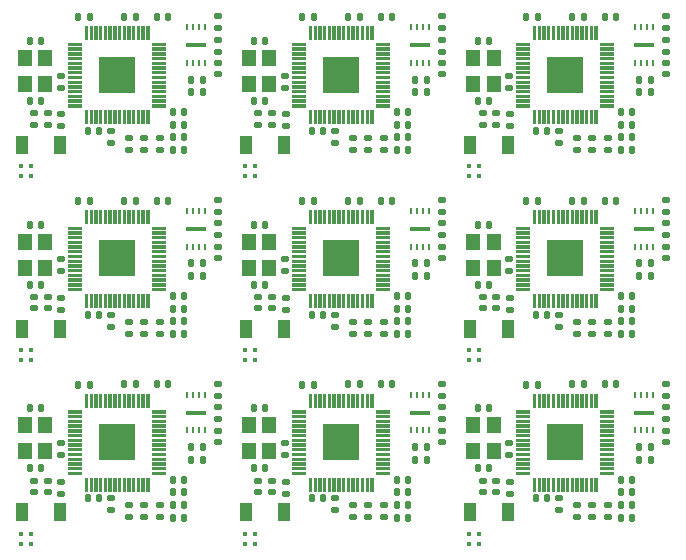
<source format=gtp>
G04 #@! TF.GenerationSoftware,KiCad,Pcbnew,7.0.2-6a45011f42~172~ubuntu22.04.1*
G04 #@! TF.CreationDate,2023-06-12T10:28:05+08:00*
G04 #@! TF.ProjectId,panel_3_3,70616e65-6c5f-4335-9f33-2e6b69636164,rev?*
G04 #@! TF.SameCoordinates,Original*
G04 #@! TF.FileFunction,Paste,Top*
G04 #@! TF.FilePolarity,Positive*
%FSLAX46Y46*%
G04 Gerber Fmt 4.6, Leading zero omitted, Abs format (unit mm)*
G04 Created by KiCad (PCBNEW 7.0.2-6a45011f42~172~ubuntu22.04.1) date 2023-06-12 10:28:05*
%MOMM*%
%LPD*%
G01*
G04 APERTURE LIST*
G04 Aperture macros list*
%AMRoundRect*
0 Rectangle with rounded corners*
0 $1 Rounding radius*
0 $2 $3 $4 $5 $6 $7 $8 $9 X,Y pos of 4 corners*
0 Add a 4 corners polygon primitive as box body*
4,1,4,$2,$3,$4,$5,$6,$7,$8,$9,$2,$3,0*
0 Add four circle primitives for the rounded corners*
1,1,$1+$1,$2,$3*
1,1,$1+$1,$4,$5*
1,1,$1+$1,$6,$7*
1,1,$1+$1,$8,$9*
0 Add four rect primitives between the rounded corners*
20,1,$1+$1,$2,$3,$4,$5,0*
20,1,$1+$1,$4,$5,$6,$7,0*
20,1,$1+$1,$6,$7,$8,$9,0*
20,1,$1+$1,$8,$9,$2,$3,0*%
G04 Aperture macros list end*
%ADD10C,0.120000*%
%ADD11R,0.280000X0.600000*%
%ADD12R,1.700000X0.300000*%
%ADD13RoundRect,0.135000X-0.185000X0.135000X-0.185000X-0.135000X0.185000X-0.135000X0.185000X0.135000X0*%
%ADD14RoundRect,0.140000X0.140000X0.170000X-0.140000X0.170000X-0.140000X-0.170000X0.140000X-0.170000X0*%
%ADD15RoundRect,0.140000X-0.140000X-0.170000X0.140000X-0.170000X0.140000X0.170000X-0.140000X0.170000X0*%
%ADD16RoundRect,0.140000X-0.170000X0.140000X-0.170000X-0.140000X0.170000X-0.140000X0.170000X0.140000X0*%
%ADD17R,0.450000X0.450000*%
%ADD18RoundRect,0.135000X0.185000X-0.135000X0.185000X0.135000X-0.185000X0.135000X-0.185000X-0.135000X0*%
%ADD19RoundRect,0.135000X-0.135000X-0.185000X0.135000X-0.185000X0.135000X0.185000X-0.135000X0.185000X0*%
%ADD20R,1.200000X1.400000*%
%ADD21R,0.200000X1.100000*%
%ADD22R,1.100000X0.200000*%
%ADD23R,3.100000X3.100000*%
%ADD24R,1.000000X1.524000*%
G04 APERTURE END LIST*
G04 #@! TO.C,U1*
D10*
X56370000Y-45695000D02*
X56170000Y-45695000D01*
X56170000Y-44595000D01*
X56370000Y-44595000D01*
X56370000Y-45695000D01*
G36*
X56370000Y-45695000D02*
G01*
X56170000Y-45695000D01*
X56170000Y-44595000D01*
X56370000Y-44595000D01*
X56370000Y-45695000D01*
G37*
X55970000Y-45695000D02*
X55770000Y-45695000D01*
X55770000Y-44595000D01*
X55970000Y-44595000D01*
X55970000Y-45695000D01*
G36*
X55970000Y-45695000D02*
G01*
X55770000Y-45695000D01*
X55770000Y-44595000D01*
X55970000Y-44595000D01*
X55970000Y-45695000D01*
G37*
X55570000Y-45695000D02*
X55370000Y-45695000D01*
X55370000Y-44595000D01*
X55570000Y-44595000D01*
X55570000Y-45695000D01*
G36*
X55570000Y-45695000D02*
G01*
X55370000Y-45695000D01*
X55370000Y-44595000D01*
X55570000Y-44595000D01*
X55570000Y-45695000D01*
G37*
X55170000Y-45695000D02*
X54970000Y-45695000D01*
X54970000Y-44595000D01*
X55170000Y-44595000D01*
X55170000Y-45695000D01*
G36*
X55170000Y-45695000D02*
G01*
X54970000Y-45695000D01*
X54970000Y-44595000D01*
X55170000Y-44595000D01*
X55170000Y-45695000D01*
G37*
X54770000Y-45695000D02*
X54570000Y-45695000D01*
X54570000Y-44595000D01*
X54770000Y-44595000D01*
X54770000Y-45695000D01*
G36*
X54770000Y-45695000D02*
G01*
X54570000Y-45695000D01*
X54570000Y-44595000D01*
X54770000Y-44595000D01*
X54770000Y-45695000D01*
G37*
X54370000Y-45695000D02*
X54170000Y-45695000D01*
X54170000Y-44595000D01*
X54370000Y-44595000D01*
X54370000Y-45695000D01*
G36*
X54370000Y-45695000D02*
G01*
X54170000Y-45695000D01*
X54170000Y-44595000D01*
X54370000Y-44595000D01*
X54370000Y-45695000D01*
G37*
X53970000Y-45695000D02*
X53770000Y-45695000D01*
X53770000Y-44595000D01*
X53970000Y-44595000D01*
X53970000Y-45695000D01*
G36*
X53970000Y-45695000D02*
G01*
X53770000Y-45695000D01*
X53770000Y-44595000D01*
X53970000Y-44595000D01*
X53970000Y-45695000D01*
G37*
X53170000Y-45695000D02*
X52970000Y-45695000D01*
X52970000Y-44595000D01*
X53170000Y-44595000D01*
X53170000Y-45695000D01*
G36*
X53170000Y-45695000D02*
G01*
X52970000Y-45695000D01*
X52970000Y-44595000D01*
X53170000Y-44595000D01*
X53170000Y-45695000D01*
G37*
X52770000Y-45695000D02*
X52570000Y-45695000D01*
X52570000Y-44595000D01*
X52770000Y-44595000D01*
X52770000Y-45695000D01*
G36*
X52770000Y-45695000D02*
G01*
X52570000Y-45695000D01*
X52570000Y-44595000D01*
X52770000Y-44595000D01*
X52770000Y-45695000D01*
G37*
X52370000Y-45695000D02*
X52170000Y-45695000D01*
X52170000Y-44595000D01*
X52370000Y-44595000D01*
X52370000Y-45695000D01*
G36*
X52370000Y-45695000D02*
G01*
X52170000Y-45695000D01*
X52170000Y-44595000D01*
X52370000Y-44595000D01*
X52370000Y-45695000D01*
G37*
X51970000Y-45695000D02*
X51770000Y-45695000D01*
X51770000Y-44595000D01*
X51970000Y-44595000D01*
X51970000Y-45695000D01*
G36*
X51970000Y-45695000D02*
G01*
X51770000Y-45695000D01*
X51770000Y-44595000D01*
X51970000Y-44595000D01*
X51970000Y-45695000D01*
G37*
X51570000Y-45695000D02*
X51370000Y-45695000D01*
X51370000Y-44595000D01*
X51570000Y-44595000D01*
X51570000Y-45695000D01*
G36*
X51570000Y-45695000D02*
G01*
X51370000Y-45695000D01*
X51370000Y-44595000D01*
X51570000Y-44595000D01*
X51570000Y-45695000D01*
G37*
X51170000Y-45695000D02*
X50970000Y-45695000D01*
X50970000Y-44595000D01*
X51170000Y-44595000D01*
X51170000Y-45695000D01*
G36*
X51170000Y-45695000D02*
G01*
X50970000Y-45695000D01*
X50970000Y-44595000D01*
X51170000Y-44595000D01*
X51170000Y-45695000D01*
G37*
X53570000Y-45695000D02*
X53370000Y-45695000D01*
X53370000Y-44595000D01*
X53570000Y-44595000D01*
X53570000Y-45695000D01*
G36*
X53570000Y-45695000D02*
G01*
X53370000Y-45695000D01*
X53370000Y-44595000D01*
X53570000Y-44595000D01*
X53570000Y-45695000D01*
G37*
X57770000Y-46195000D02*
X56670000Y-46195000D01*
X56670000Y-45995000D01*
X57770000Y-45995000D01*
X57770000Y-46195000D01*
G36*
X57770000Y-46195000D02*
G01*
X56670000Y-46195000D01*
X56670000Y-45995000D01*
X57770000Y-45995000D01*
X57770000Y-46195000D01*
G37*
X50670000Y-46195000D02*
X49570000Y-46195000D01*
X49570000Y-45995000D01*
X50670000Y-45995000D01*
X50670000Y-46195000D01*
G36*
X50670000Y-46195000D02*
G01*
X49570000Y-46195000D01*
X49570000Y-45995000D01*
X50670000Y-45995000D01*
X50670000Y-46195000D01*
G37*
X57770000Y-46595000D02*
X56670000Y-46595000D01*
X56670000Y-46395000D01*
X57770000Y-46395000D01*
X57770000Y-46595000D01*
G36*
X57770000Y-46595000D02*
G01*
X56670000Y-46595000D01*
X56670000Y-46395000D01*
X57770000Y-46395000D01*
X57770000Y-46595000D01*
G37*
X50670000Y-46595000D02*
X49570000Y-46595000D01*
X49570000Y-46395000D01*
X50670000Y-46395000D01*
X50670000Y-46595000D01*
G36*
X50670000Y-46595000D02*
G01*
X49570000Y-46595000D01*
X49570000Y-46395000D01*
X50670000Y-46395000D01*
X50670000Y-46595000D01*
G37*
X50670000Y-46995000D02*
X49570000Y-46995000D01*
X49570000Y-46795000D01*
X50670000Y-46795000D01*
X50670000Y-46995000D01*
G36*
X50670000Y-46995000D02*
G01*
X49570000Y-46995000D01*
X49570000Y-46795000D01*
X50670000Y-46795000D01*
X50670000Y-46995000D01*
G37*
X57770000Y-46995000D02*
X56670000Y-46995000D01*
X56670000Y-46795000D01*
X57770000Y-46795000D01*
X57770000Y-46995000D01*
G36*
X57770000Y-46995000D02*
G01*
X56670000Y-46995000D01*
X56670000Y-46795000D01*
X57770000Y-46795000D01*
X57770000Y-46995000D01*
G37*
X50670000Y-47395000D02*
X49570000Y-47395000D01*
X49570000Y-47195000D01*
X50670000Y-47195000D01*
X50670000Y-47395000D01*
G36*
X50670000Y-47395000D02*
G01*
X49570000Y-47395000D01*
X49570000Y-47195000D01*
X50670000Y-47195000D01*
X50670000Y-47395000D01*
G37*
X57770000Y-47395000D02*
X56670000Y-47395000D01*
X56670000Y-47195000D01*
X57770000Y-47195000D01*
X57770000Y-47395000D01*
G36*
X57770000Y-47395000D02*
G01*
X56670000Y-47395000D01*
X56670000Y-47195000D01*
X57770000Y-47195000D01*
X57770000Y-47395000D01*
G37*
X54910000Y-49935000D02*
X52430000Y-49935000D01*
X52430000Y-47455000D01*
X54910000Y-47455000D01*
X54910000Y-49935000D01*
G36*
X54910000Y-49935000D02*
G01*
X52430000Y-49935000D01*
X52430000Y-47455000D01*
X54910000Y-47455000D01*
X54910000Y-49935000D01*
G37*
X57770000Y-47795000D02*
X56670000Y-47795000D01*
X56670000Y-47595000D01*
X57770000Y-47595000D01*
X57770000Y-47795000D01*
G36*
X57770000Y-47795000D02*
G01*
X56670000Y-47795000D01*
X56670000Y-47595000D01*
X57770000Y-47595000D01*
X57770000Y-47795000D01*
G37*
X50670000Y-47795000D02*
X49570000Y-47795000D01*
X49570000Y-47595000D01*
X50670000Y-47595000D01*
X50670000Y-47795000D01*
G36*
X50670000Y-47795000D02*
G01*
X49570000Y-47795000D01*
X49570000Y-47595000D01*
X50670000Y-47595000D01*
X50670000Y-47795000D01*
G37*
X50670000Y-48195000D02*
X49570000Y-48195000D01*
X49570000Y-47995000D01*
X50670000Y-47995000D01*
X50670000Y-48195000D01*
G36*
X50670000Y-48195000D02*
G01*
X49570000Y-48195000D01*
X49570000Y-47995000D01*
X50670000Y-47995000D01*
X50670000Y-48195000D01*
G37*
X57770000Y-48195000D02*
X56670000Y-48195000D01*
X56670000Y-47995000D01*
X57770000Y-47995000D01*
X57770000Y-48195000D01*
G36*
X57770000Y-48195000D02*
G01*
X56670000Y-48195000D01*
X56670000Y-47995000D01*
X57770000Y-47995000D01*
X57770000Y-48195000D01*
G37*
X50670000Y-48595000D02*
X49570000Y-48595000D01*
X49570000Y-48395000D01*
X50670000Y-48395000D01*
X50670000Y-48595000D01*
G36*
X50670000Y-48595000D02*
G01*
X49570000Y-48595000D01*
X49570000Y-48395000D01*
X50670000Y-48395000D01*
X50670000Y-48595000D01*
G37*
X57770000Y-48595000D02*
X56670000Y-48595000D01*
X56670000Y-48395000D01*
X57770000Y-48395000D01*
X57770000Y-48595000D01*
G36*
X57770000Y-48595000D02*
G01*
X56670000Y-48595000D01*
X56670000Y-48395000D01*
X57770000Y-48395000D01*
X57770000Y-48595000D01*
G37*
X57770000Y-48995000D02*
X56670000Y-48995000D01*
X56670000Y-48795000D01*
X57770000Y-48795000D01*
X57770000Y-48995000D01*
G36*
X57770000Y-48995000D02*
G01*
X56670000Y-48995000D01*
X56670000Y-48795000D01*
X57770000Y-48795000D01*
X57770000Y-48995000D01*
G37*
X50670000Y-48995000D02*
X49570000Y-48995000D01*
X49570000Y-48795000D01*
X50670000Y-48795000D01*
X50670000Y-48995000D01*
G36*
X50670000Y-48995000D02*
G01*
X49570000Y-48995000D01*
X49570000Y-48795000D01*
X50670000Y-48795000D01*
X50670000Y-48995000D01*
G37*
X57770000Y-49395000D02*
X56670000Y-49395000D01*
X56670000Y-49195000D01*
X57770000Y-49195000D01*
X57770000Y-49395000D01*
G36*
X57770000Y-49395000D02*
G01*
X56670000Y-49395000D01*
X56670000Y-49195000D01*
X57770000Y-49195000D01*
X57770000Y-49395000D01*
G37*
X50670000Y-49395000D02*
X49570000Y-49395000D01*
X49570000Y-49195000D01*
X50670000Y-49195000D01*
X50670000Y-49395000D01*
G36*
X50670000Y-49395000D02*
G01*
X49570000Y-49395000D01*
X49570000Y-49195000D01*
X50670000Y-49195000D01*
X50670000Y-49395000D01*
G37*
X50670000Y-49795000D02*
X49570000Y-49795000D01*
X49570000Y-49595000D01*
X50670000Y-49595000D01*
X50670000Y-49795000D01*
G36*
X50670000Y-49795000D02*
G01*
X49570000Y-49795000D01*
X49570000Y-49595000D01*
X50670000Y-49595000D01*
X50670000Y-49795000D01*
G37*
X57770000Y-49795000D02*
X56670000Y-49795000D01*
X56670000Y-49595000D01*
X57770000Y-49595000D01*
X57770000Y-49795000D01*
G36*
X57770000Y-49795000D02*
G01*
X56670000Y-49795000D01*
X56670000Y-49595000D01*
X57770000Y-49595000D01*
X57770000Y-49795000D01*
G37*
X50670000Y-50195000D02*
X49570000Y-50195000D01*
X49570000Y-49995000D01*
X50670000Y-49995000D01*
X50670000Y-50195000D01*
G36*
X50670000Y-50195000D02*
G01*
X49570000Y-50195000D01*
X49570000Y-49995000D01*
X50670000Y-49995000D01*
X50670000Y-50195000D01*
G37*
X57770000Y-50195000D02*
X56670000Y-50195000D01*
X56670000Y-49995000D01*
X57770000Y-49995000D01*
X57770000Y-50195000D01*
G36*
X57770000Y-50195000D02*
G01*
X56670000Y-50195000D01*
X56670000Y-49995000D01*
X57770000Y-49995000D01*
X57770000Y-50195000D01*
G37*
X50670000Y-50595000D02*
X49570000Y-50595000D01*
X49570000Y-50395000D01*
X50670000Y-50395000D01*
X50670000Y-50595000D01*
G36*
X50670000Y-50595000D02*
G01*
X49570000Y-50595000D01*
X49570000Y-50395000D01*
X50670000Y-50395000D01*
X50670000Y-50595000D01*
G37*
X57770000Y-50595000D02*
X56670000Y-50595000D01*
X56670000Y-50395000D01*
X57770000Y-50395000D01*
X57770000Y-50595000D01*
G36*
X57770000Y-50595000D02*
G01*
X56670000Y-50595000D01*
X56670000Y-50395000D01*
X57770000Y-50395000D01*
X57770000Y-50595000D01*
G37*
X57770000Y-50995000D02*
X56670000Y-50995000D01*
X56670000Y-50795000D01*
X57770000Y-50795000D01*
X57770000Y-50995000D01*
G36*
X57770000Y-50995000D02*
G01*
X56670000Y-50995000D01*
X56670000Y-50795000D01*
X57770000Y-50795000D01*
X57770000Y-50995000D01*
G37*
X50670000Y-50995000D02*
X49570000Y-50995000D01*
X49570000Y-50795000D01*
X50670000Y-50795000D01*
X50670000Y-50995000D01*
G36*
X50670000Y-50995000D02*
G01*
X49570000Y-50995000D01*
X49570000Y-50795000D01*
X50670000Y-50795000D01*
X50670000Y-50995000D01*
G37*
X57770000Y-51395000D02*
X56670000Y-51395000D01*
X56670000Y-51195000D01*
X57770000Y-51195000D01*
X57770000Y-51395000D01*
G36*
X57770000Y-51395000D02*
G01*
X56670000Y-51395000D01*
X56670000Y-51195000D01*
X57770000Y-51195000D01*
X57770000Y-51395000D01*
G37*
X50670000Y-51395000D02*
X49570000Y-51395000D01*
X49570000Y-51195000D01*
X50670000Y-51195000D01*
X50670000Y-51395000D01*
G36*
X50670000Y-51395000D02*
G01*
X49570000Y-51395000D01*
X49570000Y-51195000D01*
X50670000Y-51195000D01*
X50670000Y-51395000D01*
G37*
X53970000Y-52795000D02*
X53770000Y-52795000D01*
X53770000Y-51695000D01*
X53970000Y-51695000D01*
X53970000Y-52795000D01*
G36*
X53970000Y-52795000D02*
G01*
X53770000Y-52795000D01*
X53770000Y-51695000D01*
X53970000Y-51695000D01*
X53970000Y-52795000D01*
G37*
X51170000Y-52795000D02*
X50970000Y-52795000D01*
X50970000Y-51695000D01*
X51170000Y-51695000D01*
X51170000Y-52795000D01*
G36*
X51170000Y-52795000D02*
G01*
X50970000Y-52795000D01*
X50970000Y-51695000D01*
X51170000Y-51695000D01*
X51170000Y-52795000D01*
G37*
X56370000Y-52795000D02*
X56170000Y-52795000D01*
X56170000Y-51695000D01*
X56370000Y-51695000D01*
X56370000Y-52795000D01*
G36*
X56370000Y-52795000D02*
G01*
X56170000Y-52795000D01*
X56170000Y-51695000D01*
X56370000Y-51695000D01*
X56370000Y-52795000D01*
G37*
X55970000Y-52795000D02*
X55770000Y-52795000D01*
X55770000Y-51695000D01*
X55970000Y-51695000D01*
X55970000Y-52795000D01*
G36*
X55970000Y-52795000D02*
G01*
X55770000Y-52795000D01*
X55770000Y-51695000D01*
X55970000Y-51695000D01*
X55970000Y-52795000D01*
G37*
X55570000Y-52795000D02*
X55370000Y-52795000D01*
X55370000Y-51695000D01*
X55570000Y-51695000D01*
X55570000Y-52795000D01*
G36*
X55570000Y-52795000D02*
G01*
X55370000Y-52795000D01*
X55370000Y-51695000D01*
X55570000Y-51695000D01*
X55570000Y-52795000D01*
G37*
X55170000Y-52795000D02*
X54970000Y-52795000D01*
X54970000Y-51695000D01*
X55170000Y-51695000D01*
X55170000Y-52795000D01*
G36*
X55170000Y-52795000D02*
G01*
X54970000Y-52795000D01*
X54970000Y-51695000D01*
X55170000Y-51695000D01*
X55170000Y-52795000D01*
G37*
X54770000Y-52795000D02*
X54570000Y-52795000D01*
X54570000Y-51695000D01*
X54770000Y-51695000D01*
X54770000Y-52795000D01*
G36*
X54770000Y-52795000D02*
G01*
X54570000Y-52795000D01*
X54570000Y-51695000D01*
X54770000Y-51695000D01*
X54770000Y-52795000D01*
G37*
X54370000Y-52795000D02*
X54170000Y-52795000D01*
X54170000Y-51695000D01*
X54370000Y-51695000D01*
X54370000Y-52795000D01*
G36*
X54370000Y-52795000D02*
G01*
X54170000Y-52795000D01*
X54170000Y-51695000D01*
X54370000Y-51695000D01*
X54370000Y-52795000D01*
G37*
X53570000Y-52795000D02*
X53370000Y-52795000D01*
X53370000Y-51695000D01*
X53570000Y-51695000D01*
X53570000Y-52795000D01*
G36*
X53570000Y-52795000D02*
G01*
X53370000Y-52795000D01*
X53370000Y-51695000D01*
X53570000Y-51695000D01*
X53570000Y-52795000D01*
G37*
X53170000Y-52795000D02*
X52970000Y-52795000D01*
X52970000Y-51695000D01*
X53170000Y-51695000D01*
X53170000Y-52795000D01*
G36*
X53170000Y-52795000D02*
G01*
X52970000Y-52795000D01*
X52970000Y-51695000D01*
X53170000Y-51695000D01*
X53170000Y-52795000D01*
G37*
X52770000Y-52795000D02*
X52570000Y-52795000D01*
X52570000Y-51695000D01*
X52770000Y-51695000D01*
X52770000Y-52795000D01*
G36*
X52770000Y-52795000D02*
G01*
X52570000Y-52795000D01*
X52570000Y-51695000D01*
X52770000Y-51695000D01*
X52770000Y-52795000D01*
G37*
X52370000Y-52795000D02*
X52170000Y-52795000D01*
X52170000Y-51695000D01*
X52370000Y-51695000D01*
X52370000Y-52795000D01*
G36*
X52370000Y-52795000D02*
G01*
X52170000Y-52795000D01*
X52170000Y-51695000D01*
X52370000Y-51695000D01*
X52370000Y-52795000D01*
G37*
X51970000Y-52795000D02*
X51770000Y-52795000D01*
X51770000Y-51695000D01*
X51970000Y-51695000D01*
X51970000Y-52795000D01*
G36*
X51970000Y-52795000D02*
G01*
X51770000Y-52795000D01*
X51770000Y-51695000D01*
X51970000Y-51695000D01*
X51970000Y-52795000D01*
G37*
X51570000Y-52795000D02*
X51370000Y-52795000D01*
X51370000Y-51695000D01*
X51570000Y-51695000D01*
X51570000Y-52795000D01*
G36*
X51570000Y-52795000D02*
G01*
X51370000Y-52795000D01*
X51370000Y-51695000D01*
X51570000Y-51695000D01*
X51570000Y-52795000D01*
G37*
X18430000Y-14575000D02*
X18230000Y-14575000D01*
X18230000Y-13475000D01*
X18430000Y-13475000D01*
X18430000Y-14575000D01*
G36*
X18430000Y-14575000D02*
G01*
X18230000Y-14575000D01*
X18230000Y-13475000D01*
X18430000Y-13475000D01*
X18430000Y-14575000D01*
G37*
X18030000Y-14575000D02*
X17830000Y-14575000D01*
X17830000Y-13475000D01*
X18030000Y-13475000D01*
X18030000Y-14575000D01*
G36*
X18030000Y-14575000D02*
G01*
X17830000Y-14575000D01*
X17830000Y-13475000D01*
X18030000Y-13475000D01*
X18030000Y-14575000D01*
G37*
X17630000Y-14575000D02*
X17430000Y-14575000D01*
X17430000Y-13475000D01*
X17630000Y-13475000D01*
X17630000Y-14575000D01*
G36*
X17630000Y-14575000D02*
G01*
X17430000Y-14575000D01*
X17430000Y-13475000D01*
X17630000Y-13475000D01*
X17630000Y-14575000D01*
G37*
X17230000Y-14575000D02*
X17030000Y-14575000D01*
X17030000Y-13475000D01*
X17230000Y-13475000D01*
X17230000Y-14575000D01*
G36*
X17230000Y-14575000D02*
G01*
X17030000Y-14575000D01*
X17030000Y-13475000D01*
X17230000Y-13475000D01*
X17230000Y-14575000D01*
G37*
X16830000Y-14575000D02*
X16630000Y-14575000D01*
X16630000Y-13475000D01*
X16830000Y-13475000D01*
X16830000Y-14575000D01*
G36*
X16830000Y-14575000D02*
G01*
X16630000Y-14575000D01*
X16630000Y-13475000D01*
X16830000Y-13475000D01*
X16830000Y-14575000D01*
G37*
X16430000Y-14575000D02*
X16230000Y-14575000D01*
X16230000Y-13475000D01*
X16430000Y-13475000D01*
X16430000Y-14575000D01*
G36*
X16430000Y-14575000D02*
G01*
X16230000Y-14575000D01*
X16230000Y-13475000D01*
X16430000Y-13475000D01*
X16430000Y-14575000D01*
G37*
X16030000Y-14575000D02*
X15830000Y-14575000D01*
X15830000Y-13475000D01*
X16030000Y-13475000D01*
X16030000Y-14575000D01*
G36*
X16030000Y-14575000D02*
G01*
X15830000Y-14575000D01*
X15830000Y-13475000D01*
X16030000Y-13475000D01*
X16030000Y-14575000D01*
G37*
X15230000Y-14575000D02*
X15030000Y-14575000D01*
X15030000Y-13475000D01*
X15230000Y-13475000D01*
X15230000Y-14575000D01*
G36*
X15230000Y-14575000D02*
G01*
X15030000Y-14575000D01*
X15030000Y-13475000D01*
X15230000Y-13475000D01*
X15230000Y-14575000D01*
G37*
X14830000Y-14575000D02*
X14630000Y-14575000D01*
X14630000Y-13475000D01*
X14830000Y-13475000D01*
X14830000Y-14575000D01*
G36*
X14830000Y-14575000D02*
G01*
X14630000Y-14575000D01*
X14630000Y-13475000D01*
X14830000Y-13475000D01*
X14830000Y-14575000D01*
G37*
X14430000Y-14575000D02*
X14230000Y-14575000D01*
X14230000Y-13475000D01*
X14430000Y-13475000D01*
X14430000Y-14575000D01*
G36*
X14430000Y-14575000D02*
G01*
X14230000Y-14575000D01*
X14230000Y-13475000D01*
X14430000Y-13475000D01*
X14430000Y-14575000D01*
G37*
X14030000Y-14575000D02*
X13830000Y-14575000D01*
X13830000Y-13475000D01*
X14030000Y-13475000D01*
X14030000Y-14575000D01*
G36*
X14030000Y-14575000D02*
G01*
X13830000Y-14575000D01*
X13830000Y-13475000D01*
X14030000Y-13475000D01*
X14030000Y-14575000D01*
G37*
X13630000Y-14575000D02*
X13430000Y-14575000D01*
X13430000Y-13475000D01*
X13630000Y-13475000D01*
X13630000Y-14575000D01*
G36*
X13630000Y-14575000D02*
G01*
X13430000Y-14575000D01*
X13430000Y-13475000D01*
X13630000Y-13475000D01*
X13630000Y-14575000D01*
G37*
X13230000Y-14575000D02*
X13030000Y-14575000D01*
X13030000Y-13475000D01*
X13230000Y-13475000D01*
X13230000Y-14575000D01*
G36*
X13230000Y-14575000D02*
G01*
X13030000Y-14575000D01*
X13030000Y-13475000D01*
X13230000Y-13475000D01*
X13230000Y-14575000D01*
G37*
X15630000Y-14575000D02*
X15430000Y-14575000D01*
X15430000Y-13475000D01*
X15630000Y-13475000D01*
X15630000Y-14575000D01*
G36*
X15630000Y-14575000D02*
G01*
X15430000Y-14575000D01*
X15430000Y-13475000D01*
X15630000Y-13475000D01*
X15630000Y-14575000D01*
G37*
X19830000Y-15075000D02*
X18730000Y-15075000D01*
X18730000Y-14875000D01*
X19830000Y-14875000D01*
X19830000Y-15075000D01*
G36*
X19830000Y-15075000D02*
G01*
X18730000Y-15075000D01*
X18730000Y-14875000D01*
X19830000Y-14875000D01*
X19830000Y-15075000D01*
G37*
X12730000Y-15075000D02*
X11630000Y-15075000D01*
X11630000Y-14875000D01*
X12730000Y-14875000D01*
X12730000Y-15075000D01*
G36*
X12730000Y-15075000D02*
G01*
X11630000Y-15075000D01*
X11630000Y-14875000D01*
X12730000Y-14875000D01*
X12730000Y-15075000D01*
G37*
X19830000Y-15475000D02*
X18730000Y-15475000D01*
X18730000Y-15275000D01*
X19830000Y-15275000D01*
X19830000Y-15475000D01*
G36*
X19830000Y-15475000D02*
G01*
X18730000Y-15475000D01*
X18730000Y-15275000D01*
X19830000Y-15275000D01*
X19830000Y-15475000D01*
G37*
X12730000Y-15475000D02*
X11630000Y-15475000D01*
X11630000Y-15275000D01*
X12730000Y-15275000D01*
X12730000Y-15475000D01*
G36*
X12730000Y-15475000D02*
G01*
X11630000Y-15475000D01*
X11630000Y-15275000D01*
X12730000Y-15275000D01*
X12730000Y-15475000D01*
G37*
X12730000Y-15875000D02*
X11630000Y-15875000D01*
X11630000Y-15675000D01*
X12730000Y-15675000D01*
X12730000Y-15875000D01*
G36*
X12730000Y-15875000D02*
G01*
X11630000Y-15875000D01*
X11630000Y-15675000D01*
X12730000Y-15675000D01*
X12730000Y-15875000D01*
G37*
X19830000Y-15875000D02*
X18730000Y-15875000D01*
X18730000Y-15675000D01*
X19830000Y-15675000D01*
X19830000Y-15875000D01*
G36*
X19830000Y-15875000D02*
G01*
X18730000Y-15875000D01*
X18730000Y-15675000D01*
X19830000Y-15675000D01*
X19830000Y-15875000D01*
G37*
X12730000Y-16275000D02*
X11630000Y-16275000D01*
X11630000Y-16075000D01*
X12730000Y-16075000D01*
X12730000Y-16275000D01*
G36*
X12730000Y-16275000D02*
G01*
X11630000Y-16275000D01*
X11630000Y-16075000D01*
X12730000Y-16075000D01*
X12730000Y-16275000D01*
G37*
X19830000Y-16275000D02*
X18730000Y-16275000D01*
X18730000Y-16075000D01*
X19830000Y-16075000D01*
X19830000Y-16275000D01*
G36*
X19830000Y-16275000D02*
G01*
X18730000Y-16275000D01*
X18730000Y-16075000D01*
X19830000Y-16075000D01*
X19830000Y-16275000D01*
G37*
X16970000Y-18815000D02*
X14490000Y-18815000D01*
X14490000Y-16335000D01*
X16970000Y-16335000D01*
X16970000Y-18815000D01*
G36*
X16970000Y-18815000D02*
G01*
X14490000Y-18815000D01*
X14490000Y-16335000D01*
X16970000Y-16335000D01*
X16970000Y-18815000D01*
G37*
X19830000Y-16675000D02*
X18730000Y-16675000D01*
X18730000Y-16475000D01*
X19830000Y-16475000D01*
X19830000Y-16675000D01*
G36*
X19830000Y-16675000D02*
G01*
X18730000Y-16675000D01*
X18730000Y-16475000D01*
X19830000Y-16475000D01*
X19830000Y-16675000D01*
G37*
X12730000Y-16675000D02*
X11630000Y-16675000D01*
X11630000Y-16475000D01*
X12730000Y-16475000D01*
X12730000Y-16675000D01*
G36*
X12730000Y-16675000D02*
G01*
X11630000Y-16675000D01*
X11630000Y-16475000D01*
X12730000Y-16475000D01*
X12730000Y-16675000D01*
G37*
X12730000Y-17075000D02*
X11630000Y-17075000D01*
X11630000Y-16875000D01*
X12730000Y-16875000D01*
X12730000Y-17075000D01*
G36*
X12730000Y-17075000D02*
G01*
X11630000Y-17075000D01*
X11630000Y-16875000D01*
X12730000Y-16875000D01*
X12730000Y-17075000D01*
G37*
X19830000Y-17075000D02*
X18730000Y-17075000D01*
X18730000Y-16875000D01*
X19830000Y-16875000D01*
X19830000Y-17075000D01*
G36*
X19830000Y-17075000D02*
G01*
X18730000Y-17075000D01*
X18730000Y-16875000D01*
X19830000Y-16875000D01*
X19830000Y-17075000D01*
G37*
X12730000Y-17475000D02*
X11630000Y-17475000D01*
X11630000Y-17275000D01*
X12730000Y-17275000D01*
X12730000Y-17475000D01*
G36*
X12730000Y-17475000D02*
G01*
X11630000Y-17475000D01*
X11630000Y-17275000D01*
X12730000Y-17275000D01*
X12730000Y-17475000D01*
G37*
X19830000Y-17475000D02*
X18730000Y-17475000D01*
X18730000Y-17275000D01*
X19830000Y-17275000D01*
X19830000Y-17475000D01*
G36*
X19830000Y-17475000D02*
G01*
X18730000Y-17475000D01*
X18730000Y-17275000D01*
X19830000Y-17275000D01*
X19830000Y-17475000D01*
G37*
X19830000Y-17875000D02*
X18730000Y-17875000D01*
X18730000Y-17675000D01*
X19830000Y-17675000D01*
X19830000Y-17875000D01*
G36*
X19830000Y-17875000D02*
G01*
X18730000Y-17875000D01*
X18730000Y-17675000D01*
X19830000Y-17675000D01*
X19830000Y-17875000D01*
G37*
X12730000Y-17875000D02*
X11630000Y-17875000D01*
X11630000Y-17675000D01*
X12730000Y-17675000D01*
X12730000Y-17875000D01*
G36*
X12730000Y-17875000D02*
G01*
X11630000Y-17875000D01*
X11630000Y-17675000D01*
X12730000Y-17675000D01*
X12730000Y-17875000D01*
G37*
X19830000Y-18275000D02*
X18730000Y-18275000D01*
X18730000Y-18075000D01*
X19830000Y-18075000D01*
X19830000Y-18275000D01*
G36*
X19830000Y-18275000D02*
G01*
X18730000Y-18275000D01*
X18730000Y-18075000D01*
X19830000Y-18075000D01*
X19830000Y-18275000D01*
G37*
X12730000Y-18275000D02*
X11630000Y-18275000D01*
X11630000Y-18075000D01*
X12730000Y-18075000D01*
X12730000Y-18275000D01*
G36*
X12730000Y-18275000D02*
G01*
X11630000Y-18275000D01*
X11630000Y-18075000D01*
X12730000Y-18075000D01*
X12730000Y-18275000D01*
G37*
X12730000Y-18675000D02*
X11630000Y-18675000D01*
X11630000Y-18475000D01*
X12730000Y-18475000D01*
X12730000Y-18675000D01*
G36*
X12730000Y-18675000D02*
G01*
X11630000Y-18675000D01*
X11630000Y-18475000D01*
X12730000Y-18475000D01*
X12730000Y-18675000D01*
G37*
X19830000Y-18675000D02*
X18730000Y-18675000D01*
X18730000Y-18475000D01*
X19830000Y-18475000D01*
X19830000Y-18675000D01*
G36*
X19830000Y-18675000D02*
G01*
X18730000Y-18675000D01*
X18730000Y-18475000D01*
X19830000Y-18475000D01*
X19830000Y-18675000D01*
G37*
X12730000Y-19075000D02*
X11630000Y-19075000D01*
X11630000Y-18875000D01*
X12730000Y-18875000D01*
X12730000Y-19075000D01*
G36*
X12730000Y-19075000D02*
G01*
X11630000Y-19075000D01*
X11630000Y-18875000D01*
X12730000Y-18875000D01*
X12730000Y-19075000D01*
G37*
X19830000Y-19075000D02*
X18730000Y-19075000D01*
X18730000Y-18875000D01*
X19830000Y-18875000D01*
X19830000Y-19075000D01*
G36*
X19830000Y-19075000D02*
G01*
X18730000Y-19075000D01*
X18730000Y-18875000D01*
X19830000Y-18875000D01*
X19830000Y-19075000D01*
G37*
X12730000Y-19475000D02*
X11630000Y-19475000D01*
X11630000Y-19275000D01*
X12730000Y-19275000D01*
X12730000Y-19475000D01*
G36*
X12730000Y-19475000D02*
G01*
X11630000Y-19475000D01*
X11630000Y-19275000D01*
X12730000Y-19275000D01*
X12730000Y-19475000D01*
G37*
X19830000Y-19475000D02*
X18730000Y-19475000D01*
X18730000Y-19275000D01*
X19830000Y-19275000D01*
X19830000Y-19475000D01*
G36*
X19830000Y-19475000D02*
G01*
X18730000Y-19475000D01*
X18730000Y-19275000D01*
X19830000Y-19275000D01*
X19830000Y-19475000D01*
G37*
X19830000Y-19875000D02*
X18730000Y-19875000D01*
X18730000Y-19675000D01*
X19830000Y-19675000D01*
X19830000Y-19875000D01*
G36*
X19830000Y-19875000D02*
G01*
X18730000Y-19875000D01*
X18730000Y-19675000D01*
X19830000Y-19675000D01*
X19830000Y-19875000D01*
G37*
X12730000Y-19875000D02*
X11630000Y-19875000D01*
X11630000Y-19675000D01*
X12730000Y-19675000D01*
X12730000Y-19875000D01*
G36*
X12730000Y-19875000D02*
G01*
X11630000Y-19875000D01*
X11630000Y-19675000D01*
X12730000Y-19675000D01*
X12730000Y-19875000D01*
G37*
X19830000Y-20275000D02*
X18730000Y-20275000D01*
X18730000Y-20075000D01*
X19830000Y-20075000D01*
X19830000Y-20275000D01*
G36*
X19830000Y-20275000D02*
G01*
X18730000Y-20275000D01*
X18730000Y-20075000D01*
X19830000Y-20075000D01*
X19830000Y-20275000D01*
G37*
X12730000Y-20275000D02*
X11630000Y-20275000D01*
X11630000Y-20075000D01*
X12730000Y-20075000D01*
X12730000Y-20275000D01*
G36*
X12730000Y-20275000D02*
G01*
X11630000Y-20275000D01*
X11630000Y-20075000D01*
X12730000Y-20075000D01*
X12730000Y-20275000D01*
G37*
X16030000Y-21675000D02*
X15830000Y-21675000D01*
X15830000Y-20575000D01*
X16030000Y-20575000D01*
X16030000Y-21675000D01*
G36*
X16030000Y-21675000D02*
G01*
X15830000Y-21675000D01*
X15830000Y-20575000D01*
X16030000Y-20575000D01*
X16030000Y-21675000D01*
G37*
X13230000Y-21675000D02*
X13030000Y-21675000D01*
X13030000Y-20575000D01*
X13230000Y-20575000D01*
X13230000Y-21675000D01*
G36*
X13230000Y-21675000D02*
G01*
X13030000Y-21675000D01*
X13030000Y-20575000D01*
X13230000Y-20575000D01*
X13230000Y-21675000D01*
G37*
X18430000Y-21675000D02*
X18230000Y-21675000D01*
X18230000Y-20575000D01*
X18430000Y-20575000D01*
X18430000Y-21675000D01*
G36*
X18430000Y-21675000D02*
G01*
X18230000Y-21675000D01*
X18230000Y-20575000D01*
X18430000Y-20575000D01*
X18430000Y-21675000D01*
G37*
X18030000Y-21675000D02*
X17830000Y-21675000D01*
X17830000Y-20575000D01*
X18030000Y-20575000D01*
X18030000Y-21675000D01*
G36*
X18030000Y-21675000D02*
G01*
X17830000Y-21675000D01*
X17830000Y-20575000D01*
X18030000Y-20575000D01*
X18030000Y-21675000D01*
G37*
X17630000Y-21675000D02*
X17430000Y-21675000D01*
X17430000Y-20575000D01*
X17630000Y-20575000D01*
X17630000Y-21675000D01*
G36*
X17630000Y-21675000D02*
G01*
X17430000Y-21675000D01*
X17430000Y-20575000D01*
X17630000Y-20575000D01*
X17630000Y-21675000D01*
G37*
X17230000Y-21675000D02*
X17030000Y-21675000D01*
X17030000Y-20575000D01*
X17230000Y-20575000D01*
X17230000Y-21675000D01*
G36*
X17230000Y-21675000D02*
G01*
X17030000Y-21675000D01*
X17030000Y-20575000D01*
X17230000Y-20575000D01*
X17230000Y-21675000D01*
G37*
X16830000Y-21675000D02*
X16630000Y-21675000D01*
X16630000Y-20575000D01*
X16830000Y-20575000D01*
X16830000Y-21675000D01*
G36*
X16830000Y-21675000D02*
G01*
X16630000Y-21675000D01*
X16630000Y-20575000D01*
X16830000Y-20575000D01*
X16830000Y-21675000D01*
G37*
X16430000Y-21675000D02*
X16230000Y-21675000D01*
X16230000Y-20575000D01*
X16430000Y-20575000D01*
X16430000Y-21675000D01*
G36*
X16430000Y-21675000D02*
G01*
X16230000Y-21675000D01*
X16230000Y-20575000D01*
X16430000Y-20575000D01*
X16430000Y-21675000D01*
G37*
X15630000Y-21675000D02*
X15430000Y-21675000D01*
X15430000Y-20575000D01*
X15630000Y-20575000D01*
X15630000Y-21675000D01*
G36*
X15630000Y-21675000D02*
G01*
X15430000Y-21675000D01*
X15430000Y-20575000D01*
X15630000Y-20575000D01*
X15630000Y-21675000D01*
G37*
X15230000Y-21675000D02*
X15030000Y-21675000D01*
X15030000Y-20575000D01*
X15230000Y-20575000D01*
X15230000Y-21675000D01*
G36*
X15230000Y-21675000D02*
G01*
X15030000Y-21675000D01*
X15030000Y-20575000D01*
X15230000Y-20575000D01*
X15230000Y-21675000D01*
G37*
X14830000Y-21675000D02*
X14630000Y-21675000D01*
X14630000Y-20575000D01*
X14830000Y-20575000D01*
X14830000Y-21675000D01*
G36*
X14830000Y-21675000D02*
G01*
X14630000Y-21675000D01*
X14630000Y-20575000D01*
X14830000Y-20575000D01*
X14830000Y-21675000D01*
G37*
X14430000Y-21675000D02*
X14230000Y-21675000D01*
X14230000Y-20575000D01*
X14430000Y-20575000D01*
X14430000Y-21675000D01*
G36*
X14430000Y-21675000D02*
G01*
X14230000Y-21675000D01*
X14230000Y-20575000D01*
X14430000Y-20575000D01*
X14430000Y-21675000D01*
G37*
X14030000Y-21675000D02*
X13830000Y-21675000D01*
X13830000Y-20575000D01*
X14030000Y-20575000D01*
X14030000Y-21675000D01*
G36*
X14030000Y-21675000D02*
G01*
X13830000Y-21675000D01*
X13830000Y-20575000D01*
X14030000Y-20575000D01*
X14030000Y-21675000D01*
G37*
X13630000Y-21675000D02*
X13430000Y-21675000D01*
X13430000Y-20575000D01*
X13630000Y-20575000D01*
X13630000Y-21675000D01*
G36*
X13630000Y-21675000D02*
G01*
X13430000Y-21675000D01*
X13430000Y-20575000D01*
X13630000Y-20575000D01*
X13630000Y-21675000D01*
G37*
X56370000Y-30135000D02*
X56170000Y-30135000D01*
X56170000Y-29035000D01*
X56370000Y-29035000D01*
X56370000Y-30135000D01*
G36*
X56370000Y-30135000D02*
G01*
X56170000Y-30135000D01*
X56170000Y-29035000D01*
X56370000Y-29035000D01*
X56370000Y-30135000D01*
G37*
X55970000Y-30135000D02*
X55770000Y-30135000D01*
X55770000Y-29035000D01*
X55970000Y-29035000D01*
X55970000Y-30135000D01*
G36*
X55970000Y-30135000D02*
G01*
X55770000Y-30135000D01*
X55770000Y-29035000D01*
X55970000Y-29035000D01*
X55970000Y-30135000D01*
G37*
X55570000Y-30135000D02*
X55370000Y-30135000D01*
X55370000Y-29035000D01*
X55570000Y-29035000D01*
X55570000Y-30135000D01*
G36*
X55570000Y-30135000D02*
G01*
X55370000Y-30135000D01*
X55370000Y-29035000D01*
X55570000Y-29035000D01*
X55570000Y-30135000D01*
G37*
X55170000Y-30135000D02*
X54970000Y-30135000D01*
X54970000Y-29035000D01*
X55170000Y-29035000D01*
X55170000Y-30135000D01*
G36*
X55170000Y-30135000D02*
G01*
X54970000Y-30135000D01*
X54970000Y-29035000D01*
X55170000Y-29035000D01*
X55170000Y-30135000D01*
G37*
X54770000Y-30135000D02*
X54570000Y-30135000D01*
X54570000Y-29035000D01*
X54770000Y-29035000D01*
X54770000Y-30135000D01*
G36*
X54770000Y-30135000D02*
G01*
X54570000Y-30135000D01*
X54570000Y-29035000D01*
X54770000Y-29035000D01*
X54770000Y-30135000D01*
G37*
X54370000Y-30135000D02*
X54170000Y-30135000D01*
X54170000Y-29035000D01*
X54370000Y-29035000D01*
X54370000Y-30135000D01*
G36*
X54370000Y-30135000D02*
G01*
X54170000Y-30135000D01*
X54170000Y-29035000D01*
X54370000Y-29035000D01*
X54370000Y-30135000D01*
G37*
X53970000Y-30135000D02*
X53770000Y-30135000D01*
X53770000Y-29035000D01*
X53970000Y-29035000D01*
X53970000Y-30135000D01*
G36*
X53970000Y-30135000D02*
G01*
X53770000Y-30135000D01*
X53770000Y-29035000D01*
X53970000Y-29035000D01*
X53970000Y-30135000D01*
G37*
X53170000Y-30135000D02*
X52970000Y-30135000D01*
X52970000Y-29035000D01*
X53170000Y-29035000D01*
X53170000Y-30135000D01*
G36*
X53170000Y-30135000D02*
G01*
X52970000Y-30135000D01*
X52970000Y-29035000D01*
X53170000Y-29035000D01*
X53170000Y-30135000D01*
G37*
X52770000Y-30135000D02*
X52570000Y-30135000D01*
X52570000Y-29035000D01*
X52770000Y-29035000D01*
X52770000Y-30135000D01*
G36*
X52770000Y-30135000D02*
G01*
X52570000Y-30135000D01*
X52570000Y-29035000D01*
X52770000Y-29035000D01*
X52770000Y-30135000D01*
G37*
X52370000Y-30135000D02*
X52170000Y-30135000D01*
X52170000Y-29035000D01*
X52370000Y-29035000D01*
X52370000Y-30135000D01*
G36*
X52370000Y-30135000D02*
G01*
X52170000Y-30135000D01*
X52170000Y-29035000D01*
X52370000Y-29035000D01*
X52370000Y-30135000D01*
G37*
X51970000Y-30135000D02*
X51770000Y-30135000D01*
X51770000Y-29035000D01*
X51970000Y-29035000D01*
X51970000Y-30135000D01*
G36*
X51970000Y-30135000D02*
G01*
X51770000Y-30135000D01*
X51770000Y-29035000D01*
X51970000Y-29035000D01*
X51970000Y-30135000D01*
G37*
X51570000Y-30135000D02*
X51370000Y-30135000D01*
X51370000Y-29035000D01*
X51570000Y-29035000D01*
X51570000Y-30135000D01*
G36*
X51570000Y-30135000D02*
G01*
X51370000Y-30135000D01*
X51370000Y-29035000D01*
X51570000Y-29035000D01*
X51570000Y-30135000D01*
G37*
X51170000Y-30135000D02*
X50970000Y-30135000D01*
X50970000Y-29035000D01*
X51170000Y-29035000D01*
X51170000Y-30135000D01*
G36*
X51170000Y-30135000D02*
G01*
X50970000Y-30135000D01*
X50970000Y-29035000D01*
X51170000Y-29035000D01*
X51170000Y-30135000D01*
G37*
X53570000Y-30135000D02*
X53370000Y-30135000D01*
X53370000Y-29035000D01*
X53570000Y-29035000D01*
X53570000Y-30135000D01*
G36*
X53570000Y-30135000D02*
G01*
X53370000Y-30135000D01*
X53370000Y-29035000D01*
X53570000Y-29035000D01*
X53570000Y-30135000D01*
G37*
X57770000Y-30635000D02*
X56670000Y-30635000D01*
X56670000Y-30435000D01*
X57770000Y-30435000D01*
X57770000Y-30635000D01*
G36*
X57770000Y-30635000D02*
G01*
X56670000Y-30635000D01*
X56670000Y-30435000D01*
X57770000Y-30435000D01*
X57770000Y-30635000D01*
G37*
X50670000Y-30635000D02*
X49570000Y-30635000D01*
X49570000Y-30435000D01*
X50670000Y-30435000D01*
X50670000Y-30635000D01*
G36*
X50670000Y-30635000D02*
G01*
X49570000Y-30635000D01*
X49570000Y-30435000D01*
X50670000Y-30435000D01*
X50670000Y-30635000D01*
G37*
X57770000Y-31035000D02*
X56670000Y-31035000D01*
X56670000Y-30835000D01*
X57770000Y-30835000D01*
X57770000Y-31035000D01*
G36*
X57770000Y-31035000D02*
G01*
X56670000Y-31035000D01*
X56670000Y-30835000D01*
X57770000Y-30835000D01*
X57770000Y-31035000D01*
G37*
X50670000Y-31035000D02*
X49570000Y-31035000D01*
X49570000Y-30835000D01*
X50670000Y-30835000D01*
X50670000Y-31035000D01*
G36*
X50670000Y-31035000D02*
G01*
X49570000Y-31035000D01*
X49570000Y-30835000D01*
X50670000Y-30835000D01*
X50670000Y-31035000D01*
G37*
X50670000Y-31435000D02*
X49570000Y-31435000D01*
X49570000Y-31235000D01*
X50670000Y-31235000D01*
X50670000Y-31435000D01*
G36*
X50670000Y-31435000D02*
G01*
X49570000Y-31435000D01*
X49570000Y-31235000D01*
X50670000Y-31235000D01*
X50670000Y-31435000D01*
G37*
X57770000Y-31435000D02*
X56670000Y-31435000D01*
X56670000Y-31235000D01*
X57770000Y-31235000D01*
X57770000Y-31435000D01*
G36*
X57770000Y-31435000D02*
G01*
X56670000Y-31435000D01*
X56670000Y-31235000D01*
X57770000Y-31235000D01*
X57770000Y-31435000D01*
G37*
X50670000Y-31835000D02*
X49570000Y-31835000D01*
X49570000Y-31635000D01*
X50670000Y-31635000D01*
X50670000Y-31835000D01*
G36*
X50670000Y-31835000D02*
G01*
X49570000Y-31835000D01*
X49570000Y-31635000D01*
X50670000Y-31635000D01*
X50670000Y-31835000D01*
G37*
X57770000Y-31835000D02*
X56670000Y-31835000D01*
X56670000Y-31635000D01*
X57770000Y-31635000D01*
X57770000Y-31835000D01*
G36*
X57770000Y-31835000D02*
G01*
X56670000Y-31835000D01*
X56670000Y-31635000D01*
X57770000Y-31635000D01*
X57770000Y-31835000D01*
G37*
X54910000Y-34375000D02*
X52430000Y-34375000D01*
X52430000Y-31895000D01*
X54910000Y-31895000D01*
X54910000Y-34375000D01*
G36*
X54910000Y-34375000D02*
G01*
X52430000Y-34375000D01*
X52430000Y-31895000D01*
X54910000Y-31895000D01*
X54910000Y-34375000D01*
G37*
X57770000Y-32235000D02*
X56670000Y-32235000D01*
X56670000Y-32035000D01*
X57770000Y-32035000D01*
X57770000Y-32235000D01*
G36*
X57770000Y-32235000D02*
G01*
X56670000Y-32235000D01*
X56670000Y-32035000D01*
X57770000Y-32035000D01*
X57770000Y-32235000D01*
G37*
X50670000Y-32235000D02*
X49570000Y-32235000D01*
X49570000Y-32035000D01*
X50670000Y-32035000D01*
X50670000Y-32235000D01*
G36*
X50670000Y-32235000D02*
G01*
X49570000Y-32235000D01*
X49570000Y-32035000D01*
X50670000Y-32035000D01*
X50670000Y-32235000D01*
G37*
X50670000Y-32635000D02*
X49570000Y-32635000D01*
X49570000Y-32435000D01*
X50670000Y-32435000D01*
X50670000Y-32635000D01*
G36*
X50670000Y-32635000D02*
G01*
X49570000Y-32635000D01*
X49570000Y-32435000D01*
X50670000Y-32435000D01*
X50670000Y-32635000D01*
G37*
X57770000Y-32635000D02*
X56670000Y-32635000D01*
X56670000Y-32435000D01*
X57770000Y-32435000D01*
X57770000Y-32635000D01*
G36*
X57770000Y-32635000D02*
G01*
X56670000Y-32635000D01*
X56670000Y-32435000D01*
X57770000Y-32435000D01*
X57770000Y-32635000D01*
G37*
X50670000Y-33035000D02*
X49570000Y-33035000D01*
X49570000Y-32835000D01*
X50670000Y-32835000D01*
X50670000Y-33035000D01*
G36*
X50670000Y-33035000D02*
G01*
X49570000Y-33035000D01*
X49570000Y-32835000D01*
X50670000Y-32835000D01*
X50670000Y-33035000D01*
G37*
X57770000Y-33035000D02*
X56670000Y-33035000D01*
X56670000Y-32835000D01*
X57770000Y-32835000D01*
X57770000Y-33035000D01*
G36*
X57770000Y-33035000D02*
G01*
X56670000Y-33035000D01*
X56670000Y-32835000D01*
X57770000Y-32835000D01*
X57770000Y-33035000D01*
G37*
X57770000Y-33435000D02*
X56670000Y-33435000D01*
X56670000Y-33235000D01*
X57770000Y-33235000D01*
X57770000Y-33435000D01*
G36*
X57770000Y-33435000D02*
G01*
X56670000Y-33435000D01*
X56670000Y-33235000D01*
X57770000Y-33235000D01*
X57770000Y-33435000D01*
G37*
X50670000Y-33435000D02*
X49570000Y-33435000D01*
X49570000Y-33235000D01*
X50670000Y-33235000D01*
X50670000Y-33435000D01*
G36*
X50670000Y-33435000D02*
G01*
X49570000Y-33435000D01*
X49570000Y-33235000D01*
X50670000Y-33235000D01*
X50670000Y-33435000D01*
G37*
X57770000Y-33835000D02*
X56670000Y-33835000D01*
X56670000Y-33635000D01*
X57770000Y-33635000D01*
X57770000Y-33835000D01*
G36*
X57770000Y-33835000D02*
G01*
X56670000Y-33835000D01*
X56670000Y-33635000D01*
X57770000Y-33635000D01*
X57770000Y-33835000D01*
G37*
X50670000Y-33835000D02*
X49570000Y-33835000D01*
X49570000Y-33635000D01*
X50670000Y-33635000D01*
X50670000Y-33835000D01*
G36*
X50670000Y-33835000D02*
G01*
X49570000Y-33835000D01*
X49570000Y-33635000D01*
X50670000Y-33635000D01*
X50670000Y-33835000D01*
G37*
X50670000Y-34235000D02*
X49570000Y-34235000D01*
X49570000Y-34035000D01*
X50670000Y-34035000D01*
X50670000Y-34235000D01*
G36*
X50670000Y-34235000D02*
G01*
X49570000Y-34235000D01*
X49570000Y-34035000D01*
X50670000Y-34035000D01*
X50670000Y-34235000D01*
G37*
X57770000Y-34235000D02*
X56670000Y-34235000D01*
X56670000Y-34035000D01*
X57770000Y-34035000D01*
X57770000Y-34235000D01*
G36*
X57770000Y-34235000D02*
G01*
X56670000Y-34235000D01*
X56670000Y-34035000D01*
X57770000Y-34035000D01*
X57770000Y-34235000D01*
G37*
X50670000Y-34635000D02*
X49570000Y-34635000D01*
X49570000Y-34435000D01*
X50670000Y-34435000D01*
X50670000Y-34635000D01*
G36*
X50670000Y-34635000D02*
G01*
X49570000Y-34635000D01*
X49570000Y-34435000D01*
X50670000Y-34435000D01*
X50670000Y-34635000D01*
G37*
X57770000Y-34635000D02*
X56670000Y-34635000D01*
X56670000Y-34435000D01*
X57770000Y-34435000D01*
X57770000Y-34635000D01*
G36*
X57770000Y-34635000D02*
G01*
X56670000Y-34635000D01*
X56670000Y-34435000D01*
X57770000Y-34435000D01*
X57770000Y-34635000D01*
G37*
X50670000Y-35035000D02*
X49570000Y-35035000D01*
X49570000Y-34835000D01*
X50670000Y-34835000D01*
X50670000Y-35035000D01*
G36*
X50670000Y-35035000D02*
G01*
X49570000Y-35035000D01*
X49570000Y-34835000D01*
X50670000Y-34835000D01*
X50670000Y-35035000D01*
G37*
X57770000Y-35035000D02*
X56670000Y-35035000D01*
X56670000Y-34835000D01*
X57770000Y-34835000D01*
X57770000Y-35035000D01*
G36*
X57770000Y-35035000D02*
G01*
X56670000Y-35035000D01*
X56670000Y-34835000D01*
X57770000Y-34835000D01*
X57770000Y-35035000D01*
G37*
X57770000Y-35435000D02*
X56670000Y-35435000D01*
X56670000Y-35235000D01*
X57770000Y-35235000D01*
X57770000Y-35435000D01*
G36*
X57770000Y-35435000D02*
G01*
X56670000Y-35435000D01*
X56670000Y-35235000D01*
X57770000Y-35235000D01*
X57770000Y-35435000D01*
G37*
X50670000Y-35435000D02*
X49570000Y-35435000D01*
X49570000Y-35235000D01*
X50670000Y-35235000D01*
X50670000Y-35435000D01*
G36*
X50670000Y-35435000D02*
G01*
X49570000Y-35435000D01*
X49570000Y-35235000D01*
X50670000Y-35235000D01*
X50670000Y-35435000D01*
G37*
X57770000Y-35835000D02*
X56670000Y-35835000D01*
X56670000Y-35635000D01*
X57770000Y-35635000D01*
X57770000Y-35835000D01*
G36*
X57770000Y-35835000D02*
G01*
X56670000Y-35835000D01*
X56670000Y-35635000D01*
X57770000Y-35635000D01*
X57770000Y-35835000D01*
G37*
X50670000Y-35835000D02*
X49570000Y-35835000D01*
X49570000Y-35635000D01*
X50670000Y-35635000D01*
X50670000Y-35835000D01*
G36*
X50670000Y-35835000D02*
G01*
X49570000Y-35835000D01*
X49570000Y-35635000D01*
X50670000Y-35635000D01*
X50670000Y-35835000D01*
G37*
X53970000Y-37235000D02*
X53770000Y-37235000D01*
X53770000Y-36135000D01*
X53970000Y-36135000D01*
X53970000Y-37235000D01*
G36*
X53970000Y-37235000D02*
G01*
X53770000Y-37235000D01*
X53770000Y-36135000D01*
X53970000Y-36135000D01*
X53970000Y-37235000D01*
G37*
X51170000Y-37235000D02*
X50970000Y-37235000D01*
X50970000Y-36135000D01*
X51170000Y-36135000D01*
X51170000Y-37235000D01*
G36*
X51170000Y-37235000D02*
G01*
X50970000Y-37235000D01*
X50970000Y-36135000D01*
X51170000Y-36135000D01*
X51170000Y-37235000D01*
G37*
X56370000Y-37235000D02*
X56170000Y-37235000D01*
X56170000Y-36135000D01*
X56370000Y-36135000D01*
X56370000Y-37235000D01*
G36*
X56370000Y-37235000D02*
G01*
X56170000Y-37235000D01*
X56170000Y-36135000D01*
X56370000Y-36135000D01*
X56370000Y-37235000D01*
G37*
X55970000Y-37235000D02*
X55770000Y-37235000D01*
X55770000Y-36135000D01*
X55970000Y-36135000D01*
X55970000Y-37235000D01*
G36*
X55970000Y-37235000D02*
G01*
X55770000Y-37235000D01*
X55770000Y-36135000D01*
X55970000Y-36135000D01*
X55970000Y-37235000D01*
G37*
X55570000Y-37235000D02*
X55370000Y-37235000D01*
X55370000Y-36135000D01*
X55570000Y-36135000D01*
X55570000Y-37235000D01*
G36*
X55570000Y-37235000D02*
G01*
X55370000Y-37235000D01*
X55370000Y-36135000D01*
X55570000Y-36135000D01*
X55570000Y-37235000D01*
G37*
X55170000Y-37235000D02*
X54970000Y-37235000D01*
X54970000Y-36135000D01*
X55170000Y-36135000D01*
X55170000Y-37235000D01*
G36*
X55170000Y-37235000D02*
G01*
X54970000Y-37235000D01*
X54970000Y-36135000D01*
X55170000Y-36135000D01*
X55170000Y-37235000D01*
G37*
X54770000Y-37235000D02*
X54570000Y-37235000D01*
X54570000Y-36135000D01*
X54770000Y-36135000D01*
X54770000Y-37235000D01*
G36*
X54770000Y-37235000D02*
G01*
X54570000Y-37235000D01*
X54570000Y-36135000D01*
X54770000Y-36135000D01*
X54770000Y-37235000D01*
G37*
X54370000Y-37235000D02*
X54170000Y-37235000D01*
X54170000Y-36135000D01*
X54370000Y-36135000D01*
X54370000Y-37235000D01*
G36*
X54370000Y-37235000D02*
G01*
X54170000Y-37235000D01*
X54170000Y-36135000D01*
X54370000Y-36135000D01*
X54370000Y-37235000D01*
G37*
X53570000Y-37235000D02*
X53370000Y-37235000D01*
X53370000Y-36135000D01*
X53570000Y-36135000D01*
X53570000Y-37235000D01*
G36*
X53570000Y-37235000D02*
G01*
X53370000Y-37235000D01*
X53370000Y-36135000D01*
X53570000Y-36135000D01*
X53570000Y-37235000D01*
G37*
X53170000Y-37235000D02*
X52970000Y-37235000D01*
X52970000Y-36135000D01*
X53170000Y-36135000D01*
X53170000Y-37235000D01*
G36*
X53170000Y-37235000D02*
G01*
X52970000Y-37235000D01*
X52970000Y-36135000D01*
X53170000Y-36135000D01*
X53170000Y-37235000D01*
G37*
X52770000Y-37235000D02*
X52570000Y-37235000D01*
X52570000Y-36135000D01*
X52770000Y-36135000D01*
X52770000Y-37235000D01*
G36*
X52770000Y-37235000D02*
G01*
X52570000Y-37235000D01*
X52570000Y-36135000D01*
X52770000Y-36135000D01*
X52770000Y-37235000D01*
G37*
X52370000Y-37235000D02*
X52170000Y-37235000D01*
X52170000Y-36135000D01*
X52370000Y-36135000D01*
X52370000Y-37235000D01*
G36*
X52370000Y-37235000D02*
G01*
X52170000Y-37235000D01*
X52170000Y-36135000D01*
X52370000Y-36135000D01*
X52370000Y-37235000D01*
G37*
X51970000Y-37235000D02*
X51770000Y-37235000D01*
X51770000Y-36135000D01*
X51970000Y-36135000D01*
X51970000Y-37235000D01*
G36*
X51970000Y-37235000D02*
G01*
X51770000Y-37235000D01*
X51770000Y-36135000D01*
X51970000Y-36135000D01*
X51970000Y-37235000D01*
G37*
X51570000Y-37235000D02*
X51370000Y-37235000D01*
X51370000Y-36135000D01*
X51570000Y-36135000D01*
X51570000Y-37235000D01*
G36*
X51570000Y-37235000D02*
G01*
X51370000Y-37235000D01*
X51370000Y-36135000D01*
X51570000Y-36135000D01*
X51570000Y-37235000D01*
G37*
X18430000Y-30135000D02*
X18230000Y-30135000D01*
X18230000Y-29035000D01*
X18430000Y-29035000D01*
X18430000Y-30135000D01*
G36*
X18430000Y-30135000D02*
G01*
X18230000Y-30135000D01*
X18230000Y-29035000D01*
X18430000Y-29035000D01*
X18430000Y-30135000D01*
G37*
X18030000Y-30135000D02*
X17830000Y-30135000D01*
X17830000Y-29035000D01*
X18030000Y-29035000D01*
X18030000Y-30135000D01*
G36*
X18030000Y-30135000D02*
G01*
X17830000Y-30135000D01*
X17830000Y-29035000D01*
X18030000Y-29035000D01*
X18030000Y-30135000D01*
G37*
X17630000Y-30135000D02*
X17430000Y-30135000D01*
X17430000Y-29035000D01*
X17630000Y-29035000D01*
X17630000Y-30135000D01*
G36*
X17630000Y-30135000D02*
G01*
X17430000Y-30135000D01*
X17430000Y-29035000D01*
X17630000Y-29035000D01*
X17630000Y-30135000D01*
G37*
X17230000Y-30135000D02*
X17030000Y-30135000D01*
X17030000Y-29035000D01*
X17230000Y-29035000D01*
X17230000Y-30135000D01*
G36*
X17230000Y-30135000D02*
G01*
X17030000Y-30135000D01*
X17030000Y-29035000D01*
X17230000Y-29035000D01*
X17230000Y-30135000D01*
G37*
X16830000Y-30135000D02*
X16630000Y-30135000D01*
X16630000Y-29035000D01*
X16830000Y-29035000D01*
X16830000Y-30135000D01*
G36*
X16830000Y-30135000D02*
G01*
X16630000Y-30135000D01*
X16630000Y-29035000D01*
X16830000Y-29035000D01*
X16830000Y-30135000D01*
G37*
X16430000Y-30135000D02*
X16230000Y-30135000D01*
X16230000Y-29035000D01*
X16430000Y-29035000D01*
X16430000Y-30135000D01*
G36*
X16430000Y-30135000D02*
G01*
X16230000Y-30135000D01*
X16230000Y-29035000D01*
X16430000Y-29035000D01*
X16430000Y-30135000D01*
G37*
X16030000Y-30135000D02*
X15830000Y-30135000D01*
X15830000Y-29035000D01*
X16030000Y-29035000D01*
X16030000Y-30135000D01*
G36*
X16030000Y-30135000D02*
G01*
X15830000Y-30135000D01*
X15830000Y-29035000D01*
X16030000Y-29035000D01*
X16030000Y-30135000D01*
G37*
X15230000Y-30135000D02*
X15030000Y-30135000D01*
X15030000Y-29035000D01*
X15230000Y-29035000D01*
X15230000Y-30135000D01*
G36*
X15230000Y-30135000D02*
G01*
X15030000Y-30135000D01*
X15030000Y-29035000D01*
X15230000Y-29035000D01*
X15230000Y-30135000D01*
G37*
X14830000Y-30135000D02*
X14630000Y-30135000D01*
X14630000Y-29035000D01*
X14830000Y-29035000D01*
X14830000Y-30135000D01*
G36*
X14830000Y-30135000D02*
G01*
X14630000Y-30135000D01*
X14630000Y-29035000D01*
X14830000Y-29035000D01*
X14830000Y-30135000D01*
G37*
X14430000Y-30135000D02*
X14230000Y-30135000D01*
X14230000Y-29035000D01*
X14430000Y-29035000D01*
X14430000Y-30135000D01*
G36*
X14430000Y-30135000D02*
G01*
X14230000Y-30135000D01*
X14230000Y-29035000D01*
X14430000Y-29035000D01*
X14430000Y-30135000D01*
G37*
X14030000Y-30135000D02*
X13830000Y-30135000D01*
X13830000Y-29035000D01*
X14030000Y-29035000D01*
X14030000Y-30135000D01*
G36*
X14030000Y-30135000D02*
G01*
X13830000Y-30135000D01*
X13830000Y-29035000D01*
X14030000Y-29035000D01*
X14030000Y-30135000D01*
G37*
X13630000Y-30135000D02*
X13430000Y-30135000D01*
X13430000Y-29035000D01*
X13630000Y-29035000D01*
X13630000Y-30135000D01*
G36*
X13630000Y-30135000D02*
G01*
X13430000Y-30135000D01*
X13430000Y-29035000D01*
X13630000Y-29035000D01*
X13630000Y-30135000D01*
G37*
X13230000Y-30135000D02*
X13030000Y-30135000D01*
X13030000Y-29035000D01*
X13230000Y-29035000D01*
X13230000Y-30135000D01*
G36*
X13230000Y-30135000D02*
G01*
X13030000Y-30135000D01*
X13030000Y-29035000D01*
X13230000Y-29035000D01*
X13230000Y-30135000D01*
G37*
X15630000Y-30135000D02*
X15430000Y-30135000D01*
X15430000Y-29035000D01*
X15630000Y-29035000D01*
X15630000Y-30135000D01*
G36*
X15630000Y-30135000D02*
G01*
X15430000Y-30135000D01*
X15430000Y-29035000D01*
X15630000Y-29035000D01*
X15630000Y-30135000D01*
G37*
X19830000Y-30635000D02*
X18730000Y-30635000D01*
X18730000Y-30435000D01*
X19830000Y-30435000D01*
X19830000Y-30635000D01*
G36*
X19830000Y-30635000D02*
G01*
X18730000Y-30635000D01*
X18730000Y-30435000D01*
X19830000Y-30435000D01*
X19830000Y-30635000D01*
G37*
X12730000Y-30635000D02*
X11630000Y-30635000D01*
X11630000Y-30435000D01*
X12730000Y-30435000D01*
X12730000Y-30635000D01*
G36*
X12730000Y-30635000D02*
G01*
X11630000Y-30635000D01*
X11630000Y-30435000D01*
X12730000Y-30435000D01*
X12730000Y-30635000D01*
G37*
X19830000Y-31035000D02*
X18730000Y-31035000D01*
X18730000Y-30835000D01*
X19830000Y-30835000D01*
X19830000Y-31035000D01*
G36*
X19830000Y-31035000D02*
G01*
X18730000Y-31035000D01*
X18730000Y-30835000D01*
X19830000Y-30835000D01*
X19830000Y-31035000D01*
G37*
X12730000Y-31035000D02*
X11630000Y-31035000D01*
X11630000Y-30835000D01*
X12730000Y-30835000D01*
X12730000Y-31035000D01*
G36*
X12730000Y-31035000D02*
G01*
X11630000Y-31035000D01*
X11630000Y-30835000D01*
X12730000Y-30835000D01*
X12730000Y-31035000D01*
G37*
X12730000Y-31435000D02*
X11630000Y-31435000D01*
X11630000Y-31235000D01*
X12730000Y-31235000D01*
X12730000Y-31435000D01*
G36*
X12730000Y-31435000D02*
G01*
X11630000Y-31435000D01*
X11630000Y-31235000D01*
X12730000Y-31235000D01*
X12730000Y-31435000D01*
G37*
X19830000Y-31435000D02*
X18730000Y-31435000D01*
X18730000Y-31235000D01*
X19830000Y-31235000D01*
X19830000Y-31435000D01*
G36*
X19830000Y-31435000D02*
G01*
X18730000Y-31435000D01*
X18730000Y-31235000D01*
X19830000Y-31235000D01*
X19830000Y-31435000D01*
G37*
X12730000Y-31835000D02*
X11630000Y-31835000D01*
X11630000Y-31635000D01*
X12730000Y-31635000D01*
X12730000Y-31835000D01*
G36*
X12730000Y-31835000D02*
G01*
X11630000Y-31835000D01*
X11630000Y-31635000D01*
X12730000Y-31635000D01*
X12730000Y-31835000D01*
G37*
X19830000Y-31835000D02*
X18730000Y-31835000D01*
X18730000Y-31635000D01*
X19830000Y-31635000D01*
X19830000Y-31835000D01*
G36*
X19830000Y-31835000D02*
G01*
X18730000Y-31835000D01*
X18730000Y-31635000D01*
X19830000Y-31635000D01*
X19830000Y-31835000D01*
G37*
X16970000Y-34375000D02*
X14490000Y-34375000D01*
X14490000Y-31895000D01*
X16970000Y-31895000D01*
X16970000Y-34375000D01*
G36*
X16970000Y-34375000D02*
G01*
X14490000Y-34375000D01*
X14490000Y-31895000D01*
X16970000Y-31895000D01*
X16970000Y-34375000D01*
G37*
X19830000Y-32235000D02*
X18730000Y-32235000D01*
X18730000Y-32035000D01*
X19830000Y-32035000D01*
X19830000Y-32235000D01*
G36*
X19830000Y-32235000D02*
G01*
X18730000Y-32235000D01*
X18730000Y-32035000D01*
X19830000Y-32035000D01*
X19830000Y-32235000D01*
G37*
X12730000Y-32235000D02*
X11630000Y-32235000D01*
X11630000Y-32035000D01*
X12730000Y-32035000D01*
X12730000Y-32235000D01*
G36*
X12730000Y-32235000D02*
G01*
X11630000Y-32235000D01*
X11630000Y-32035000D01*
X12730000Y-32035000D01*
X12730000Y-32235000D01*
G37*
X12730000Y-32635000D02*
X11630000Y-32635000D01*
X11630000Y-32435000D01*
X12730000Y-32435000D01*
X12730000Y-32635000D01*
G36*
X12730000Y-32635000D02*
G01*
X11630000Y-32635000D01*
X11630000Y-32435000D01*
X12730000Y-32435000D01*
X12730000Y-32635000D01*
G37*
X19830000Y-32635000D02*
X18730000Y-32635000D01*
X18730000Y-32435000D01*
X19830000Y-32435000D01*
X19830000Y-32635000D01*
G36*
X19830000Y-32635000D02*
G01*
X18730000Y-32635000D01*
X18730000Y-32435000D01*
X19830000Y-32435000D01*
X19830000Y-32635000D01*
G37*
X12730000Y-33035000D02*
X11630000Y-33035000D01*
X11630000Y-32835000D01*
X12730000Y-32835000D01*
X12730000Y-33035000D01*
G36*
X12730000Y-33035000D02*
G01*
X11630000Y-33035000D01*
X11630000Y-32835000D01*
X12730000Y-32835000D01*
X12730000Y-33035000D01*
G37*
X19830000Y-33035000D02*
X18730000Y-33035000D01*
X18730000Y-32835000D01*
X19830000Y-32835000D01*
X19830000Y-33035000D01*
G36*
X19830000Y-33035000D02*
G01*
X18730000Y-33035000D01*
X18730000Y-32835000D01*
X19830000Y-32835000D01*
X19830000Y-33035000D01*
G37*
X19830000Y-33435000D02*
X18730000Y-33435000D01*
X18730000Y-33235000D01*
X19830000Y-33235000D01*
X19830000Y-33435000D01*
G36*
X19830000Y-33435000D02*
G01*
X18730000Y-33435000D01*
X18730000Y-33235000D01*
X19830000Y-33235000D01*
X19830000Y-33435000D01*
G37*
X12730000Y-33435000D02*
X11630000Y-33435000D01*
X11630000Y-33235000D01*
X12730000Y-33235000D01*
X12730000Y-33435000D01*
G36*
X12730000Y-33435000D02*
G01*
X11630000Y-33435000D01*
X11630000Y-33235000D01*
X12730000Y-33235000D01*
X12730000Y-33435000D01*
G37*
X19830000Y-33835000D02*
X18730000Y-33835000D01*
X18730000Y-33635000D01*
X19830000Y-33635000D01*
X19830000Y-33835000D01*
G36*
X19830000Y-33835000D02*
G01*
X18730000Y-33835000D01*
X18730000Y-33635000D01*
X19830000Y-33635000D01*
X19830000Y-33835000D01*
G37*
X12730000Y-33835000D02*
X11630000Y-33835000D01*
X11630000Y-33635000D01*
X12730000Y-33635000D01*
X12730000Y-33835000D01*
G36*
X12730000Y-33835000D02*
G01*
X11630000Y-33835000D01*
X11630000Y-33635000D01*
X12730000Y-33635000D01*
X12730000Y-33835000D01*
G37*
X12730000Y-34235000D02*
X11630000Y-34235000D01*
X11630000Y-34035000D01*
X12730000Y-34035000D01*
X12730000Y-34235000D01*
G36*
X12730000Y-34235000D02*
G01*
X11630000Y-34235000D01*
X11630000Y-34035000D01*
X12730000Y-34035000D01*
X12730000Y-34235000D01*
G37*
X19830000Y-34235000D02*
X18730000Y-34235000D01*
X18730000Y-34035000D01*
X19830000Y-34035000D01*
X19830000Y-34235000D01*
G36*
X19830000Y-34235000D02*
G01*
X18730000Y-34235000D01*
X18730000Y-34035000D01*
X19830000Y-34035000D01*
X19830000Y-34235000D01*
G37*
X12730000Y-34635000D02*
X11630000Y-34635000D01*
X11630000Y-34435000D01*
X12730000Y-34435000D01*
X12730000Y-34635000D01*
G36*
X12730000Y-34635000D02*
G01*
X11630000Y-34635000D01*
X11630000Y-34435000D01*
X12730000Y-34435000D01*
X12730000Y-34635000D01*
G37*
X19830000Y-34635000D02*
X18730000Y-34635000D01*
X18730000Y-34435000D01*
X19830000Y-34435000D01*
X19830000Y-34635000D01*
G36*
X19830000Y-34635000D02*
G01*
X18730000Y-34635000D01*
X18730000Y-34435000D01*
X19830000Y-34435000D01*
X19830000Y-34635000D01*
G37*
X12730000Y-35035000D02*
X11630000Y-35035000D01*
X11630000Y-34835000D01*
X12730000Y-34835000D01*
X12730000Y-35035000D01*
G36*
X12730000Y-35035000D02*
G01*
X11630000Y-35035000D01*
X11630000Y-34835000D01*
X12730000Y-34835000D01*
X12730000Y-35035000D01*
G37*
X19830000Y-35035000D02*
X18730000Y-35035000D01*
X18730000Y-34835000D01*
X19830000Y-34835000D01*
X19830000Y-35035000D01*
G36*
X19830000Y-35035000D02*
G01*
X18730000Y-35035000D01*
X18730000Y-34835000D01*
X19830000Y-34835000D01*
X19830000Y-35035000D01*
G37*
X19830000Y-35435000D02*
X18730000Y-35435000D01*
X18730000Y-35235000D01*
X19830000Y-35235000D01*
X19830000Y-35435000D01*
G36*
X19830000Y-35435000D02*
G01*
X18730000Y-35435000D01*
X18730000Y-35235000D01*
X19830000Y-35235000D01*
X19830000Y-35435000D01*
G37*
X12730000Y-35435000D02*
X11630000Y-35435000D01*
X11630000Y-35235000D01*
X12730000Y-35235000D01*
X12730000Y-35435000D01*
G36*
X12730000Y-35435000D02*
G01*
X11630000Y-35435000D01*
X11630000Y-35235000D01*
X12730000Y-35235000D01*
X12730000Y-35435000D01*
G37*
X19830000Y-35835000D02*
X18730000Y-35835000D01*
X18730000Y-35635000D01*
X19830000Y-35635000D01*
X19830000Y-35835000D01*
G36*
X19830000Y-35835000D02*
G01*
X18730000Y-35835000D01*
X18730000Y-35635000D01*
X19830000Y-35635000D01*
X19830000Y-35835000D01*
G37*
X12730000Y-35835000D02*
X11630000Y-35835000D01*
X11630000Y-35635000D01*
X12730000Y-35635000D01*
X12730000Y-35835000D01*
G36*
X12730000Y-35835000D02*
G01*
X11630000Y-35835000D01*
X11630000Y-35635000D01*
X12730000Y-35635000D01*
X12730000Y-35835000D01*
G37*
X16030000Y-37235000D02*
X15830000Y-37235000D01*
X15830000Y-36135000D01*
X16030000Y-36135000D01*
X16030000Y-37235000D01*
G36*
X16030000Y-37235000D02*
G01*
X15830000Y-37235000D01*
X15830000Y-36135000D01*
X16030000Y-36135000D01*
X16030000Y-37235000D01*
G37*
X13230000Y-37235000D02*
X13030000Y-37235000D01*
X13030000Y-36135000D01*
X13230000Y-36135000D01*
X13230000Y-37235000D01*
G36*
X13230000Y-37235000D02*
G01*
X13030000Y-37235000D01*
X13030000Y-36135000D01*
X13230000Y-36135000D01*
X13230000Y-37235000D01*
G37*
X18430000Y-37235000D02*
X18230000Y-37235000D01*
X18230000Y-36135000D01*
X18430000Y-36135000D01*
X18430000Y-37235000D01*
G36*
X18430000Y-37235000D02*
G01*
X18230000Y-37235000D01*
X18230000Y-36135000D01*
X18430000Y-36135000D01*
X18430000Y-37235000D01*
G37*
X18030000Y-37235000D02*
X17830000Y-37235000D01*
X17830000Y-36135000D01*
X18030000Y-36135000D01*
X18030000Y-37235000D01*
G36*
X18030000Y-37235000D02*
G01*
X17830000Y-37235000D01*
X17830000Y-36135000D01*
X18030000Y-36135000D01*
X18030000Y-37235000D01*
G37*
X17630000Y-37235000D02*
X17430000Y-37235000D01*
X17430000Y-36135000D01*
X17630000Y-36135000D01*
X17630000Y-37235000D01*
G36*
X17630000Y-37235000D02*
G01*
X17430000Y-37235000D01*
X17430000Y-36135000D01*
X17630000Y-36135000D01*
X17630000Y-37235000D01*
G37*
X17230000Y-37235000D02*
X17030000Y-37235000D01*
X17030000Y-36135000D01*
X17230000Y-36135000D01*
X17230000Y-37235000D01*
G36*
X17230000Y-37235000D02*
G01*
X17030000Y-37235000D01*
X17030000Y-36135000D01*
X17230000Y-36135000D01*
X17230000Y-37235000D01*
G37*
X16830000Y-37235000D02*
X16630000Y-37235000D01*
X16630000Y-36135000D01*
X16830000Y-36135000D01*
X16830000Y-37235000D01*
G36*
X16830000Y-37235000D02*
G01*
X16630000Y-37235000D01*
X16630000Y-36135000D01*
X16830000Y-36135000D01*
X16830000Y-37235000D01*
G37*
X16430000Y-37235000D02*
X16230000Y-37235000D01*
X16230000Y-36135000D01*
X16430000Y-36135000D01*
X16430000Y-37235000D01*
G36*
X16430000Y-37235000D02*
G01*
X16230000Y-37235000D01*
X16230000Y-36135000D01*
X16430000Y-36135000D01*
X16430000Y-37235000D01*
G37*
X15630000Y-37235000D02*
X15430000Y-37235000D01*
X15430000Y-36135000D01*
X15630000Y-36135000D01*
X15630000Y-37235000D01*
G36*
X15630000Y-37235000D02*
G01*
X15430000Y-37235000D01*
X15430000Y-36135000D01*
X15630000Y-36135000D01*
X15630000Y-37235000D01*
G37*
X15230000Y-37235000D02*
X15030000Y-37235000D01*
X15030000Y-36135000D01*
X15230000Y-36135000D01*
X15230000Y-37235000D01*
G36*
X15230000Y-37235000D02*
G01*
X15030000Y-37235000D01*
X15030000Y-36135000D01*
X15230000Y-36135000D01*
X15230000Y-37235000D01*
G37*
X14830000Y-37235000D02*
X14630000Y-37235000D01*
X14630000Y-36135000D01*
X14830000Y-36135000D01*
X14830000Y-37235000D01*
G36*
X14830000Y-37235000D02*
G01*
X14630000Y-37235000D01*
X14630000Y-36135000D01*
X14830000Y-36135000D01*
X14830000Y-37235000D01*
G37*
X14430000Y-37235000D02*
X14230000Y-37235000D01*
X14230000Y-36135000D01*
X14430000Y-36135000D01*
X14430000Y-37235000D01*
G36*
X14430000Y-37235000D02*
G01*
X14230000Y-37235000D01*
X14230000Y-36135000D01*
X14430000Y-36135000D01*
X14430000Y-37235000D01*
G37*
X14030000Y-37235000D02*
X13830000Y-37235000D01*
X13830000Y-36135000D01*
X14030000Y-36135000D01*
X14030000Y-37235000D01*
G36*
X14030000Y-37235000D02*
G01*
X13830000Y-37235000D01*
X13830000Y-36135000D01*
X14030000Y-36135000D01*
X14030000Y-37235000D01*
G37*
X13630000Y-37235000D02*
X13430000Y-37235000D01*
X13430000Y-36135000D01*
X13630000Y-36135000D01*
X13630000Y-37235000D01*
G36*
X13630000Y-37235000D02*
G01*
X13430000Y-37235000D01*
X13430000Y-36135000D01*
X13630000Y-36135000D01*
X13630000Y-37235000D01*
G37*
X37400000Y-45695000D02*
X37200000Y-45695000D01*
X37200000Y-44595000D01*
X37400000Y-44595000D01*
X37400000Y-45695000D01*
G36*
X37400000Y-45695000D02*
G01*
X37200000Y-45695000D01*
X37200000Y-44595000D01*
X37400000Y-44595000D01*
X37400000Y-45695000D01*
G37*
X37000000Y-45695000D02*
X36800000Y-45695000D01*
X36800000Y-44595000D01*
X37000000Y-44595000D01*
X37000000Y-45695000D01*
G36*
X37000000Y-45695000D02*
G01*
X36800000Y-45695000D01*
X36800000Y-44595000D01*
X37000000Y-44595000D01*
X37000000Y-45695000D01*
G37*
X36600000Y-45695000D02*
X36400000Y-45695000D01*
X36400000Y-44595000D01*
X36600000Y-44595000D01*
X36600000Y-45695000D01*
G36*
X36600000Y-45695000D02*
G01*
X36400000Y-45695000D01*
X36400000Y-44595000D01*
X36600000Y-44595000D01*
X36600000Y-45695000D01*
G37*
X36200000Y-45695000D02*
X36000000Y-45695000D01*
X36000000Y-44595000D01*
X36200000Y-44595000D01*
X36200000Y-45695000D01*
G36*
X36200000Y-45695000D02*
G01*
X36000000Y-45695000D01*
X36000000Y-44595000D01*
X36200000Y-44595000D01*
X36200000Y-45695000D01*
G37*
X35800000Y-45695000D02*
X35600000Y-45695000D01*
X35600000Y-44595000D01*
X35800000Y-44595000D01*
X35800000Y-45695000D01*
G36*
X35800000Y-45695000D02*
G01*
X35600000Y-45695000D01*
X35600000Y-44595000D01*
X35800000Y-44595000D01*
X35800000Y-45695000D01*
G37*
X35400000Y-45695000D02*
X35200000Y-45695000D01*
X35200000Y-44595000D01*
X35400000Y-44595000D01*
X35400000Y-45695000D01*
G36*
X35400000Y-45695000D02*
G01*
X35200000Y-45695000D01*
X35200000Y-44595000D01*
X35400000Y-44595000D01*
X35400000Y-45695000D01*
G37*
X35000000Y-45695000D02*
X34800000Y-45695000D01*
X34800000Y-44595000D01*
X35000000Y-44595000D01*
X35000000Y-45695000D01*
G36*
X35000000Y-45695000D02*
G01*
X34800000Y-45695000D01*
X34800000Y-44595000D01*
X35000000Y-44595000D01*
X35000000Y-45695000D01*
G37*
X34200000Y-45695000D02*
X34000000Y-45695000D01*
X34000000Y-44595000D01*
X34200000Y-44595000D01*
X34200000Y-45695000D01*
G36*
X34200000Y-45695000D02*
G01*
X34000000Y-45695000D01*
X34000000Y-44595000D01*
X34200000Y-44595000D01*
X34200000Y-45695000D01*
G37*
X33800000Y-45695000D02*
X33600000Y-45695000D01*
X33600000Y-44595000D01*
X33800000Y-44595000D01*
X33800000Y-45695000D01*
G36*
X33800000Y-45695000D02*
G01*
X33600000Y-45695000D01*
X33600000Y-44595000D01*
X33800000Y-44595000D01*
X33800000Y-45695000D01*
G37*
X33400000Y-45695000D02*
X33200000Y-45695000D01*
X33200000Y-44595000D01*
X33400000Y-44595000D01*
X33400000Y-45695000D01*
G36*
X33400000Y-45695000D02*
G01*
X33200000Y-45695000D01*
X33200000Y-44595000D01*
X33400000Y-44595000D01*
X33400000Y-45695000D01*
G37*
X33000000Y-45695000D02*
X32800000Y-45695000D01*
X32800000Y-44595000D01*
X33000000Y-44595000D01*
X33000000Y-45695000D01*
G36*
X33000000Y-45695000D02*
G01*
X32800000Y-45695000D01*
X32800000Y-44595000D01*
X33000000Y-44595000D01*
X33000000Y-45695000D01*
G37*
X32600000Y-45695000D02*
X32400000Y-45695000D01*
X32400000Y-44595000D01*
X32600000Y-44595000D01*
X32600000Y-45695000D01*
G36*
X32600000Y-45695000D02*
G01*
X32400000Y-45695000D01*
X32400000Y-44595000D01*
X32600000Y-44595000D01*
X32600000Y-45695000D01*
G37*
X32200000Y-45695000D02*
X32000000Y-45695000D01*
X32000000Y-44595000D01*
X32200000Y-44595000D01*
X32200000Y-45695000D01*
G36*
X32200000Y-45695000D02*
G01*
X32000000Y-45695000D01*
X32000000Y-44595000D01*
X32200000Y-44595000D01*
X32200000Y-45695000D01*
G37*
X34600000Y-45695000D02*
X34400000Y-45695000D01*
X34400000Y-44595000D01*
X34600000Y-44595000D01*
X34600000Y-45695000D01*
G36*
X34600000Y-45695000D02*
G01*
X34400000Y-45695000D01*
X34400000Y-44595000D01*
X34600000Y-44595000D01*
X34600000Y-45695000D01*
G37*
X38800000Y-46195000D02*
X37700000Y-46195000D01*
X37700000Y-45995000D01*
X38800000Y-45995000D01*
X38800000Y-46195000D01*
G36*
X38800000Y-46195000D02*
G01*
X37700000Y-46195000D01*
X37700000Y-45995000D01*
X38800000Y-45995000D01*
X38800000Y-46195000D01*
G37*
X31700000Y-46195000D02*
X30600000Y-46195000D01*
X30600000Y-45995000D01*
X31700000Y-45995000D01*
X31700000Y-46195000D01*
G36*
X31700000Y-46195000D02*
G01*
X30600000Y-46195000D01*
X30600000Y-45995000D01*
X31700000Y-45995000D01*
X31700000Y-46195000D01*
G37*
X38800000Y-46595000D02*
X37700000Y-46595000D01*
X37700000Y-46395000D01*
X38800000Y-46395000D01*
X38800000Y-46595000D01*
G36*
X38800000Y-46595000D02*
G01*
X37700000Y-46595000D01*
X37700000Y-46395000D01*
X38800000Y-46395000D01*
X38800000Y-46595000D01*
G37*
X31700000Y-46595000D02*
X30600000Y-46595000D01*
X30600000Y-46395000D01*
X31700000Y-46395000D01*
X31700000Y-46595000D01*
G36*
X31700000Y-46595000D02*
G01*
X30600000Y-46595000D01*
X30600000Y-46395000D01*
X31700000Y-46395000D01*
X31700000Y-46595000D01*
G37*
X31700000Y-46995000D02*
X30600000Y-46995000D01*
X30600000Y-46795000D01*
X31700000Y-46795000D01*
X31700000Y-46995000D01*
G36*
X31700000Y-46995000D02*
G01*
X30600000Y-46995000D01*
X30600000Y-46795000D01*
X31700000Y-46795000D01*
X31700000Y-46995000D01*
G37*
X38800000Y-46995000D02*
X37700000Y-46995000D01*
X37700000Y-46795000D01*
X38800000Y-46795000D01*
X38800000Y-46995000D01*
G36*
X38800000Y-46995000D02*
G01*
X37700000Y-46995000D01*
X37700000Y-46795000D01*
X38800000Y-46795000D01*
X38800000Y-46995000D01*
G37*
X31700000Y-47395000D02*
X30600000Y-47395000D01*
X30600000Y-47195000D01*
X31700000Y-47195000D01*
X31700000Y-47395000D01*
G36*
X31700000Y-47395000D02*
G01*
X30600000Y-47395000D01*
X30600000Y-47195000D01*
X31700000Y-47195000D01*
X31700000Y-47395000D01*
G37*
X38800000Y-47395000D02*
X37700000Y-47395000D01*
X37700000Y-47195000D01*
X38800000Y-47195000D01*
X38800000Y-47395000D01*
G36*
X38800000Y-47395000D02*
G01*
X37700000Y-47395000D01*
X37700000Y-47195000D01*
X38800000Y-47195000D01*
X38800000Y-47395000D01*
G37*
X35940000Y-49935000D02*
X33460000Y-49935000D01*
X33460000Y-47455000D01*
X35940000Y-47455000D01*
X35940000Y-49935000D01*
G36*
X35940000Y-49935000D02*
G01*
X33460000Y-49935000D01*
X33460000Y-47455000D01*
X35940000Y-47455000D01*
X35940000Y-49935000D01*
G37*
X38800000Y-47795000D02*
X37700000Y-47795000D01*
X37700000Y-47595000D01*
X38800000Y-47595000D01*
X38800000Y-47795000D01*
G36*
X38800000Y-47795000D02*
G01*
X37700000Y-47795000D01*
X37700000Y-47595000D01*
X38800000Y-47595000D01*
X38800000Y-47795000D01*
G37*
X31700000Y-47795000D02*
X30600000Y-47795000D01*
X30600000Y-47595000D01*
X31700000Y-47595000D01*
X31700000Y-47795000D01*
G36*
X31700000Y-47795000D02*
G01*
X30600000Y-47795000D01*
X30600000Y-47595000D01*
X31700000Y-47595000D01*
X31700000Y-47795000D01*
G37*
X31700000Y-48195000D02*
X30600000Y-48195000D01*
X30600000Y-47995000D01*
X31700000Y-47995000D01*
X31700000Y-48195000D01*
G36*
X31700000Y-48195000D02*
G01*
X30600000Y-48195000D01*
X30600000Y-47995000D01*
X31700000Y-47995000D01*
X31700000Y-48195000D01*
G37*
X38800000Y-48195000D02*
X37700000Y-48195000D01*
X37700000Y-47995000D01*
X38800000Y-47995000D01*
X38800000Y-48195000D01*
G36*
X38800000Y-48195000D02*
G01*
X37700000Y-48195000D01*
X37700000Y-47995000D01*
X38800000Y-47995000D01*
X38800000Y-48195000D01*
G37*
X31700000Y-48595000D02*
X30600000Y-48595000D01*
X30600000Y-48395000D01*
X31700000Y-48395000D01*
X31700000Y-48595000D01*
G36*
X31700000Y-48595000D02*
G01*
X30600000Y-48595000D01*
X30600000Y-48395000D01*
X31700000Y-48395000D01*
X31700000Y-48595000D01*
G37*
X38800000Y-48595000D02*
X37700000Y-48595000D01*
X37700000Y-48395000D01*
X38800000Y-48395000D01*
X38800000Y-48595000D01*
G36*
X38800000Y-48595000D02*
G01*
X37700000Y-48595000D01*
X37700000Y-48395000D01*
X38800000Y-48395000D01*
X38800000Y-48595000D01*
G37*
X38800000Y-48995000D02*
X37700000Y-48995000D01*
X37700000Y-48795000D01*
X38800000Y-48795000D01*
X38800000Y-48995000D01*
G36*
X38800000Y-48995000D02*
G01*
X37700000Y-48995000D01*
X37700000Y-48795000D01*
X38800000Y-48795000D01*
X38800000Y-48995000D01*
G37*
X31700000Y-48995000D02*
X30600000Y-48995000D01*
X30600000Y-48795000D01*
X31700000Y-48795000D01*
X31700000Y-48995000D01*
G36*
X31700000Y-48995000D02*
G01*
X30600000Y-48995000D01*
X30600000Y-48795000D01*
X31700000Y-48795000D01*
X31700000Y-48995000D01*
G37*
X38800000Y-49395000D02*
X37700000Y-49395000D01*
X37700000Y-49195000D01*
X38800000Y-49195000D01*
X38800000Y-49395000D01*
G36*
X38800000Y-49395000D02*
G01*
X37700000Y-49395000D01*
X37700000Y-49195000D01*
X38800000Y-49195000D01*
X38800000Y-49395000D01*
G37*
X31700000Y-49395000D02*
X30600000Y-49395000D01*
X30600000Y-49195000D01*
X31700000Y-49195000D01*
X31700000Y-49395000D01*
G36*
X31700000Y-49395000D02*
G01*
X30600000Y-49395000D01*
X30600000Y-49195000D01*
X31700000Y-49195000D01*
X31700000Y-49395000D01*
G37*
X31700000Y-49795000D02*
X30600000Y-49795000D01*
X30600000Y-49595000D01*
X31700000Y-49595000D01*
X31700000Y-49795000D01*
G36*
X31700000Y-49795000D02*
G01*
X30600000Y-49795000D01*
X30600000Y-49595000D01*
X31700000Y-49595000D01*
X31700000Y-49795000D01*
G37*
X38800000Y-49795000D02*
X37700000Y-49795000D01*
X37700000Y-49595000D01*
X38800000Y-49595000D01*
X38800000Y-49795000D01*
G36*
X38800000Y-49795000D02*
G01*
X37700000Y-49795000D01*
X37700000Y-49595000D01*
X38800000Y-49595000D01*
X38800000Y-49795000D01*
G37*
X31700000Y-50195000D02*
X30600000Y-50195000D01*
X30600000Y-49995000D01*
X31700000Y-49995000D01*
X31700000Y-50195000D01*
G36*
X31700000Y-50195000D02*
G01*
X30600000Y-50195000D01*
X30600000Y-49995000D01*
X31700000Y-49995000D01*
X31700000Y-50195000D01*
G37*
X38800000Y-50195000D02*
X37700000Y-50195000D01*
X37700000Y-49995000D01*
X38800000Y-49995000D01*
X38800000Y-50195000D01*
G36*
X38800000Y-50195000D02*
G01*
X37700000Y-50195000D01*
X37700000Y-49995000D01*
X38800000Y-49995000D01*
X38800000Y-50195000D01*
G37*
X31700000Y-50595000D02*
X30600000Y-50595000D01*
X30600000Y-50395000D01*
X31700000Y-50395000D01*
X31700000Y-50595000D01*
G36*
X31700000Y-50595000D02*
G01*
X30600000Y-50595000D01*
X30600000Y-50395000D01*
X31700000Y-50395000D01*
X31700000Y-50595000D01*
G37*
X38800000Y-50595000D02*
X37700000Y-50595000D01*
X37700000Y-50395000D01*
X38800000Y-50395000D01*
X38800000Y-50595000D01*
G36*
X38800000Y-50595000D02*
G01*
X37700000Y-50595000D01*
X37700000Y-50395000D01*
X38800000Y-50395000D01*
X38800000Y-50595000D01*
G37*
X38800000Y-50995000D02*
X37700000Y-50995000D01*
X37700000Y-50795000D01*
X38800000Y-50795000D01*
X38800000Y-50995000D01*
G36*
X38800000Y-50995000D02*
G01*
X37700000Y-50995000D01*
X37700000Y-50795000D01*
X38800000Y-50795000D01*
X38800000Y-50995000D01*
G37*
X31700000Y-50995000D02*
X30600000Y-50995000D01*
X30600000Y-50795000D01*
X31700000Y-50795000D01*
X31700000Y-50995000D01*
G36*
X31700000Y-50995000D02*
G01*
X30600000Y-50995000D01*
X30600000Y-50795000D01*
X31700000Y-50795000D01*
X31700000Y-50995000D01*
G37*
X38800000Y-51395000D02*
X37700000Y-51395000D01*
X37700000Y-51195000D01*
X38800000Y-51195000D01*
X38800000Y-51395000D01*
G36*
X38800000Y-51395000D02*
G01*
X37700000Y-51395000D01*
X37700000Y-51195000D01*
X38800000Y-51195000D01*
X38800000Y-51395000D01*
G37*
X31700000Y-51395000D02*
X30600000Y-51395000D01*
X30600000Y-51195000D01*
X31700000Y-51195000D01*
X31700000Y-51395000D01*
G36*
X31700000Y-51395000D02*
G01*
X30600000Y-51395000D01*
X30600000Y-51195000D01*
X31700000Y-51195000D01*
X31700000Y-51395000D01*
G37*
X35000000Y-52795000D02*
X34800000Y-52795000D01*
X34800000Y-51695000D01*
X35000000Y-51695000D01*
X35000000Y-52795000D01*
G36*
X35000000Y-52795000D02*
G01*
X34800000Y-52795000D01*
X34800000Y-51695000D01*
X35000000Y-51695000D01*
X35000000Y-52795000D01*
G37*
X32200000Y-52795000D02*
X32000000Y-52795000D01*
X32000000Y-51695000D01*
X32200000Y-51695000D01*
X32200000Y-52795000D01*
G36*
X32200000Y-52795000D02*
G01*
X32000000Y-52795000D01*
X32000000Y-51695000D01*
X32200000Y-51695000D01*
X32200000Y-52795000D01*
G37*
X37400000Y-52795000D02*
X37200000Y-52795000D01*
X37200000Y-51695000D01*
X37400000Y-51695000D01*
X37400000Y-52795000D01*
G36*
X37400000Y-52795000D02*
G01*
X37200000Y-52795000D01*
X37200000Y-51695000D01*
X37400000Y-51695000D01*
X37400000Y-52795000D01*
G37*
X37000000Y-52795000D02*
X36800000Y-52795000D01*
X36800000Y-51695000D01*
X37000000Y-51695000D01*
X37000000Y-52795000D01*
G36*
X37000000Y-52795000D02*
G01*
X36800000Y-52795000D01*
X36800000Y-51695000D01*
X37000000Y-51695000D01*
X37000000Y-52795000D01*
G37*
X36600000Y-52795000D02*
X36400000Y-52795000D01*
X36400000Y-51695000D01*
X36600000Y-51695000D01*
X36600000Y-52795000D01*
G36*
X36600000Y-52795000D02*
G01*
X36400000Y-52795000D01*
X36400000Y-51695000D01*
X36600000Y-51695000D01*
X36600000Y-52795000D01*
G37*
X36200000Y-52795000D02*
X36000000Y-52795000D01*
X36000000Y-51695000D01*
X36200000Y-51695000D01*
X36200000Y-52795000D01*
G36*
X36200000Y-52795000D02*
G01*
X36000000Y-52795000D01*
X36000000Y-51695000D01*
X36200000Y-51695000D01*
X36200000Y-52795000D01*
G37*
X35800000Y-52795000D02*
X35600000Y-52795000D01*
X35600000Y-51695000D01*
X35800000Y-51695000D01*
X35800000Y-52795000D01*
G36*
X35800000Y-52795000D02*
G01*
X35600000Y-52795000D01*
X35600000Y-51695000D01*
X35800000Y-51695000D01*
X35800000Y-52795000D01*
G37*
X35400000Y-52795000D02*
X35200000Y-52795000D01*
X35200000Y-51695000D01*
X35400000Y-51695000D01*
X35400000Y-52795000D01*
G36*
X35400000Y-52795000D02*
G01*
X35200000Y-52795000D01*
X35200000Y-51695000D01*
X35400000Y-51695000D01*
X35400000Y-52795000D01*
G37*
X34600000Y-52795000D02*
X34400000Y-52795000D01*
X34400000Y-51695000D01*
X34600000Y-51695000D01*
X34600000Y-52795000D01*
G36*
X34600000Y-52795000D02*
G01*
X34400000Y-52795000D01*
X34400000Y-51695000D01*
X34600000Y-51695000D01*
X34600000Y-52795000D01*
G37*
X34200000Y-52795000D02*
X34000000Y-52795000D01*
X34000000Y-51695000D01*
X34200000Y-51695000D01*
X34200000Y-52795000D01*
G36*
X34200000Y-52795000D02*
G01*
X34000000Y-52795000D01*
X34000000Y-51695000D01*
X34200000Y-51695000D01*
X34200000Y-52795000D01*
G37*
X33800000Y-52795000D02*
X33600000Y-52795000D01*
X33600000Y-51695000D01*
X33800000Y-51695000D01*
X33800000Y-52795000D01*
G36*
X33800000Y-52795000D02*
G01*
X33600000Y-52795000D01*
X33600000Y-51695000D01*
X33800000Y-51695000D01*
X33800000Y-52795000D01*
G37*
X33400000Y-52795000D02*
X33200000Y-52795000D01*
X33200000Y-51695000D01*
X33400000Y-51695000D01*
X33400000Y-52795000D01*
G36*
X33400000Y-52795000D02*
G01*
X33200000Y-52795000D01*
X33200000Y-51695000D01*
X33400000Y-51695000D01*
X33400000Y-52795000D01*
G37*
X33000000Y-52795000D02*
X32800000Y-52795000D01*
X32800000Y-51695000D01*
X33000000Y-51695000D01*
X33000000Y-52795000D01*
G36*
X33000000Y-52795000D02*
G01*
X32800000Y-52795000D01*
X32800000Y-51695000D01*
X33000000Y-51695000D01*
X33000000Y-52795000D01*
G37*
X32600000Y-52795000D02*
X32400000Y-52795000D01*
X32400000Y-51695000D01*
X32600000Y-51695000D01*
X32600000Y-52795000D01*
G36*
X32600000Y-52795000D02*
G01*
X32400000Y-52795000D01*
X32400000Y-51695000D01*
X32600000Y-51695000D01*
X32600000Y-52795000D01*
G37*
X18430000Y-45695000D02*
X18230000Y-45695000D01*
X18230000Y-44595000D01*
X18430000Y-44595000D01*
X18430000Y-45695000D01*
G36*
X18430000Y-45695000D02*
G01*
X18230000Y-45695000D01*
X18230000Y-44595000D01*
X18430000Y-44595000D01*
X18430000Y-45695000D01*
G37*
X18030000Y-45695000D02*
X17830000Y-45695000D01*
X17830000Y-44595000D01*
X18030000Y-44595000D01*
X18030000Y-45695000D01*
G36*
X18030000Y-45695000D02*
G01*
X17830000Y-45695000D01*
X17830000Y-44595000D01*
X18030000Y-44595000D01*
X18030000Y-45695000D01*
G37*
X17630000Y-45695000D02*
X17430000Y-45695000D01*
X17430000Y-44595000D01*
X17630000Y-44595000D01*
X17630000Y-45695000D01*
G36*
X17630000Y-45695000D02*
G01*
X17430000Y-45695000D01*
X17430000Y-44595000D01*
X17630000Y-44595000D01*
X17630000Y-45695000D01*
G37*
X17230000Y-45695000D02*
X17030000Y-45695000D01*
X17030000Y-44595000D01*
X17230000Y-44595000D01*
X17230000Y-45695000D01*
G36*
X17230000Y-45695000D02*
G01*
X17030000Y-45695000D01*
X17030000Y-44595000D01*
X17230000Y-44595000D01*
X17230000Y-45695000D01*
G37*
X16830000Y-45695000D02*
X16630000Y-45695000D01*
X16630000Y-44595000D01*
X16830000Y-44595000D01*
X16830000Y-45695000D01*
G36*
X16830000Y-45695000D02*
G01*
X16630000Y-45695000D01*
X16630000Y-44595000D01*
X16830000Y-44595000D01*
X16830000Y-45695000D01*
G37*
X16430000Y-45695000D02*
X16230000Y-45695000D01*
X16230000Y-44595000D01*
X16430000Y-44595000D01*
X16430000Y-45695000D01*
G36*
X16430000Y-45695000D02*
G01*
X16230000Y-45695000D01*
X16230000Y-44595000D01*
X16430000Y-44595000D01*
X16430000Y-45695000D01*
G37*
X16030000Y-45695000D02*
X15830000Y-45695000D01*
X15830000Y-44595000D01*
X16030000Y-44595000D01*
X16030000Y-45695000D01*
G36*
X16030000Y-45695000D02*
G01*
X15830000Y-45695000D01*
X15830000Y-44595000D01*
X16030000Y-44595000D01*
X16030000Y-45695000D01*
G37*
X15230000Y-45695000D02*
X15030000Y-45695000D01*
X15030000Y-44595000D01*
X15230000Y-44595000D01*
X15230000Y-45695000D01*
G36*
X15230000Y-45695000D02*
G01*
X15030000Y-45695000D01*
X15030000Y-44595000D01*
X15230000Y-44595000D01*
X15230000Y-45695000D01*
G37*
X14830000Y-45695000D02*
X14630000Y-45695000D01*
X14630000Y-44595000D01*
X14830000Y-44595000D01*
X14830000Y-45695000D01*
G36*
X14830000Y-45695000D02*
G01*
X14630000Y-45695000D01*
X14630000Y-44595000D01*
X14830000Y-44595000D01*
X14830000Y-45695000D01*
G37*
X14430000Y-45695000D02*
X14230000Y-45695000D01*
X14230000Y-44595000D01*
X14430000Y-44595000D01*
X14430000Y-45695000D01*
G36*
X14430000Y-45695000D02*
G01*
X14230000Y-45695000D01*
X14230000Y-44595000D01*
X14430000Y-44595000D01*
X14430000Y-45695000D01*
G37*
X14030000Y-45695000D02*
X13830000Y-45695000D01*
X13830000Y-44595000D01*
X14030000Y-44595000D01*
X14030000Y-45695000D01*
G36*
X14030000Y-45695000D02*
G01*
X13830000Y-45695000D01*
X13830000Y-44595000D01*
X14030000Y-44595000D01*
X14030000Y-45695000D01*
G37*
X13630000Y-45695000D02*
X13430000Y-45695000D01*
X13430000Y-44595000D01*
X13630000Y-44595000D01*
X13630000Y-45695000D01*
G36*
X13630000Y-45695000D02*
G01*
X13430000Y-45695000D01*
X13430000Y-44595000D01*
X13630000Y-44595000D01*
X13630000Y-45695000D01*
G37*
X13230000Y-45695000D02*
X13030000Y-45695000D01*
X13030000Y-44595000D01*
X13230000Y-44595000D01*
X13230000Y-45695000D01*
G36*
X13230000Y-45695000D02*
G01*
X13030000Y-45695000D01*
X13030000Y-44595000D01*
X13230000Y-44595000D01*
X13230000Y-45695000D01*
G37*
X15630000Y-45695000D02*
X15430000Y-45695000D01*
X15430000Y-44595000D01*
X15630000Y-44595000D01*
X15630000Y-45695000D01*
G36*
X15630000Y-45695000D02*
G01*
X15430000Y-45695000D01*
X15430000Y-44595000D01*
X15630000Y-44595000D01*
X15630000Y-45695000D01*
G37*
X19830000Y-46195000D02*
X18730000Y-46195000D01*
X18730000Y-45995000D01*
X19830000Y-45995000D01*
X19830000Y-46195000D01*
G36*
X19830000Y-46195000D02*
G01*
X18730000Y-46195000D01*
X18730000Y-45995000D01*
X19830000Y-45995000D01*
X19830000Y-46195000D01*
G37*
X12730000Y-46195000D02*
X11630000Y-46195000D01*
X11630000Y-45995000D01*
X12730000Y-45995000D01*
X12730000Y-46195000D01*
G36*
X12730000Y-46195000D02*
G01*
X11630000Y-46195000D01*
X11630000Y-45995000D01*
X12730000Y-45995000D01*
X12730000Y-46195000D01*
G37*
X19830000Y-46595000D02*
X18730000Y-46595000D01*
X18730000Y-46395000D01*
X19830000Y-46395000D01*
X19830000Y-46595000D01*
G36*
X19830000Y-46595000D02*
G01*
X18730000Y-46595000D01*
X18730000Y-46395000D01*
X19830000Y-46395000D01*
X19830000Y-46595000D01*
G37*
X12730000Y-46595000D02*
X11630000Y-46595000D01*
X11630000Y-46395000D01*
X12730000Y-46395000D01*
X12730000Y-46595000D01*
G36*
X12730000Y-46595000D02*
G01*
X11630000Y-46595000D01*
X11630000Y-46395000D01*
X12730000Y-46395000D01*
X12730000Y-46595000D01*
G37*
X12730000Y-46995000D02*
X11630000Y-46995000D01*
X11630000Y-46795000D01*
X12730000Y-46795000D01*
X12730000Y-46995000D01*
G36*
X12730000Y-46995000D02*
G01*
X11630000Y-46995000D01*
X11630000Y-46795000D01*
X12730000Y-46795000D01*
X12730000Y-46995000D01*
G37*
X19830000Y-46995000D02*
X18730000Y-46995000D01*
X18730000Y-46795000D01*
X19830000Y-46795000D01*
X19830000Y-46995000D01*
G36*
X19830000Y-46995000D02*
G01*
X18730000Y-46995000D01*
X18730000Y-46795000D01*
X19830000Y-46795000D01*
X19830000Y-46995000D01*
G37*
X12730000Y-47395000D02*
X11630000Y-47395000D01*
X11630000Y-47195000D01*
X12730000Y-47195000D01*
X12730000Y-47395000D01*
G36*
X12730000Y-47395000D02*
G01*
X11630000Y-47395000D01*
X11630000Y-47195000D01*
X12730000Y-47195000D01*
X12730000Y-47395000D01*
G37*
X19830000Y-47395000D02*
X18730000Y-47395000D01*
X18730000Y-47195000D01*
X19830000Y-47195000D01*
X19830000Y-47395000D01*
G36*
X19830000Y-47395000D02*
G01*
X18730000Y-47395000D01*
X18730000Y-47195000D01*
X19830000Y-47195000D01*
X19830000Y-47395000D01*
G37*
X16970000Y-49935000D02*
X14490000Y-49935000D01*
X14490000Y-47455000D01*
X16970000Y-47455000D01*
X16970000Y-49935000D01*
G36*
X16970000Y-49935000D02*
G01*
X14490000Y-49935000D01*
X14490000Y-47455000D01*
X16970000Y-47455000D01*
X16970000Y-49935000D01*
G37*
X19830000Y-47795000D02*
X18730000Y-47795000D01*
X18730000Y-47595000D01*
X19830000Y-47595000D01*
X19830000Y-47795000D01*
G36*
X19830000Y-47795000D02*
G01*
X18730000Y-47795000D01*
X18730000Y-47595000D01*
X19830000Y-47595000D01*
X19830000Y-47795000D01*
G37*
X12730000Y-47795000D02*
X11630000Y-47795000D01*
X11630000Y-47595000D01*
X12730000Y-47595000D01*
X12730000Y-47795000D01*
G36*
X12730000Y-47795000D02*
G01*
X11630000Y-47795000D01*
X11630000Y-47595000D01*
X12730000Y-47595000D01*
X12730000Y-47795000D01*
G37*
X12730000Y-48195000D02*
X11630000Y-48195000D01*
X11630000Y-47995000D01*
X12730000Y-47995000D01*
X12730000Y-48195000D01*
G36*
X12730000Y-48195000D02*
G01*
X11630000Y-48195000D01*
X11630000Y-47995000D01*
X12730000Y-47995000D01*
X12730000Y-48195000D01*
G37*
X19830000Y-48195000D02*
X18730000Y-48195000D01*
X18730000Y-47995000D01*
X19830000Y-47995000D01*
X19830000Y-48195000D01*
G36*
X19830000Y-48195000D02*
G01*
X18730000Y-48195000D01*
X18730000Y-47995000D01*
X19830000Y-47995000D01*
X19830000Y-48195000D01*
G37*
X12730000Y-48595000D02*
X11630000Y-48595000D01*
X11630000Y-48395000D01*
X12730000Y-48395000D01*
X12730000Y-48595000D01*
G36*
X12730000Y-48595000D02*
G01*
X11630000Y-48595000D01*
X11630000Y-48395000D01*
X12730000Y-48395000D01*
X12730000Y-48595000D01*
G37*
X19830000Y-48595000D02*
X18730000Y-48595000D01*
X18730000Y-48395000D01*
X19830000Y-48395000D01*
X19830000Y-48595000D01*
G36*
X19830000Y-48595000D02*
G01*
X18730000Y-48595000D01*
X18730000Y-48395000D01*
X19830000Y-48395000D01*
X19830000Y-48595000D01*
G37*
X19830000Y-48995000D02*
X18730000Y-48995000D01*
X18730000Y-48795000D01*
X19830000Y-48795000D01*
X19830000Y-48995000D01*
G36*
X19830000Y-48995000D02*
G01*
X18730000Y-48995000D01*
X18730000Y-48795000D01*
X19830000Y-48795000D01*
X19830000Y-48995000D01*
G37*
X12730000Y-48995000D02*
X11630000Y-48995000D01*
X11630000Y-48795000D01*
X12730000Y-48795000D01*
X12730000Y-48995000D01*
G36*
X12730000Y-48995000D02*
G01*
X11630000Y-48995000D01*
X11630000Y-48795000D01*
X12730000Y-48795000D01*
X12730000Y-48995000D01*
G37*
X19830000Y-49395000D02*
X18730000Y-49395000D01*
X18730000Y-49195000D01*
X19830000Y-49195000D01*
X19830000Y-49395000D01*
G36*
X19830000Y-49395000D02*
G01*
X18730000Y-49395000D01*
X18730000Y-49195000D01*
X19830000Y-49195000D01*
X19830000Y-49395000D01*
G37*
X12730000Y-49395000D02*
X11630000Y-49395000D01*
X11630000Y-49195000D01*
X12730000Y-49195000D01*
X12730000Y-49395000D01*
G36*
X12730000Y-49395000D02*
G01*
X11630000Y-49395000D01*
X11630000Y-49195000D01*
X12730000Y-49195000D01*
X12730000Y-49395000D01*
G37*
X12730000Y-49795000D02*
X11630000Y-49795000D01*
X11630000Y-49595000D01*
X12730000Y-49595000D01*
X12730000Y-49795000D01*
G36*
X12730000Y-49795000D02*
G01*
X11630000Y-49795000D01*
X11630000Y-49595000D01*
X12730000Y-49595000D01*
X12730000Y-49795000D01*
G37*
X19830000Y-49795000D02*
X18730000Y-49795000D01*
X18730000Y-49595000D01*
X19830000Y-49595000D01*
X19830000Y-49795000D01*
G36*
X19830000Y-49795000D02*
G01*
X18730000Y-49795000D01*
X18730000Y-49595000D01*
X19830000Y-49595000D01*
X19830000Y-49795000D01*
G37*
X12730000Y-50195000D02*
X11630000Y-50195000D01*
X11630000Y-49995000D01*
X12730000Y-49995000D01*
X12730000Y-50195000D01*
G36*
X12730000Y-50195000D02*
G01*
X11630000Y-50195000D01*
X11630000Y-49995000D01*
X12730000Y-49995000D01*
X12730000Y-50195000D01*
G37*
X19830000Y-50195000D02*
X18730000Y-50195000D01*
X18730000Y-49995000D01*
X19830000Y-49995000D01*
X19830000Y-50195000D01*
G36*
X19830000Y-50195000D02*
G01*
X18730000Y-50195000D01*
X18730000Y-49995000D01*
X19830000Y-49995000D01*
X19830000Y-50195000D01*
G37*
X12730000Y-50595000D02*
X11630000Y-50595000D01*
X11630000Y-50395000D01*
X12730000Y-50395000D01*
X12730000Y-50595000D01*
G36*
X12730000Y-50595000D02*
G01*
X11630000Y-50595000D01*
X11630000Y-50395000D01*
X12730000Y-50395000D01*
X12730000Y-50595000D01*
G37*
X19830000Y-50595000D02*
X18730000Y-50595000D01*
X18730000Y-50395000D01*
X19830000Y-50395000D01*
X19830000Y-50595000D01*
G36*
X19830000Y-50595000D02*
G01*
X18730000Y-50595000D01*
X18730000Y-50395000D01*
X19830000Y-50395000D01*
X19830000Y-50595000D01*
G37*
X19830000Y-50995000D02*
X18730000Y-50995000D01*
X18730000Y-50795000D01*
X19830000Y-50795000D01*
X19830000Y-50995000D01*
G36*
X19830000Y-50995000D02*
G01*
X18730000Y-50995000D01*
X18730000Y-50795000D01*
X19830000Y-50795000D01*
X19830000Y-50995000D01*
G37*
X12730000Y-50995000D02*
X11630000Y-50995000D01*
X11630000Y-50795000D01*
X12730000Y-50795000D01*
X12730000Y-50995000D01*
G36*
X12730000Y-50995000D02*
G01*
X11630000Y-50995000D01*
X11630000Y-50795000D01*
X12730000Y-50795000D01*
X12730000Y-50995000D01*
G37*
X19830000Y-51395000D02*
X18730000Y-51395000D01*
X18730000Y-51195000D01*
X19830000Y-51195000D01*
X19830000Y-51395000D01*
G36*
X19830000Y-51395000D02*
G01*
X18730000Y-51395000D01*
X18730000Y-51195000D01*
X19830000Y-51195000D01*
X19830000Y-51395000D01*
G37*
X12730000Y-51395000D02*
X11630000Y-51395000D01*
X11630000Y-51195000D01*
X12730000Y-51195000D01*
X12730000Y-51395000D01*
G36*
X12730000Y-51395000D02*
G01*
X11630000Y-51395000D01*
X11630000Y-51195000D01*
X12730000Y-51195000D01*
X12730000Y-51395000D01*
G37*
X16030000Y-52795000D02*
X15830000Y-52795000D01*
X15830000Y-51695000D01*
X16030000Y-51695000D01*
X16030000Y-52795000D01*
G36*
X16030000Y-52795000D02*
G01*
X15830000Y-52795000D01*
X15830000Y-51695000D01*
X16030000Y-51695000D01*
X16030000Y-52795000D01*
G37*
X13230000Y-52795000D02*
X13030000Y-52795000D01*
X13030000Y-51695000D01*
X13230000Y-51695000D01*
X13230000Y-52795000D01*
G36*
X13230000Y-52795000D02*
G01*
X13030000Y-52795000D01*
X13030000Y-51695000D01*
X13230000Y-51695000D01*
X13230000Y-52795000D01*
G37*
X18430000Y-52795000D02*
X18230000Y-52795000D01*
X18230000Y-51695000D01*
X18430000Y-51695000D01*
X18430000Y-52795000D01*
G36*
X18430000Y-52795000D02*
G01*
X18230000Y-52795000D01*
X18230000Y-51695000D01*
X18430000Y-51695000D01*
X18430000Y-52795000D01*
G37*
X18030000Y-52795000D02*
X17830000Y-52795000D01*
X17830000Y-51695000D01*
X18030000Y-51695000D01*
X18030000Y-52795000D01*
G36*
X18030000Y-52795000D02*
G01*
X17830000Y-52795000D01*
X17830000Y-51695000D01*
X18030000Y-51695000D01*
X18030000Y-52795000D01*
G37*
X17630000Y-52795000D02*
X17430000Y-52795000D01*
X17430000Y-51695000D01*
X17630000Y-51695000D01*
X17630000Y-52795000D01*
G36*
X17630000Y-52795000D02*
G01*
X17430000Y-52795000D01*
X17430000Y-51695000D01*
X17630000Y-51695000D01*
X17630000Y-52795000D01*
G37*
X17230000Y-52795000D02*
X17030000Y-52795000D01*
X17030000Y-51695000D01*
X17230000Y-51695000D01*
X17230000Y-52795000D01*
G36*
X17230000Y-52795000D02*
G01*
X17030000Y-52795000D01*
X17030000Y-51695000D01*
X17230000Y-51695000D01*
X17230000Y-52795000D01*
G37*
X16830000Y-52795000D02*
X16630000Y-52795000D01*
X16630000Y-51695000D01*
X16830000Y-51695000D01*
X16830000Y-52795000D01*
G36*
X16830000Y-52795000D02*
G01*
X16630000Y-52795000D01*
X16630000Y-51695000D01*
X16830000Y-51695000D01*
X16830000Y-52795000D01*
G37*
X16430000Y-52795000D02*
X16230000Y-52795000D01*
X16230000Y-51695000D01*
X16430000Y-51695000D01*
X16430000Y-52795000D01*
G36*
X16430000Y-52795000D02*
G01*
X16230000Y-52795000D01*
X16230000Y-51695000D01*
X16430000Y-51695000D01*
X16430000Y-52795000D01*
G37*
X15630000Y-52795000D02*
X15430000Y-52795000D01*
X15430000Y-51695000D01*
X15630000Y-51695000D01*
X15630000Y-52795000D01*
G36*
X15630000Y-52795000D02*
G01*
X15430000Y-52795000D01*
X15430000Y-51695000D01*
X15630000Y-51695000D01*
X15630000Y-52795000D01*
G37*
X15230000Y-52795000D02*
X15030000Y-52795000D01*
X15030000Y-51695000D01*
X15230000Y-51695000D01*
X15230000Y-52795000D01*
G36*
X15230000Y-52795000D02*
G01*
X15030000Y-52795000D01*
X15030000Y-51695000D01*
X15230000Y-51695000D01*
X15230000Y-52795000D01*
G37*
X14830000Y-52795000D02*
X14630000Y-52795000D01*
X14630000Y-51695000D01*
X14830000Y-51695000D01*
X14830000Y-52795000D01*
G36*
X14830000Y-52795000D02*
G01*
X14630000Y-52795000D01*
X14630000Y-51695000D01*
X14830000Y-51695000D01*
X14830000Y-52795000D01*
G37*
X14430000Y-52795000D02*
X14230000Y-52795000D01*
X14230000Y-51695000D01*
X14430000Y-51695000D01*
X14430000Y-52795000D01*
G36*
X14430000Y-52795000D02*
G01*
X14230000Y-52795000D01*
X14230000Y-51695000D01*
X14430000Y-51695000D01*
X14430000Y-52795000D01*
G37*
X14030000Y-52795000D02*
X13830000Y-52795000D01*
X13830000Y-51695000D01*
X14030000Y-51695000D01*
X14030000Y-52795000D01*
G36*
X14030000Y-52795000D02*
G01*
X13830000Y-52795000D01*
X13830000Y-51695000D01*
X14030000Y-51695000D01*
X14030000Y-52795000D01*
G37*
X13630000Y-52795000D02*
X13430000Y-52795000D01*
X13430000Y-51695000D01*
X13630000Y-51695000D01*
X13630000Y-52795000D01*
G36*
X13630000Y-52795000D02*
G01*
X13430000Y-52795000D01*
X13430000Y-51695000D01*
X13630000Y-51695000D01*
X13630000Y-52795000D01*
G37*
X56370000Y-14575000D02*
X56170000Y-14575000D01*
X56170000Y-13475000D01*
X56370000Y-13475000D01*
X56370000Y-14575000D01*
G36*
X56370000Y-14575000D02*
G01*
X56170000Y-14575000D01*
X56170000Y-13475000D01*
X56370000Y-13475000D01*
X56370000Y-14575000D01*
G37*
X55970000Y-14575000D02*
X55770000Y-14575000D01*
X55770000Y-13475000D01*
X55970000Y-13475000D01*
X55970000Y-14575000D01*
G36*
X55970000Y-14575000D02*
G01*
X55770000Y-14575000D01*
X55770000Y-13475000D01*
X55970000Y-13475000D01*
X55970000Y-14575000D01*
G37*
X55570000Y-14575000D02*
X55370000Y-14575000D01*
X55370000Y-13475000D01*
X55570000Y-13475000D01*
X55570000Y-14575000D01*
G36*
X55570000Y-14575000D02*
G01*
X55370000Y-14575000D01*
X55370000Y-13475000D01*
X55570000Y-13475000D01*
X55570000Y-14575000D01*
G37*
X55170000Y-14575000D02*
X54970000Y-14575000D01*
X54970000Y-13475000D01*
X55170000Y-13475000D01*
X55170000Y-14575000D01*
G36*
X55170000Y-14575000D02*
G01*
X54970000Y-14575000D01*
X54970000Y-13475000D01*
X55170000Y-13475000D01*
X55170000Y-14575000D01*
G37*
X54770000Y-14575000D02*
X54570000Y-14575000D01*
X54570000Y-13475000D01*
X54770000Y-13475000D01*
X54770000Y-14575000D01*
G36*
X54770000Y-14575000D02*
G01*
X54570000Y-14575000D01*
X54570000Y-13475000D01*
X54770000Y-13475000D01*
X54770000Y-14575000D01*
G37*
X54370000Y-14575000D02*
X54170000Y-14575000D01*
X54170000Y-13475000D01*
X54370000Y-13475000D01*
X54370000Y-14575000D01*
G36*
X54370000Y-14575000D02*
G01*
X54170000Y-14575000D01*
X54170000Y-13475000D01*
X54370000Y-13475000D01*
X54370000Y-14575000D01*
G37*
X53970000Y-14575000D02*
X53770000Y-14575000D01*
X53770000Y-13475000D01*
X53970000Y-13475000D01*
X53970000Y-14575000D01*
G36*
X53970000Y-14575000D02*
G01*
X53770000Y-14575000D01*
X53770000Y-13475000D01*
X53970000Y-13475000D01*
X53970000Y-14575000D01*
G37*
X53170000Y-14575000D02*
X52970000Y-14575000D01*
X52970000Y-13475000D01*
X53170000Y-13475000D01*
X53170000Y-14575000D01*
G36*
X53170000Y-14575000D02*
G01*
X52970000Y-14575000D01*
X52970000Y-13475000D01*
X53170000Y-13475000D01*
X53170000Y-14575000D01*
G37*
X52770000Y-14575000D02*
X52570000Y-14575000D01*
X52570000Y-13475000D01*
X52770000Y-13475000D01*
X52770000Y-14575000D01*
G36*
X52770000Y-14575000D02*
G01*
X52570000Y-14575000D01*
X52570000Y-13475000D01*
X52770000Y-13475000D01*
X52770000Y-14575000D01*
G37*
X52370000Y-14575000D02*
X52170000Y-14575000D01*
X52170000Y-13475000D01*
X52370000Y-13475000D01*
X52370000Y-14575000D01*
G36*
X52370000Y-14575000D02*
G01*
X52170000Y-14575000D01*
X52170000Y-13475000D01*
X52370000Y-13475000D01*
X52370000Y-14575000D01*
G37*
X51970000Y-14575000D02*
X51770000Y-14575000D01*
X51770000Y-13475000D01*
X51970000Y-13475000D01*
X51970000Y-14575000D01*
G36*
X51970000Y-14575000D02*
G01*
X51770000Y-14575000D01*
X51770000Y-13475000D01*
X51970000Y-13475000D01*
X51970000Y-14575000D01*
G37*
X51570000Y-14575000D02*
X51370000Y-14575000D01*
X51370000Y-13475000D01*
X51570000Y-13475000D01*
X51570000Y-14575000D01*
G36*
X51570000Y-14575000D02*
G01*
X51370000Y-14575000D01*
X51370000Y-13475000D01*
X51570000Y-13475000D01*
X51570000Y-14575000D01*
G37*
X51170000Y-14575000D02*
X50970000Y-14575000D01*
X50970000Y-13475000D01*
X51170000Y-13475000D01*
X51170000Y-14575000D01*
G36*
X51170000Y-14575000D02*
G01*
X50970000Y-14575000D01*
X50970000Y-13475000D01*
X51170000Y-13475000D01*
X51170000Y-14575000D01*
G37*
X53570000Y-14575000D02*
X53370000Y-14575000D01*
X53370000Y-13475000D01*
X53570000Y-13475000D01*
X53570000Y-14575000D01*
G36*
X53570000Y-14575000D02*
G01*
X53370000Y-14575000D01*
X53370000Y-13475000D01*
X53570000Y-13475000D01*
X53570000Y-14575000D01*
G37*
X57770000Y-15075000D02*
X56670000Y-15075000D01*
X56670000Y-14875000D01*
X57770000Y-14875000D01*
X57770000Y-15075000D01*
G36*
X57770000Y-15075000D02*
G01*
X56670000Y-15075000D01*
X56670000Y-14875000D01*
X57770000Y-14875000D01*
X57770000Y-15075000D01*
G37*
X50670000Y-15075000D02*
X49570000Y-15075000D01*
X49570000Y-14875000D01*
X50670000Y-14875000D01*
X50670000Y-15075000D01*
G36*
X50670000Y-15075000D02*
G01*
X49570000Y-15075000D01*
X49570000Y-14875000D01*
X50670000Y-14875000D01*
X50670000Y-15075000D01*
G37*
X57770000Y-15475000D02*
X56670000Y-15475000D01*
X56670000Y-15275000D01*
X57770000Y-15275000D01*
X57770000Y-15475000D01*
G36*
X57770000Y-15475000D02*
G01*
X56670000Y-15475000D01*
X56670000Y-15275000D01*
X57770000Y-15275000D01*
X57770000Y-15475000D01*
G37*
X50670000Y-15475000D02*
X49570000Y-15475000D01*
X49570000Y-15275000D01*
X50670000Y-15275000D01*
X50670000Y-15475000D01*
G36*
X50670000Y-15475000D02*
G01*
X49570000Y-15475000D01*
X49570000Y-15275000D01*
X50670000Y-15275000D01*
X50670000Y-15475000D01*
G37*
X50670000Y-15875000D02*
X49570000Y-15875000D01*
X49570000Y-15675000D01*
X50670000Y-15675000D01*
X50670000Y-15875000D01*
G36*
X50670000Y-15875000D02*
G01*
X49570000Y-15875000D01*
X49570000Y-15675000D01*
X50670000Y-15675000D01*
X50670000Y-15875000D01*
G37*
X57770000Y-15875000D02*
X56670000Y-15875000D01*
X56670000Y-15675000D01*
X57770000Y-15675000D01*
X57770000Y-15875000D01*
G36*
X57770000Y-15875000D02*
G01*
X56670000Y-15875000D01*
X56670000Y-15675000D01*
X57770000Y-15675000D01*
X57770000Y-15875000D01*
G37*
X50670000Y-16275000D02*
X49570000Y-16275000D01*
X49570000Y-16075000D01*
X50670000Y-16075000D01*
X50670000Y-16275000D01*
G36*
X50670000Y-16275000D02*
G01*
X49570000Y-16275000D01*
X49570000Y-16075000D01*
X50670000Y-16075000D01*
X50670000Y-16275000D01*
G37*
X57770000Y-16275000D02*
X56670000Y-16275000D01*
X56670000Y-16075000D01*
X57770000Y-16075000D01*
X57770000Y-16275000D01*
G36*
X57770000Y-16275000D02*
G01*
X56670000Y-16275000D01*
X56670000Y-16075000D01*
X57770000Y-16075000D01*
X57770000Y-16275000D01*
G37*
X54910000Y-18815000D02*
X52430000Y-18815000D01*
X52430000Y-16335000D01*
X54910000Y-16335000D01*
X54910000Y-18815000D01*
G36*
X54910000Y-18815000D02*
G01*
X52430000Y-18815000D01*
X52430000Y-16335000D01*
X54910000Y-16335000D01*
X54910000Y-18815000D01*
G37*
X57770000Y-16675000D02*
X56670000Y-16675000D01*
X56670000Y-16475000D01*
X57770000Y-16475000D01*
X57770000Y-16675000D01*
G36*
X57770000Y-16675000D02*
G01*
X56670000Y-16675000D01*
X56670000Y-16475000D01*
X57770000Y-16475000D01*
X57770000Y-16675000D01*
G37*
X50670000Y-16675000D02*
X49570000Y-16675000D01*
X49570000Y-16475000D01*
X50670000Y-16475000D01*
X50670000Y-16675000D01*
G36*
X50670000Y-16675000D02*
G01*
X49570000Y-16675000D01*
X49570000Y-16475000D01*
X50670000Y-16475000D01*
X50670000Y-16675000D01*
G37*
X50670000Y-17075000D02*
X49570000Y-17075000D01*
X49570000Y-16875000D01*
X50670000Y-16875000D01*
X50670000Y-17075000D01*
G36*
X50670000Y-17075000D02*
G01*
X49570000Y-17075000D01*
X49570000Y-16875000D01*
X50670000Y-16875000D01*
X50670000Y-17075000D01*
G37*
X57770000Y-17075000D02*
X56670000Y-17075000D01*
X56670000Y-16875000D01*
X57770000Y-16875000D01*
X57770000Y-17075000D01*
G36*
X57770000Y-17075000D02*
G01*
X56670000Y-17075000D01*
X56670000Y-16875000D01*
X57770000Y-16875000D01*
X57770000Y-17075000D01*
G37*
X50670000Y-17475000D02*
X49570000Y-17475000D01*
X49570000Y-17275000D01*
X50670000Y-17275000D01*
X50670000Y-17475000D01*
G36*
X50670000Y-17475000D02*
G01*
X49570000Y-17475000D01*
X49570000Y-17275000D01*
X50670000Y-17275000D01*
X50670000Y-17475000D01*
G37*
X57770000Y-17475000D02*
X56670000Y-17475000D01*
X56670000Y-17275000D01*
X57770000Y-17275000D01*
X57770000Y-17475000D01*
G36*
X57770000Y-17475000D02*
G01*
X56670000Y-17475000D01*
X56670000Y-17275000D01*
X57770000Y-17275000D01*
X57770000Y-17475000D01*
G37*
X57770000Y-17875000D02*
X56670000Y-17875000D01*
X56670000Y-17675000D01*
X57770000Y-17675000D01*
X57770000Y-17875000D01*
G36*
X57770000Y-17875000D02*
G01*
X56670000Y-17875000D01*
X56670000Y-17675000D01*
X57770000Y-17675000D01*
X57770000Y-17875000D01*
G37*
X50670000Y-17875000D02*
X49570000Y-17875000D01*
X49570000Y-17675000D01*
X50670000Y-17675000D01*
X50670000Y-17875000D01*
G36*
X50670000Y-17875000D02*
G01*
X49570000Y-17875000D01*
X49570000Y-17675000D01*
X50670000Y-17675000D01*
X50670000Y-17875000D01*
G37*
X57770000Y-18275000D02*
X56670000Y-18275000D01*
X56670000Y-18075000D01*
X57770000Y-18075000D01*
X57770000Y-18275000D01*
G36*
X57770000Y-18275000D02*
G01*
X56670000Y-18275000D01*
X56670000Y-18075000D01*
X57770000Y-18075000D01*
X57770000Y-18275000D01*
G37*
X50670000Y-18275000D02*
X49570000Y-18275000D01*
X49570000Y-18075000D01*
X50670000Y-18075000D01*
X50670000Y-18275000D01*
G36*
X50670000Y-18275000D02*
G01*
X49570000Y-18275000D01*
X49570000Y-18075000D01*
X50670000Y-18075000D01*
X50670000Y-18275000D01*
G37*
X50670000Y-18675000D02*
X49570000Y-18675000D01*
X49570000Y-18475000D01*
X50670000Y-18475000D01*
X50670000Y-18675000D01*
G36*
X50670000Y-18675000D02*
G01*
X49570000Y-18675000D01*
X49570000Y-18475000D01*
X50670000Y-18475000D01*
X50670000Y-18675000D01*
G37*
X57770000Y-18675000D02*
X56670000Y-18675000D01*
X56670000Y-18475000D01*
X57770000Y-18475000D01*
X57770000Y-18675000D01*
G36*
X57770000Y-18675000D02*
G01*
X56670000Y-18675000D01*
X56670000Y-18475000D01*
X57770000Y-18475000D01*
X57770000Y-18675000D01*
G37*
X50670000Y-19075000D02*
X49570000Y-19075000D01*
X49570000Y-18875000D01*
X50670000Y-18875000D01*
X50670000Y-19075000D01*
G36*
X50670000Y-19075000D02*
G01*
X49570000Y-19075000D01*
X49570000Y-18875000D01*
X50670000Y-18875000D01*
X50670000Y-19075000D01*
G37*
X57770000Y-19075000D02*
X56670000Y-19075000D01*
X56670000Y-18875000D01*
X57770000Y-18875000D01*
X57770000Y-19075000D01*
G36*
X57770000Y-19075000D02*
G01*
X56670000Y-19075000D01*
X56670000Y-18875000D01*
X57770000Y-18875000D01*
X57770000Y-19075000D01*
G37*
X50670000Y-19475000D02*
X49570000Y-19475000D01*
X49570000Y-19275000D01*
X50670000Y-19275000D01*
X50670000Y-19475000D01*
G36*
X50670000Y-19475000D02*
G01*
X49570000Y-19475000D01*
X49570000Y-19275000D01*
X50670000Y-19275000D01*
X50670000Y-19475000D01*
G37*
X57770000Y-19475000D02*
X56670000Y-19475000D01*
X56670000Y-19275000D01*
X57770000Y-19275000D01*
X57770000Y-19475000D01*
G36*
X57770000Y-19475000D02*
G01*
X56670000Y-19475000D01*
X56670000Y-19275000D01*
X57770000Y-19275000D01*
X57770000Y-19475000D01*
G37*
X57770000Y-19875000D02*
X56670000Y-19875000D01*
X56670000Y-19675000D01*
X57770000Y-19675000D01*
X57770000Y-19875000D01*
G36*
X57770000Y-19875000D02*
G01*
X56670000Y-19875000D01*
X56670000Y-19675000D01*
X57770000Y-19675000D01*
X57770000Y-19875000D01*
G37*
X50670000Y-19875000D02*
X49570000Y-19875000D01*
X49570000Y-19675000D01*
X50670000Y-19675000D01*
X50670000Y-19875000D01*
G36*
X50670000Y-19875000D02*
G01*
X49570000Y-19875000D01*
X49570000Y-19675000D01*
X50670000Y-19675000D01*
X50670000Y-19875000D01*
G37*
X57770000Y-20275000D02*
X56670000Y-20275000D01*
X56670000Y-20075000D01*
X57770000Y-20075000D01*
X57770000Y-20275000D01*
G36*
X57770000Y-20275000D02*
G01*
X56670000Y-20275000D01*
X56670000Y-20075000D01*
X57770000Y-20075000D01*
X57770000Y-20275000D01*
G37*
X50670000Y-20275000D02*
X49570000Y-20275000D01*
X49570000Y-20075000D01*
X50670000Y-20075000D01*
X50670000Y-20275000D01*
G36*
X50670000Y-20275000D02*
G01*
X49570000Y-20275000D01*
X49570000Y-20075000D01*
X50670000Y-20075000D01*
X50670000Y-20275000D01*
G37*
X53970000Y-21675000D02*
X53770000Y-21675000D01*
X53770000Y-20575000D01*
X53970000Y-20575000D01*
X53970000Y-21675000D01*
G36*
X53970000Y-21675000D02*
G01*
X53770000Y-21675000D01*
X53770000Y-20575000D01*
X53970000Y-20575000D01*
X53970000Y-21675000D01*
G37*
X51170000Y-21675000D02*
X50970000Y-21675000D01*
X50970000Y-20575000D01*
X51170000Y-20575000D01*
X51170000Y-21675000D01*
G36*
X51170000Y-21675000D02*
G01*
X50970000Y-21675000D01*
X50970000Y-20575000D01*
X51170000Y-20575000D01*
X51170000Y-21675000D01*
G37*
X56370000Y-21675000D02*
X56170000Y-21675000D01*
X56170000Y-20575000D01*
X56370000Y-20575000D01*
X56370000Y-21675000D01*
G36*
X56370000Y-21675000D02*
G01*
X56170000Y-21675000D01*
X56170000Y-20575000D01*
X56370000Y-20575000D01*
X56370000Y-21675000D01*
G37*
X55970000Y-21675000D02*
X55770000Y-21675000D01*
X55770000Y-20575000D01*
X55970000Y-20575000D01*
X55970000Y-21675000D01*
G36*
X55970000Y-21675000D02*
G01*
X55770000Y-21675000D01*
X55770000Y-20575000D01*
X55970000Y-20575000D01*
X55970000Y-21675000D01*
G37*
X55570000Y-21675000D02*
X55370000Y-21675000D01*
X55370000Y-20575000D01*
X55570000Y-20575000D01*
X55570000Y-21675000D01*
G36*
X55570000Y-21675000D02*
G01*
X55370000Y-21675000D01*
X55370000Y-20575000D01*
X55570000Y-20575000D01*
X55570000Y-21675000D01*
G37*
X55170000Y-21675000D02*
X54970000Y-21675000D01*
X54970000Y-20575000D01*
X55170000Y-20575000D01*
X55170000Y-21675000D01*
G36*
X55170000Y-21675000D02*
G01*
X54970000Y-21675000D01*
X54970000Y-20575000D01*
X55170000Y-20575000D01*
X55170000Y-21675000D01*
G37*
X54770000Y-21675000D02*
X54570000Y-21675000D01*
X54570000Y-20575000D01*
X54770000Y-20575000D01*
X54770000Y-21675000D01*
G36*
X54770000Y-21675000D02*
G01*
X54570000Y-21675000D01*
X54570000Y-20575000D01*
X54770000Y-20575000D01*
X54770000Y-21675000D01*
G37*
X54370000Y-21675000D02*
X54170000Y-21675000D01*
X54170000Y-20575000D01*
X54370000Y-20575000D01*
X54370000Y-21675000D01*
G36*
X54370000Y-21675000D02*
G01*
X54170000Y-21675000D01*
X54170000Y-20575000D01*
X54370000Y-20575000D01*
X54370000Y-21675000D01*
G37*
X53570000Y-21675000D02*
X53370000Y-21675000D01*
X53370000Y-20575000D01*
X53570000Y-20575000D01*
X53570000Y-21675000D01*
G36*
X53570000Y-21675000D02*
G01*
X53370000Y-21675000D01*
X53370000Y-20575000D01*
X53570000Y-20575000D01*
X53570000Y-21675000D01*
G37*
X53170000Y-21675000D02*
X52970000Y-21675000D01*
X52970000Y-20575000D01*
X53170000Y-20575000D01*
X53170000Y-21675000D01*
G36*
X53170000Y-21675000D02*
G01*
X52970000Y-21675000D01*
X52970000Y-20575000D01*
X53170000Y-20575000D01*
X53170000Y-21675000D01*
G37*
X52770000Y-21675000D02*
X52570000Y-21675000D01*
X52570000Y-20575000D01*
X52770000Y-20575000D01*
X52770000Y-21675000D01*
G36*
X52770000Y-21675000D02*
G01*
X52570000Y-21675000D01*
X52570000Y-20575000D01*
X52770000Y-20575000D01*
X52770000Y-21675000D01*
G37*
X52370000Y-21675000D02*
X52170000Y-21675000D01*
X52170000Y-20575000D01*
X52370000Y-20575000D01*
X52370000Y-21675000D01*
G36*
X52370000Y-21675000D02*
G01*
X52170000Y-21675000D01*
X52170000Y-20575000D01*
X52370000Y-20575000D01*
X52370000Y-21675000D01*
G37*
X51970000Y-21675000D02*
X51770000Y-21675000D01*
X51770000Y-20575000D01*
X51970000Y-20575000D01*
X51970000Y-21675000D01*
G36*
X51970000Y-21675000D02*
G01*
X51770000Y-21675000D01*
X51770000Y-20575000D01*
X51970000Y-20575000D01*
X51970000Y-21675000D01*
G37*
X51570000Y-21675000D02*
X51370000Y-21675000D01*
X51370000Y-20575000D01*
X51570000Y-20575000D01*
X51570000Y-21675000D01*
G36*
X51570000Y-21675000D02*
G01*
X51370000Y-21675000D01*
X51370000Y-20575000D01*
X51570000Y-20575000D01*
X51570000Y-21675000D01*
G37*
X37400000Y-30135000D02*
X37200000Y-30135000D01*
X37200000Y-29035000D01*
X37400000Y-29035000D01*
X37400000Y-30135000D01*
G36*
X37400000Y-30135000D02*
G01*
X37200000Y-30135000D01*
X37200000Y-29035000D01*
X37400000Y-29035000D01*
X37400000Y-30135000D01*
G37*
X37000000Y-30135000D02*
X36800000Y-30135000D01*
X36800000Y-29035000D01*
X37000000Y-29035000D01*
X37000000Y-30135000D01*
G36*
X37000000Y-30135000D02*
G01*
X36800000Y-30135000D01*
X36800000Y-29035000D01*
X37000000Y-29035000D01*
X37000000Y-30135000D01*
G37*
X36600000Y-30135000D02*
X36400000Y-30135000D01*
X36400000Y-29035000D01*
X36600000Y-29035000D01*
X36600000Y-30135000D01*
G36*
X36600000Y-30135000D02*
G01*
X36400000Y-30135000D01*
X36400000Y-29035000D01*
X36600000Y-29035000D01*
X36600000Y-30135000D01*
G37*
X36200000Y-30135000D02*
X36000000Y-30135000D01*
X36000000Y-29035000D01*
X36200000Y-29035000D01*
X36200000Y-30135000D01*
G36*
X36200000Y-30135000D02*
G01*
X36000000Y-30135000D01*
X36000000Y-29035000D01*
X36200000Y-29035000D01*
X36200000Y-30135000D01*
G37*
X35800000Y-30135000D02*
X35600000Y-30135000D01*
X35600000Y-29035000D01*
X35800000Y-29035000D01*
X35800000Y-30135000D01*
G36*
X35800000Y-30135000D02*
G01*
X35600000Y-30135000D01*
X35600000Y-29035000D01*
X35800000Y-29035000D01*
X35800000Y-30135000D01*
G37*
X35400000Y-30135000D02*
X35200000Y-30135000D01*
X35200000Y-29035000D01*
X35400000Y-29035000D01*
X35400000Y-30135000D01*
G36*
X35400000Y-30135000D02*
G01*
X35200000Y-30135000D01*
X35200000Y-29035000D01*
X35400000Y-29035000D01*
X35400000Y-30135000D01*
G37*
X35000000Y-30135000D02*
X34800000Y-30135000D01*
X34800000Y-29035000D01*
X35000000Y-29035000D01*
X35000000Y-30135000D01*
G36*
X35000000Y-30135000D02*
G01*
X34800000Y-30135000D01*
X34800000Y-29035000D01*
X35000000Y-29035000D01*
X35000000Y-30135000D01*
G37*
X34200000Y-30135000D02*
X34000000Y-30135000D01*
X34000000Y-29035000D01*
X34200000Y-29035000D01*
X34200000Y-30135000D01*
G36*
X34200000Y-30135000D02*
G01*
X34000000Y-30135000D01*
X34000000Y-29035000D01*
X34200000Y-29035000D01*
X34200000Y-30135000D01*
G37*
X33800000Y-30135000D02*
X33600000Y-30135000D01*
X33600000Y-29035000D01*
X33800000Y-29035000D01*
X33800000Y-30135000D01*
G36*
X33800000Y-30135000D02*
G01*
X33600000Y-30135000D01*
X33600000Y-29035000D01*
X33800000Y-29035000D01*
X33800000Y-30135000D01*
G37*
X33400000Y-30135000D02*
X33200000Y-30135000D01*
X33200000Y-29035000D01*
X33400000Y-29035000D01*
X33400000Y-30135000D01*
G36*
X33400000Y-30135000D02*
G01*
X33200000Y-30135000D01*
X33200000Y-29035000D01*
X33400000Y-29035000D01*
X33400000Y-30135000D01*
G37*
X33000000Y-30135000D02*
X32800000Y-30135000D01*
X32800000Y-29035000D01*
X33000000Y-29035000D01*
X33000000Y-30135000D01*
G36*
X33000000Y-30135000D02*
G01*
X32800000Y-30135000D01*
X32800000Y-29035000D01*
X33000000Y-29035000D01*
X33000000Y-30135000D01*
G37*
X32600000Y-30135000D02*
X32400000Y-30135000D01*
X32400000Y-29035000D01*
X32600000Y-29035000D01*
X32600000Y-30135000D01*
G36*
X32600000Y-30135000D02*
G01*
X32400000Y-30135000D01*
X32400000Y-29035000D01*
X32600000Y-29035000D01*
X32600000Y-30135000D01*
G37*
X32200000Y-30135000D02*
X32000000Y-30135000D01*
X32000000Y-29035000D01*
X32200000Y-29035000D01*
X32200000Y-30135000D01*
G36*
X32200000Y-30135000D02*
G01*
X32000000Y-30135000D01*
X32000000Y-29035000D01*
X32200000Y-29035000D01*
X32200000Y-30135000D01*
G37*
X34600000Y-30135000D02*
X34400000Y-30135000D01*
X34400000Y-29035000D01*
X34600000Y-29035000D01*
X34600000Y-30135000D01*
G36*
X34600000Y-30135000D02*
G01*
X34400000Y-30135000D01*
X34400000Y-29035000D01*
X34600000Y-29035000D01*
X34600000Y-30135000D01*
G37*
X38800000Y-30635000D02*
X37700000Y-30635000D01*
X37700000Y-30435000D01*
X38800000Y-30435000D01*
X38800000Y-30635000D01*
G36*
X38800000Y-30635000D02*
G01*
X37700000Y-30635000D01*
X37700000Y-30435000D01*
X38800000Y-30435000D01*
X38800000Y-30635000D01*
G37*
X31700000Y-30635000D02*
X30600000Y-30635000D01*
X30600000Y-30435000D01*
X31700000Y-30435000D01*
X31700000Y-30635000D01*
G36*
X31700000Y-30635000D02*
G01*
X30600000Y-30635000D01*
X30600000Y-30435000D01*
X31700000Y-30435000D01*
X31700000Y-30635000D01*
G37*
X38800000Y-31035000D02*
X37700000Y-31035000D01*
X37700000Y-30835000D01*
X38800000Y-30835000D01*
X38800000Y-31035000D01*
G36*
X38800000Y-31035000D02*
G01*
X37700000Y-31035000D01*
X37700000Y-30835000D01*
X38800000Y-30835000D01*
X38800000Y-31035000D01*
G37*
X31700000Y-31035000D02*
X30600000Y-31035000D01*
X30600000Y-30835000D01*
X31700000Y-30835000D01*
X31700000Y-31035000D01*
G36*
X31700000Y-31035000D02*
G01*
X30600000Y-31035000D01*
X30600000Y-30835000D01*
X31700000Y-30835000D01*
X31700000Y-31035000D01*
G37*
X31700000Y-31435000D02*
X30600000Y-31435000D01*
X30600000Y-31235000D01*
X31700000Y-31235000D01*
X31700000Y-31435000D01*
G36*
X31700000Y-31435000D02*
G01*
X30600000Y-31435000D01*
X30600000Y-31235000D01*
X31700000Y-31235000D01*
X31700000Y-31435000D01*
G37*
X38800000Y-31435000D02*
X37700000Y-31435000D01*
X37700000Y-31235000D01*
X38800000Y-31235000D01*
X38800000Y-31435000D01*
G36*
X38800000Y-31435000D02*
G01*
X37700000Y-31435000D01*
X37700000Y-31235000D01*
X38800000Y-31235000D01*
X38800000Y-31435000D01*
G37*
X31700000Y-31835000D02*
X30600000Y-31835000D01*
X30600000Y-31635000D01*
X31700000Y-31635000D01*
X31700000Y-31835000D01*
G36*
X31700000Y-31835000D02*
G01*
X30600000Y-31835000D01*
X30600000Y-31635000D01*
X31700000Y-31635000D01*
X31700000Y-31835000D01*
G37*
X38800000Y-31835000D02*
X37700000Y-31835000D01*
X37700000Y-31635000D01*
X38800000Y-31635000D01*
X38800000Y-31835000D01*
G36*
X38800000Y-31835000D02*
G01*
X37700000Y-31835000D01*
X37700000Y-31635000D01*
X38800000Y-31635000D01*
X38800000Y-31835000D01*
G37*
X35940000Y-34375000D02*
X33460000Y-34375000D01*
X33460000Y-31895000D01*
X35940000Y-31895000D01*
X35940000Y-34375000D01*
G36*
X35940000Y-34375000D02*
G01*
X33460000Y-34375000D01*
X33460000Y-31895000D01*
X35940000Y-31895000D01*
X35940000Y-34375000D01*
G37*
X38800000Y-32235000D02*
X37700000Y-32235000D01*
X37700000Y-32035000D01*
X38800000Y-32035000D01*
X38800000Y-32235000D01*
G36*
X38800000Y-32235000D02*
G01*
X37700000Y-32235000D01*
X37700000Y-32035000D01*
X38800000Y-32035000D01*
X38800000Y-32235000D01*
G37*
X31700000Y-32235000D02*
X30600000Y-32235000D01*
X30600000Y-32035000D01*
X31700000Y-32035000D01*
X31700000Y-32235000D01*
G36*
X31700000Y-32235000D02*
G01*
X30600000Y-32235000D01*
X30600000Y-32035000D01*
X31700000Y-32035000D01*
X31700000Y-32235000D01*
G37*
X31700000Y-32635000D02*
X30600000Y-32635000D01*
X30600000Y-32435000D01*
X31700000Y-32435000D01*
X31700000Y-32635000D01*
G36*
X31700000Y-32635000D02*
G01*
X30600000Y-32635000D01*
X30600000Y-32435000D01*
X31700000Y-32435000D01*
X31700000Y-32635000D01*
G37*
X38800000Y-32635000D02*
X37700000Y-32635000D01*
X37700000Y-32435000D01*
X38800000Y-32435000D01*
X38800000Y-32635000D01*
G36*
X38800000Y-32635000D02*
G01*
X37700000Y-32635000D01*
X37700000Y-32435000D01*
X38800000Y-32435000D01*
X38800000Y-32635000D01*
G37*
X31700000Y-33035000D02*
X30600000Y-33035000D01*
X30600000Y-32835000D01*
X31700000Y-32835000D01*
X31700000Y-33035000D01*
G36*
X31700000Y-33035000D02*
G01*
X30600000Y-33035000D01*
X30600000Y-32835000D01*
X31700000Y-32835000D01*
X31700000Y-33035000D01*
G37*
X38800000Y-33035000D02*
X37700000Y-33035000D01*
X37700000Y-32835000D01*
X38800000Y-32835000D01*
X38800000Y-33035000D01*
G36*
X38800000Y-33035000D02*
G01*
X37700000Y-33035000D01*
X37700000Y-32835000D01*
X38800000Y-32835000D01*
X38800000Y-33035000D01*
G37*
X38800000Y-33435000D02*
X37700000Y-33435000D01*
X37700000Y-33235000D01*
X38800000Y-33235000D01*
X38800000Y-33435000D01*
G36*
X38800000Y-33435000D02*
G01*
X37700000Y-33435000D01*
X37700000Y-33235000D01*
X38800000Y-33235000D01*
X38800000Y-33435000D01*
G37*
X31700000Y-33435000D02*
X30600000Y-33435000D01*
X30600000Y-33235000D01*
X31700000Y-33235000D01*
X31700000Y-33435000D01*
G36*
X31700000Y-33435000D02*
G01*
X30600000Y-33435000D01*
X30600000Y-33235000D01*
X31700000Y-33235000D01*
X31700000Y-33435000D01*
G37*
X38800000Y-33835000D02*
X37700000Y-33835000D01*
X37700000Y-33635000D01*
X38800000Y-33635000D01*
X38800000Y-33835000D01*
G36*
X38800000Y-33835000D02*
G01*
X37700000Y-33835000D01*
X37700000Y-33635000D01*
X38800000Y-33635000D01*
X38800000Y-33835000D01*
G37*
X31700000Y-33835000D02*
X30600000Y-33835000D01*
X30600000Y-33635000D01*
X31700000Y-33635000D01*
X31700000Y-33835000D01*
G36*
X31700000Y-33835000D02*
G01*
X30600000Y-33835000D01*
X30600000Y-33635000D01*
X31700000Y-33635000D01*
X31700000Y-33835000D01*
G37*
X31700000Y-34235000D02*
X30600000Y-34235000D01*
X30600000Y-34035000D01*
X31700000Y-34035000D01*
X31700000Y-34235000D01*
G36*
X31700000Y-34235000D02*
G01*
X30600000Y-34235000D01*
X30600000Y-34035000D01*
X31700000Y-34035000D01*
X31700000Y-34235000D01*
G37*
X38800000Y-34235000D02*
X37700000Y-34235000D01*
X37700000Y-34035000D01*
X38800000Y-34035000D01*
X38800000Y-34235000D01*
G36*
X38800000Y-34235000D02*
G01*
X37700000Y-34235000D01*
X37700000Y-34035000D01*
X38800000Y-34035000D01*
X38800000Y-34235000D01*
G37*
X31700000Y-34635000D02*
X30600000Y-34635000D01*
X30600000Y-34435000D01*
X31700000Y-34435000D01*
X31700000Y-34635000D01*
G36*
X31700000Y-34635000D02*
G01*
X30600000Y-34635000D01*
X30600000Y-34435000D01*
X31700000Y-34435000D01*
X31700000Y-34635000D01*
G37*
X38800000Y-34635000D02*
X37700000Y-34635000D01*
X37700000Y-34435000D01*
X38800000Y-34435000D01*
X38800000Y-34635000D01*
G36*
X38800000Y-34635000D02*
G01*
X37700000Y-34635000D01*
X37700000Y-34435000D01*
X38800000Y-34435000D01*
X38800000Y-34635000D01*
G37*
X31700000Y-35035000D02*
X30600000Y-35035000D01*
X30600000Y-34835000D01*
X31700000Y-34835000D01*
X31700000Y-35035000D01*
G36*
X31700000Y-35035000D02*
G01*
X30600000Y-35035000D01*
X30600000Y-34835000D01*
X31700000Y-34835000D01*
X31700000Y-35035000D01*
G37*
X38800000Y-35035000D02*
X37700000Y-35035000D01*
X37700000Y-34835000D01*
X38800000Y-34835000D01*
X38800000Y-35035000D01*
G36*
X38800000Y-35035000D02*
G01*
X37700000Y-35035000D01*
X37700000Y-34835000D01*
X38800000Y-34835000D01*
X38800000Y-35035000D01*
G37*
X38800000Y-35435000D02*
X37700000Y-35435000D01*
X37700000Y-35235000D01*
X38800000Y-35235000D01*
X38800000Y-35435000D01*
G36*
X38800000Y-35435000D02*
G01*
X37700000Y-35435000D01*
X37700000Y-35235000D01*
X38800000Y-35235000D01*
X38800000Y-35435000D01*
G37*
X31700000Y-35435000D02*
X30600000Y-35435000D01*
X30600000Y-35235000D01*
X31700000Y-35235000D01*
X31700000Y-35435000D01*
G36*
X31700000Y-35435000D02*
G01*
X30600000Y-35435000D01*
X30600000Y-35235000D01*
X31700000Y-35235000D01*
X31700000Y-35435000D01*
G37*
X38800000Y-35835000D02*
X37700000Y-35835000D01*
X37700000Y-35635000D01*
X38800000Y-35635000D01*
X38800000Y-35835000D01*
G36*
X38800000Y-35835000D02*
G01*
X37700000Y-35835000D01*
X37700000Y-35635000D01*
X38800000Y-35635000D01*
X38800000Y-35835000D01*
G37*
X31700000Y-35835000D02*
X30600000Y-35835000D01*
X30600000Y-35635000D01*
X31700000Y-35635000D01*
X31700000Y-35835000D01*
G36*
X31700000Y-35835000D02*
G01*
X30600000Y-35835000D01*
X30600000Y-35635000D01*
X31700000Y-35635000D01*
X31700000Y-35835000D01*
G37*
X35000000Y-37235000D02*
X34800000Y-37235000D01*
X34800000Y-36135000D01*
X35000000Y-36135000D01*
X35000000Y-37235000D01*
G36*
X35000000Y-37235000D02*
G01*
X34800000Y-37235000D01*
X34800000Y-36135000D01*
X35000000Y-36135000D01*
X35000000Y-37235000D01*
G37*
X32200000Y-37235000D02*
X32000000Y-37235000D01*
X32000000Y-36135000D01*
X32200000Y-36135000D01*
X32200000Y-37235000D01*
G36*
X32200000Y-37235000D02*
G01*
X32000000Y-37235000D01*
X32000000Y-36135000D01*
X32200000Y-36135000D01*
X32200000Y-37235000D01*
G37*
X37400000Y-37235000D02*
X37200000Y-37235000D01*
X37200000Y-36135000D01*
X37400000Y-36135000D01*
X37400000Y-37235000D01*
G36*
X37400000Y-37235000D02*
G01*
X37200000Y-37235000D01*
X37200000Y-36135000D01*
X37400000Y-36135000D01*
X37400000Y-37235000D01*
G37*
X37000000Y-37235000D02*
X36800000Y-37235000D01*
X36800000Y-36135000D01*
X37000000Y-36135000D01*
X37000000Y-37235000D01*
G36*
X37000000Y-37235000D02*
G01*
X36800000Y-37235000D01*
X36800000Y-36135000D01*
X37000000Y-36135000D01*
X37000000Y-37235000D01*
G37*
X36600000Y-37235000D02*
X36400000Y-37235000D01*
X36400000Y-36135000D01*
X36600000Y-36135000D01*
X36600000Y-37235000D01*
G36*
X36600000Y-37235000D02*
G01*
X36400000Y-37235000D01*
X36400000Y-36135000D01*
X36600000Y-36135000D01*
X36600000Y-37235000D01*
G37*
X36200000Y-37235000D02*
X36000000Y-37235000D01*
X36000000Y-36135000D01*
X36200000Y-36135000D01*
X36200000Y-37235000D01*
G36*
X36200000Y-37235000D02*
G01*
X36000000Y-37235000D01*
X36000000Y-36135000D01*
X36200000Y-36135000D01*
X36200000Y-37235000D01*
G37*
X35800000Y-37235000D02*
X35600000Y-37235000D01*
X35600000Y-36135000D01*
X35800000Y-36135000D01*
X35800000Y-37235000D01*
G36*
X35800000Y-37235000D02*
G01*
X35600000Y-37235000D01*
X35600000Y-36135000D01*
X35800000Y-36135000D01*
X35800000Y-37235000D01*
G37*
X35400000Y-37235000D02*
X35200000Y-37235000D01*
X35200000Y-36135000D01*
X35400000Y-36135000D01*
X35400000Y-37235000D01*
G36*
X35400000Y-37235000D02*
G01*
X35200000Y-37235000D01*
X35200000Y-36135000D01*
X35400000Y-36135000D01*
X35400000Y-37235000D01*
G37*
X34600000Y-37235000D02*
X34400000Y-37235000D01*
X34400000Y-36135000D01*
X34600000Y-36135000D01*
X34600000Y-37235000D01*
G36*
X34600000Y-37235000D02*
G01*
X34400000Y-37235000D01*
X34400000Y-36135000D01*
X34600000Y-36135000D01*
X34600000Y-37235000D01*
G37*
X34200000Y-37235000D02*
X34000000Y-37235000D01*
X34000000Y-36135000D01*
X34200000Y-36135000D01*
X34200000Y-37235000D01*
G36*
X34200000Y-37235000D02*
G01*
X34000000Y-37235000D01*
X34000000Y-36135000D01*
X34200000Y-36135000D01*
X34200000Y-37235000D01*
G37*
X33800000Y-37235000D02*
X33600000Y-37235000D01*
X33600000Y-36135000D01*
X33800000Y-36135000D01*
X33800000Y-37235000D01*
G36*
X33800000Y-37235000D02*
G01*
X33600000Y-37235000D01*
X33600000Y-36135000D01*
X33800000Y-36135000D01*
X33800000Y-37235000D01*
G37*
X33400000Y-37235000D02*
X33200000Y-37235000D01*
X33200000Y-36135000D01*
X33400000Y-36135000D01*
X33400000Y-37235000D01*
G36*
X33400000Y-37235000D02*
G01*
X33200000Y-37235000D01*
X33200000Y-36135000D01*
X33400000Y-36135000D01*
X33400000Y-37235000D01*
G37*
X33000000Y-37235000D02*
X32800000Y-37235000D01*
X32800000Y-36135000D01*
X33000000Y-36135000D01*
X33000000Y-37235000D01*
G36*
X33000000Y-37235000D02*
G01*
X32800000Y-37235000D01*
X32800000Y-36135000D01*
X33000000Y-36135000D01*
X33000000Y-37235000D01*
G37*
X32600000Y-37235000D02*
X32400000Y-37235000D01*
X32400000Y-36135000D01*
X32600000Y-36135000D01*
X32600000Y-37235000D01*
G36*
X32600000Y-37235000D02*
G01*
X32400000Y-37235000D01*
X32400000Y-36135000D01*
X32600000Y-36135000D01*
X32600000Y-37235000D01*
G37*
X37400000Y-14575000D02*
X37200000Y-14575000D01*
X37200000Y-13475000D01*
X37400000Y-13475000D01*
X37400000Y-14575000D01*
G36*
X37400000Y-14575000D02*
G01*
X37200000Y-14575000D01*
X37200000Y-13475000D01*
X37400000Y-13475000D01*
X37400000Y-14575000D01*
G37*
X37000000Y-14575000D02*
X36800000Y-14575000D01*
X36800000Y-13475000D01*
X37000000Y-13475000D01*
X37000000Y-14575000D01*
G36*
X37000000Y-14575000D02*
G01*
X36800000Y-14575000D01*
X36800000Y-13475000D01*
X37000000Y-13475000D01*
X37000000Y-14575000D01*
G37*
X36600000Y-14575000D02*
X36400000Y-14575000D01*
X36400000Y-13475000D01*
X36600000Y-13475000D01*
X36600000Y-14575000D01*
G36*
X36600000Y-14575000D02*
G01*
X36400000Y-14575000D01*
X36400000Y-13475000D01*
X36600000Y-13475000D01*
X36600000Y-14575000D01*
G37*
X36200000Y-14575000D02*
X36000000Y-14575000D01*
X36000000Y-13475000D01*
X36200000Y-13475000D01*
X36200000Y-14575000D01*
G36*
X36200000Y-14575000D02*
G01*
X36000000Y-14575000D01*
X36000000Y-13475000D01*
X36200000Y-13475000D01*
X36200000Y-14575000D01*
G37*
X35800000Y-14575000D02*
X35600000Y-14575000D01*
X35600000Y-13475000D01*
X35800000Y-13475000D01*
X35800000Y-14575000D01*
G36*
X35800000Y-14575000D02*
G01*
X35600000Y-14575000D01*
X35600000Y-13475000D01*
X35800000Y-13475000D01*
X35800000Y-14575000D01*
G37*
X35400000Y-14575000D02*
X35200000Y-14575000D01*
X35200000Y-13475000D01*
X35400000Y-13475000D01*
X35400000Y-14575000D01*
G36*
X35400000Y-14575000D02*
G01*
X35200000Y-14575000D01*
X35200000Y-13475000D01*
X35400000Y-13475000D01*
X35400000Y-14575000D01*
G37*
X35000000Y-14575000D02*
X34800000Y-14575000D01*
X34800000Y-13475000D01*
X35000000Y-13475000D01*
X35000000Y-14575000D01*
G36*
X35000000Y-14575000D02*
G01*
X34800000Y-14575000D01*
X34800000Y-13475000D01*
X35000000Y-13475000D01*
X35000000Y-14575000D01*
G37*
X34200000Y-14575000D02*
X34000000Y-14575000D01*
X34000000Y-13475000D01*
X34200000Y-13475000D01*
X34200000Y-14575000D01*
G36*
X34200000Y-14575000D02*
G01*
X34000000Y-14575000D01*
X34000000Y-13475000D01*
X34200000Y-13475000D01*
X34200000Y-14575000D01*
G37*
X33800000Y-14575000D02*
X33600000Y-14575000D01*
X33600000Y-13475000D01*
X33800000Y-13475000D01*
X33800000Y-14575000D01*
G36*
X33800000Y-14575000D02*
G01*
X33600000Y-14575000D01*
X33600000Y-13475000D01*
X33800000Y-13475000D01*
X33800000Y-14575000D01*
G37*
X33400000Y-14575000D02*
X33200000Y-14575000D01*
X33200000Y-13475000D01*
X33400000Y-13475000D01*
X33400000Y-14575000D01*
G36*
X33400000Y-14575000D02*
G01*
X33200000Y-14575000D01*
X33200000Y-13475000D01*
X33400000Y-13475000D01*
X33400000Y-14575000D01*
G37*
X33000000Y-14575000D02*
X32800000Y-14575000D01*
X32800000Y-13475000D01*
X33000000Y-13475000D01*
X33000000Y-14575000D01*
G36*
X33000000Y-14575000D02*
G01*
X32800000Y-14575000D01*
X32800000Y-13475000D01*
X33000000Y-13475000D01*
X33000000Y-14575000D01*
G37*
X32600000Y-14575000D02*
X32400000Y-14575000D01*
X32400000Y-13475000D01*
X32600000Y-13475000D01*
X32600000Y-14575000D01*
G36*
X32600000Y-14575000D02*
G01*
X32400000Y-14575000D01*
X32400000Y-13475000D01*
X32600000Y-13475000D01*
X32600000Y-14575000D01*
G37*
X32200000Y-14575000D02*
X32000000Y-14575000D01*
X32000000Y-13475000D01*
X32200000Y-13475000D01*
X32200000Y-14575000D01*
G36*
X32200000Y-14575000D02*
G01*
X32000000Y-14575000D01*
X32000000Y-13475000D01*
X32200000Y-13475000D01*
X32200000Y-14575000D01*
G37*
X34600000Y-14575000D02*
X34400000Y-14575000D01*
X34400000Y-13475000D01*
X34600000Y-13475000D01*
X34600000Y-14575000D01*
G36*
X34600000Y-14575000D02*
G01*
X34400000Y-14575000D01*
X34400000Y-13475000D01*
X34600000Y-13475000D01*
X34600000Y-14575000D01*
G37*
X38800000Y-15075000D02*
X37700000Y-15075000D01*
X37700000Y-14875000D01*
X38800000Y-14875000D01*
X38800000Y-15075000D01*
G36*
X38800000Y-15075000D02*
G01*
X37700000Y-15075000D01*
X37700000Y-14875000D01*
X38800000Y-14875000D01*
X38800000Y-15075000D01*
G37*
X31700000Y-15075000D02*
X30600000Y-15075000D01*
X30600000Y-14875000D01*
X31700000Y-14875000D01*
X31700000Y-15075000D01*
G36*
X31700000Y-15075000D02*
G01*
X30600000Y-15075000D01*
X30600000Y-14875000D01*
X31700000Y-14875000D01*
X31700000Y-15075000D01*
G37*
X38800000Y-15475000D02*
X37700000Y-15475000D01*
X37700000Y-15275000D01*
X38800000Y-15275000D01*
X38800000Y-15475000D01*
G36*
X38800000Y-15475000D02*
G01*
X37700000Y-15475000D01*
X37700000Y-15275000D01*
X38800000Y-15275000D01*
X38800000Y-15475000D01*
G37*
X31700000Y-15475000D02*
X30600000Y-15475000D01*
X30600000Y-15275000D01*
X31700000Y-15275000D01*
X31700000Y-15475000D01*
G36*
X31700000Y-15475000D02*
G01*
X30600000Y-15475000D01*
X30600000Y-15275000D01*
X31700000Y-15275000D01*
X31700000Y-15475000D01*
G37*
X31700000Y-15875000D02*
X30600000Y-15875000D01*
X30600000Y-15675000D01*
X31700000Y-15675000D01*
X31700000Y-15875000D01*
G36*
X31700000Y-15875000D02*
G01*
X30600000Y-15875000D01*
X30600000Y-15675000D01*
X31700000Y-15675000D01*
X31700000Y-15875000D01*
G37*
X38800000Y-15875000D02*
X37700000Y-15875000D01*
X37700000Y-15675000D01*
X38800000Y-15675000D01*
X38800000Y-15875000D01*
G36*
X38800000Y-15875000D02*
G01*
X37700000Y-15875000D01*
X37700000Y-15675000D01*
X38800000Y-15675000D01*
X38800000Y-15875000D01*
G37*
X31700000Y-16275000D02*
X30600000Y-16275000D01*
X30600000Y-16075000D01*
X31700000Y-16075000D01*
X31700000Y-16275000D01*
G36*
X31700000Y-16275000D02*
G01*
X30600000Y-16275000D01*
X30600000Y-16075000D01*
X31700000Y-16075000D01*
X31700000Y-16275000D01*
G37*
X38800000Y-16275000D02*
X37700000Y-16275000D01*
X37700000Y-16075000D01*
X38800000Y-16075000D01*
X38800000Y-16275000D01*
G36*
X38800000Y-16275000D02*
G01*
X37700000Y-16275000D01*
X37700000Y-16075000D01*
X38800000Y-16075000D01*
X38800000Y-16275000D01*
G37*
X35940000Y-18815000D02*
X33460000Y-18815000D01*
X33460000Y-16335000D01*
X35940000Y-16335000D01*
X35940000Y-18815000D01*
G36*
X35940000Y-18815000D02*
G01*
X33460000Y-18815000D01*
X33460000Y-16335000D01*
X35940000Y-16335000D01*
X35940000Y-18815000D01*
G37*
X38800000Y-16675000D02*
X37700000Y-16675000D01*
X37700000Y-16475000D01*
X38800000Y-16475000D01*
X38800000Y-16675000D01*
G36*
X38800000Y-16675000D02*
G01*
X37700000Y-16675000D01*
X37700000Y-16475000D01*
X38800000Y-16475000D01*
X38800000Y-16675000D01*
G37*
X31700000Y-16675000D02*
X30600000Y-16675000D01*
X30600000Y-16475000D01*
X31700000Y-16475000D01*
X31700000Y-16675000D01*
G36*
X31700000Y-16675000D02*
G01*
X30600000Y-16675000D01*
X30600000Y-16475000D01*
X31700000Y-16475000D01*
X31700000Y-16675000D01*
G37*
X31700000Y-17075000D02*
X30600000Y-17075000D01*
X30600000Y-16875000D01*
X31700000Y-16875000D01*
X31700000Y-17075000D01*
G36*
X31700000Y-17075000D02*
G01*
X30600000Y-17075000D01*
X30600000Y-16875000D01*
X31700000Y-16875000D01*
X31700000Y-17075000D01*
G37*
X38800000Y-17075000D02*
X37700000Y-17075000D01*
X37700000Y-16875000D01*
X38800000Y-16875000D01*
X38800000Y-17075000D01*
G36*
X38800000Y-17075000D02*
G01*
X37700000Y-17075000D01*
X37700000Y-16875000D01*
X38800000Y-16875000D01*
X38800000Y-17075000D01*
G37*
X31700000Y-17475000D02*
X30600000Y-17475000D01*
X30600000Y-17275000D01*
X31700000Y-17275000D01*
X31700000Y-17475000D01*
G36*
X31700000Y-17475000D02*
G01*
X30600000Y-17475000D01*
X30600000Y-17275000D01*
X31700000Y-17275000D01*
X31700000Y-17475000D01*
G37*
X38800000Y-17475000D02*
X37700000Y-17475000D01*
X37700000Y-17275000D01*
X38800000Y-17275000D01*
X38800000Y-17475000D01*
G36*
X38800000Y-17475000D02*
G01*
X37700000Y-17475000D01*
X37700000Y-17275000D01*
X38800000Y-17275000D01*
X38800000Y-17475000D01*
G37*
X38800000Y-17875000D02*
X37700000Y-17875000D01*
X37700000Y-17675000D01*
X38800000Y-17675000D01*
X38800000Y-17875000D01*
G36*
X38800000Y-17875000D02*
G01*
X37700000Y-17875000D01*
X37700000Y-17675000D01*
X38800000Y-17675000D01*
X38800000Y-17875000D01*
G37*
X31700000Y-17875000D02*
X30600000Y-17875000D01*
X30600000Y-17675000D01*
X31700000Y-17675000D01*
X31700000Y-17875000D01*
G36*
X31700000Y-17875000D02*
G01*
X30600000Y-17875000D01*
X30600000Y-17675000D01*
X31700000Y-17675000D01*
X31700000Y-17875000D01*
G37*
X38800000Y-18275000D02*
X37700000Y-18275000D01*
X37700000Y-18075000D01*
X38800000Y-18075000D01*
X38800000Y-18275000D01*
G36*
X38800000Y-18275000D02*
G01*
X37700000Y-18275000D01*
X37700000Y-18075000D01*
X38800000Y-18075000D01*
X38800000Y-18275000D01*
G37*
X31700000Y-18275000D02*
X30600000Y-18275000D01*
X30600000Y-18075000D01*
X31700000Y-18075000D01*
X31700000Y-18275000D01*
G36*
X31700000Y-18275000D02*
G01*
X30600000Y-18275000D01*
X30600000Y-18075000D01*
X31700000Y-18075000D01*
X31700000Y-18275000D01*
G37*
X31700000Y-18675000D02*
X30600000Y-18675000D01*
X30600000Y-18475000D01*
X31700000Y-18475000D01*
X31700000Y-18675000D01*
G36*
X31700000Y-18675000D02*
G01*
X30600000Y-18675000D01*
X30600000Y-18475000D01*
X31700000Y-18475000D01*
X31700000Y-18675000D01*
G37*
X38800000Y-18675000D02*
X37700000Y-18675000D01*
X37700000Y-18475000D01*
X38800000Y-18475000D01*
X38800000Y-18675000D01*
G36*
X38800000Y-18675000D02*
G01*
X37700000Y-18675000D01*
X37700000Y-18475000D01*
X38800000Y-18475000D01*
X38800000Y-18675000D01*
G37*
X31700000Y-19075000D02*
X30600000Y-19075000D01*
X30600000Y-18875000D01*
X31700000Y-18875000D01*
X31700000Y-19075000D01*
G36*
X31700000Y-19075000D02*
G01*
X30600000Y-19075000D01*
X30600000Y-18875000D01*
X31700000Y-18875000D01*
X31700000Y-19075000D01*
G37*
X38800000Y-19075000D02*
X37700000Y-19075000D01*
X37700000Y-18875000D01*
X38800000Y-18875000D01*
X38800000Y-19075000D01*
G36*
X38800000Y-19075000D02*
G01*
X37700000Y-19075000D01*
X37700000Y-18875000D01*
X38800000Y-18875000D01*
X38800000Y-19075000D01*
G37*
X31700000Y-19475000D02*
X30600000Y-19475000D01*
X30600000Y-19275000D01*
X31700000Y-19275000D01*
X31700000Y-19475000D01*
G36*
X31700000Y-19475000D02*
G01*
X30600000Y-19475000D01*
X30600000Y-19275000D01*
X31700000Y-19275000D01*
X31700000Y-19475000D01*
G37*
X38800000Y-19475000D02*
X37700000Y-19475000D01*
X37700000Y-19275000D01*
X38800000Y-19275000D01*
X38800000Y-19475000D01*
G36*
X38800000Y-19475000D02*
G01*
X37700000Y-19475000D01*
X37700000Y-19275000D01*
X38800000Y-19275000D01*
X38800000Y-19475000D01*
G37*
X38800000Y-19875000D02*
X37700000Y-19875000D01*
X37700000Y-19675000D01*
X38800000Y-19675000D01*
X38800000Y-19875000D01*
G36*
X38800000Y-19875000D02*
G01*
X37700000Y-19875000D01*
X37700000Y-19675000D01*
X38800000Y-19675000D01*
X38800000Y-19875000D01*
G37*
X31700000Y-19875000D02*
X30600000Y-19875000D01*
X30600000Y-19675000D01*
X31700000Y-19675000D01*
X31700000Y-19875000D01*
G36*
X31700000Y-19875000D02*
G01*
X30600000Y-19875000D01*
X30600000Y-19675000D01*
X31700000Y-19675000D01*
X31700000Y-19875000D01*
G37*
X38800000Y-20275000D02*
X37700000Y-20275000D01*
X37700000Y-20075000D01*
X38800000Y-20075000D01*
X38800000Y-20275000D01*
G36*
X38800000Y-20275000D02*
G01*
X37700000Y-20275000D01*
X37700000Y-20075000D01*
X38800000Y-20075000D01*
X38800000Y-20275000D01*
G37*
X31700000Y-20275000D02*
X30600000Y-20275000D01*
X30600000Y-20075000D01*
X31700000Y-20075000D01*
X31700000Y-20275000D01*
G36*
X31700000Y-20275000D02*
G01*
X30600000Y-20275000D01*
X30600000Y-20075000D01*
X31700000Y-20075000D01*
X31700000Y-20275000D01*
G37*
X35000000Y-21675000D02*
X34800000Y-21675000D01*
X34800000Y-20575000D01*
X35000000Y-20575000D01*
X35000000Y-21675000D01*
G36*
X35000000Y-21675000D02*
G01*
X34800000Y-21675000D01*
X34800000Y-20575000D01*
X35000000Y-20575000D01*
X35000000Y-21675000D01*
G37*
X32200000Y-21675000D02*
X32000000Y-21675000D01*
X32000000Y-20575000D01*
X32200000Y-20575000D01*
X32200000Y-21675000D01*
G36*
X32200000Y-21675000D02*
G01*
X32000000Y-21675000D01*
X32000000Y-20575000D01*
X32200000Y-20575000D01*
X32200000Y-21675000D01*
G37*
X37400000Y-21675000D02*
X37200000Y-21675000D01*
X37200000Y-20575000D01*
X37400000Y-20575000D01*
X37400000Y-21675000D01*
G36*
X37400000Y-21675000D02*
G01*
X37200000Y-21675000D01*
X37200000Y-20575000D01*
X37400000Y-20575000D01*
X37400000Y-21675000D01*
G37*
X37000000Y-21675000D02*
X36800000Y-21675000D01*
X36800000Y-20575000D01*
X37000000Y-20575000D01*
X37000000Y-21675000D01*
G36*
X37000000Y-21675000D02*
G01*
X36800000Y-21675000D01*
X36800000Y-20575000D01*
X37000000Y-20575000D01*
X37000000Y-21675000D01*
G37*
X36600000Y-21675000D02*
X36400000Y-21675000D01*
X36400000Y-20575000D01*
X36600000Y-20575000D01*
X36600000Y-21675000D01*
G36*
X36600000Y-21675000D02*
G01*
X36400000Y-21675000D01*
X36400000Y-20575000D01*
X36600000Y-20575000D01*
X36600000Y-21675000D01*
G37*
X36200000Y-21675000D02*
X36000000Y-21675000D01*
X36000000Y-20575000D01*
X36200000Y-20575000D01*
X36200000Y-21675000D01*
G36*
X36200000Y-21675000D02*
G01*
X36000000Y-21675000D01*
X36000000Y-20575000D01*
X36200000Y-20575000D01*
X36200000Y-21675000D01*
G37*
X35800000Y-21675000D02*
X35600000Y-21675000D01*
X35600000Y-20575000D01*
X35800000Y-20575000D01*
X35800000Y-21675000D01*
G36*
X35800000Y-21675000D02*
G01*
X35600000Y-21675000D01*
X35600000Y-20575000D01*
X35800000Y-20575000D01*
X35800000Y-21675000D01*
G37*
X35400000Y-21675000D02*
X35200000Y-21675000D01*
X35200000Y-20575000D01*
X35400000Y-20575000D01*
X35400000Y-21675000D01*
G36*
X35400000Y-21675000D02*
G01*
X35200000Y-21675000D01*
X35200000Y-20575000D01*
X35400000Y-20575000D01*
X35400000Y-21675000D01*
G37*
X34600000Y-21675000D02*
X34400000Y-21675000D01*
X34400000Y-20575000D01*
X34600000Y-20575000D01*
X34600000Y-21675000D01*
G36*
X34600000Y-21675000D02*
G01*
X34400000Y-21675000D01*
X34400000Y-20575000D01*
X34600000Y-20575000D01*
X34600000Y-21675000D01*
G37*
X34200000Y-21675000D02*
X34000000Y-21675000D01*
X34000000Y-20575000D01*
X34200000Y-20575000D01*
X34200000Y-21675000D01*
G36*
X34200000Y-21675000D02*
G01*
X34000000Y-21675000D01*
X34000000Y-20575000D01*
X34200000Y-20575000D01*
X34200000Y-21675000D01*
G37*
X33800000Y-21675000D02*
X33600000Y-21675000D01*
X33600000Y-20575000D01*
X33800000Y-20575000D01*
X33800000Y-21675000D01*
G36*
X33800000Y-21675000D02*
G01*
X33600000Y-21675000D01*
X33600000Y-20575000D01*
X33800000Y-20575000D01*
X33800000Y-21675000D01*
G37*
X33400000Y-21675000D02*
X33200000Y-21675000D01*
X33200000Y-20575000D01*
X33400000Y-20575000D01*
X33400000Y-21675000D01*
G36*
X33400000Y-21675000D02*
G01*
X33200000Y-21675000D01*
X33200000Y-20575000D01*
X33400000Y-20575000D01*
X33400000Y-21675000D01*
G37*
X33000000Y-21675000D02*
X32800000Y-21675000D01*
X32800000Y-20575000D01*
X33000000Y-20575000D01*
X33000000Y-21675000D01*
G36*
X33000000Y-21675000D02*
G01*
X32800000Y-21675000D01*
X32800000Y-20575000D01*
X33000000Y-20575000D01*
X33000000Y-21675000D01*
G37*
X32600000Y-21675000D02*
X32400000Y-21675000D01*
X32400000Y-20575000D01*
X32600000Y-20575000D01*
X32600000Y-21675000D01*
G36*
X32600000Y-21675000D02*
G01*
X32400000Y-21675000D01*
X32400000Y-20575000D01*
X32600000Y-20575000D01*
X32600000Y-21675000D01*
G37*
G04 #@! TD*
D11*
G04 #@! TO.C,U2*
X61140000Y-13555500D03*
X60640000Y-13555500D03*
X60140000Y-13555500D03*
X59640000Y-13555500D03*
X59640000Y-16569500D03*
X60140000Y-16569500D03*
X60640000Y-16569500D03*
X61140000Y-16569500D03*
D12*
X60390000Y-15062500D03*
G04 #@! TD*
D13*
G04 #@! TO.C,R3*
X53210000Y-53450000D03*
X53210000Y-54470000D03*
G04 #@! TD*
G04 #@! TO.C,R5*
X43295000Y-28180000D03*
X43295000Y-29200000D03*
G04 #@! TD*
G04 #@! TO.C,R3*
X34240000Y-53450000D03*
X34240000Y-54470000D03*
G04 #@! TD*
D14*
G04 #@! TO.C,C7*
X33225000Y-22330000D03*
X32265000Y-22330000D03*
G04 #@! TD*
D15*
G04 #@! TO.C,C2*
X59985000Y-18000000D03*
X60945000Y-18000000D03*
G04 #@! TD*
D11*
G04 #@! TO.C,U2*
X23200000Y-13555500D03*
X22700000Y-13555500D03*
X22200000Y-13555500D03*
X21700000Y-13555500D03*
X21700000Y-16569500D03*
X22200000Y-16569500D03*
X22700000Y-16569500D03*
X23200000Y-16569500D03*
D12*
X22450000Y-15062500D03*
G04 #@! TD*
D15*
G04 #@! TO.C,C9*
X20470000Y-38455000D03*
X21430000Y-38455000D03*
G04 #@! TD*
G04 #@! TO.C,C1*
X46295000Y-35350000D03*
X47255000Y-35350000D03*
G04 #@! TD*
D16*
G04 #@! TO.C,C13*
X8765000Y-36405000D03*
X8765000Y-37365000D03*
G04 #@! TD*
D17*
G04 #@! TO.C,U5*
X26585000Y-40905000D03*
X27435000Y-40905000D03*
X26585000Y-41755000D03*
X27435000Y-41755000D03*
G04 #@! TD*
D13*
G04 #@! TO.C,R9*
X54735000Y-38490000D03*
X54735000Y-39510000D03*
G04 #@! TD*
D18*
G04 #@! TO.C,R6*
X24325000Y-46745000D03*
X24325000Y-45725000D03*
G04 #@! TD*
D13*
G04 #@! TO.C,R3*
X34240000Y-22330000D03*
X34240000Y-23350000D03*
G04 #@! TD*
D14*
G04 #@! TO.C,C7*
X14255000Y-22330000D03*
X13295000Y-22330000D03*
G04 #@! TD*
D19*
G04 #@! TO.C,R12*
X31435000Y-12700000D03*
X32455000Y-12700000D03*
G04 #@! TD*
D15*
G04 #@! TO.C,C2*
X59985000Y-49120000D03*
X60945000Y-49120000D03*
G04 #@! TD*
G04 #@! TO.C,C9*
X58410000Y-22895000D03*
X59370000Y-22895000D03*
G04 #@! TD*
D13*
G04 #@! TO.C,R9*
X16795000Y-22930000D03*
X16795000Y-23950000D03*
G04 #@! TD*
D15*
G04 #@! TO.C,C1*
X8355000Y-35350000D03*
X9315000Y-35350000D03*
G04 #@! TD*
D20*
G04 #@! TO.C,X1*
X9697000Y-49473000D03*
X9697000Y-47273000D03*
X7947000Y-47273000D03*
X7947000Y-49473000D03*
G04 #@! TD*
D21*
G04 #@! TO.C,U1*
X56270000Y-45145000D03*
X55870000Y-45145000D03*
X55470000Y-45145000D03*
X55070000Y-45145000D03*
X54670000Y-45145000D03*
X54270000Y-45145000D03*
X53870000Y-45145000D03*
X53470000Y-45145000D03*
X53070000Y-45145000D03*
X52670000Y-45145000D03*
X52270000Y-45145000D03*
X51870000Y-45145000D03*
X51470000Y-45145000D03*
X51070000Y-45145000D03*
D22*
X50120000Y-46095000D03*
X50120000Y-46495000D03*
X50120000Y-46895000D03*
X50120000Y-47295000D03*
X50120000Y-47695000D03*
X50120000Y-48095000D03*
X50120000Y-48495000D03*
X50120000Y-48895000D03*
X50120000Y-49295000D03*
X50120000Y-49695000D03*
X50120000Y-50095000D03*
X50120000Y-50495000D03*
X50120000Y-50895000D03*
X50120000Y-51295000D03*
D21*
X51070000Y-52245000D03*
X51470000Y-52245000D03*
X51870000Y-52245000D03*
X52270000Y-52245000D03*
X52670000Y-52245000D03*
X53070000Y-52245000D03*
X53470000Y-52245000D03*
X53870000Y-52245000D03*
X54270000Y-52245000D03*
X54670000Y-52245000D03*
X55070000Y-52245000D03*
X55470000Y-52245000D03*
X55870000Y-52245000D03*
X56270000Y-52245000D03*
D22*
X57220000Y-51295000D03*
X57220000Y-50895000D03*
X57220000Y-50495000D03*
X57220000Y-50095000D03*
X57220000Y-49695000D03*
X57220000Y-49295000D03*
X57220000Y-48895000D03*
X57220000Y-48495000D03*
X57220000Y-48095000D03*
X57220000Y-47695000D03*
X57220000Y-47295000D03*
X57220000Y-46895000D03*
X57220000Y-46495000D03*
X57220000Y-46095000D03*
D23*
X53670000Y-48695000D03*
G04 #@! TD*
D20*
G04 #@! TO.C,X1*
X47637000Y-49473000D03*
X47637000Y-47273000D03*
X45887000Y-47273000D03*
X45887000Y-49473000D03*
G04 #@! TD*
D24*
G04 #@! TO.C,SW1*
X45675000Y-39080000D03*
X48875000Y-39080000D03*
G04 #@! TD*
D13*
G04 #@! TO.C,R5*
X43295000Y-12620000D03*
X43295000Y-13640000D03*
G04 #@! TD*
D18*
G04 #@! TO.C,R6*
X62265000Y-15625000D03*
X62265000Y-14605000D03*
G04 #@! TD*
D15*
G04 #@! TO.C,C11*
X57085000Y-28240000D03*
X58045000Y-28240000D03*
G04 #@! TD*
D18*
G04 #@! TO.C,R6*
X43295000Y-15625000D03*
X43295000Y-14605000D03*
G04 #@! TD*
D13*
G04 #@! TO.C,R3*
X15270000Y-53450000D03*
X15270000Y-54470000D03*
G04 #@! TD*
D15*
G04 #@! TO.C,C12*
X16380000Y-12685000D03*
X17340000Y-12685000D03*
G04 #@! TD*
G04 #@! TO.C,C1*
X27325000Y-35350000D03*
X28285000Y-35350000D03*
G04 #@! TD*
D13*
G04 #@! TO.C,R10*
X18075000Y-22930000D03*
X18075000Y-23950000D03*
G04 #@! TD*
D15*
G04 #@! TO.C,C2*
X59985000Y-33560000D03*
X60945000Y-33560000D03*
G04 #@! TD*
D11*
G04 #@! TO.C,U2*
X42170000Y-13555500D03*
X41670000Y-13555500D03*
X41170000Y-13555500D03*
X40670000Y-13555500D03*
X40670000Y-16569500D03*
X41170000Y-16569500D03*
X41670000Y-16569500D03*
X42170000Y-16569500D03*
D12*
X41420000Y-15062500D03*
G04 #@! TD*
D15*
G04 #@! TO.C,C1*
X46295000Y-50910000D03*
X47255000Y-50910000D03*
G04 #@! TD*
G04 #@! TO.C,C11*
X19145000Y-28240000D03*
X20105000Y-28240000D03*
G04 #@! TD*
D13*
G04 #@! TO.C,R3*
X53210000Y-37890000D03*
X53210000Y-38910000D03*
G04 #@! TD*
G04 #@! TO.C,R3*
X15270000Y-22330000D03*
X15270000Y-23350000D03*
G04 #@! TD*
D18*
G04 #@! TO.C,R2*
X11055000Y-21930000D03*
X11055000Y-20910000D03*
G04 #@! TD*
D24*
G04 #@! TO.C,SW1*
X45675000Y-23520000D03*
X48875000Y-23520000D03*
G04 #@! TD*
D15*
G04 #@! TO.C,C2*
X41015000Y-18000000D03*
X41975000Y-18000000D03*
G04 #@! TD*
D16*
G04 #@! TO.C,C4*
X28865000Y-36400000D03*
X28865000Y-37360000D03*
G04 #@! TD*
G04 #@! TO.C,C4*
X28865000Y-51960000D03*
X28865000Y-52920000D03*
G04 #@! TD*
D21*
G04 #@! TO.C,U1*
X18330000Y-14025000D03*
X17930000Y-14025000D03*
X17530000Y-14025000D03*
X17130000Y-14025000D03*
X16730000Y-14025000D03*
X16330000Y-14025000D03*
X15930000Y-14025000D03*
X15530000Y-14025000D03*
X15130000Y-14025000D03*
X14730000Y-14025000D03*
X14330000Y-14025000D03*
X13930000Y-14025000D03*
X13530000Y-14025000D03*
X13130000Y-14025000D03*
D22*
X12180000Y-14975000D03*
X12180000Y-15375000D03*
X12180000Y-15775000D03*
X12180000Y-16175000D03*
X12180000Y-16575000D03*
X12180000Y-16975000D03*
X12180000Y-17375000D03*
X12180000Y-17775000D03*
X12180000Y-18175000D03*
X12180000Y-18575000D03*
X12180000Y-18975000D03*
X12180000Y-19375000D03*
X12180000Y-19775000D03*
X12180000Y-20175000D03*
D21*
X13130000Y-21125000D03*
X13530000Y-21125000D03*
X13930000Y-21125000D03*
X14330000Y-21125000D03*
X14730000Y-21125000D03*
X15130000Y-21125000D03*
X15530000Y-21125000D03*
X15930000Y-21125000D03*
X16330000Y-21125000D03*
X16730000Y-21125000D03*
X17130000Y-21125000D03*
X17530000Y-21125000D03*
X17930000Y-21125000D03*
X18330000Y-21125000D03*
D22*
X19280000Y-20175000D03*
X19280000Y-19775000D03*
X19280000Y-19375000D03*
X19280000Y-18975000D03*
X19280000Y-18575000D03*
X19280000Y-18175000D03*
X19280000Y-17775000D03*
X19280000Y-17375000D03*
X19280000Y-16975000D03*
X19280000Y-16575000D03*
X19280000Y-16175000D03*
X19280000Y-15775000D03*
X19280000Y-15375000D03*
X19280000Y-14975000D03*
D23*
X15730000Y-17575000D03*
G04 #@! TD*
D13*
G04 #@! TO.C,R9*
X54735000Y-22930000D03*
X54735000Y-23950000D03*
G04 #@! TD*
D15*
G04 #@! TO.C,C9*
X39440000Y-38455000D03*
X40400000Y-38455000D03*
G04 #@! TD*
G04 #@! TO.C,C12*
X16380000Y-43805000D03*
X17340000Y-43805000D03*
G04 #@! TD*
G04 #@! TO.C,C8*
X58415000Y-55100000D03*
X59375000Y-55100000D03*
G04 #@! TD*
D17*
G04 #@! TO.C,U5*
X26585000Y-25345000D03*
X27435000Y-25345000D03*
X26585000Y-26195000D03*
X27435000Y-26195000D03*
G04 #@! TD*
D15*
G04 #@! TO.C,C11*
X57085000Y-43800000D03*
X58045000Y-43800000D03*
G04 #@! TD*
D11*
G04 #@! TO.C,U2*
X23200000Y-44675500D03*
X22700000Y-44675500D03*
X22200000Y-44675500D03*
X21700000Y-44675500D03*
X21700000Y-47689500D03*
X22200000Y-47689500D03*
X22700000Y-47689500D03*
X23200000Y-47689500D03*
D12*
X22450000Y-46182500D03*
G04 #@! TD*
D15*
G04 #@! TO.C,C10*
X41015000Y-34620000D03*
X41975000Y-34620000D03*
G04 #@! TD*
G04 #@! TO.C,C1*
X8355000Y-50910000D03*
X9315000Y-50910000D03*
G04 #@! TD*
G04 #@! TO.C,C1*
X8355000Y-19790000D03*
X9315000Y-19790000D03*
G04 #@! TD*
D14*
G04 #@! TO.C,C7*
X14255000Y-37890000D03*
X13295000Y-37890000D03*
G04 #@! TD*
D15*
G04 #@! TO.C,C9*
X58410000Y-54015000D03*
X59370000Y-54015000D03*
G04 #@! TD*
D14*
G04 #@! TO.C,C6*
X21430000Y-37387500D03*
X20470000Y-37387500D03*
G04 #@! TD*
D15*
G04 #@! TO.C,C11*
X38115000Y-28240000D03*
X39075000Y-28240000D03*
G04 #@! TD*
D16*
G04 #@! TO.C,C14*
X24325000Y-16600000D03*
X24325000Y-17560000D03*
G04 #@! TD*
D15*
G04 #@! TO.C,C10*
X59985000Y-34620000D03*
X60945000Y-34620000D03*
G04 #@! TD*
D13*
G04 #@! TO.C,R5*
X24325000Y-28180000D03*
X24325000Y-29200000D03*
G04 #@! TD*
D15*
G04 #@! TO.C,C1*
X27325000Y-19790000D03*
X28285000Y-19790000D03*
G04 #@! TD*
D13*
G04 #@! TO.C,R9*
X35765000Y-38490000D03*
X35765000Y-39510000D03*
G04 #@! TD*
D24*
G04 #@! TO.C,SW1*
X7735000Y-39080000D03*
X10935000Y-39080000D03*
G04 #@! TD*
D13*
G04 #@! TO.C,R11*
X38325000Y-38490000D03*
X38325000Y-39510000D03*
G04 #@! TD*
D16*
G04 #@! TO.C,C14*
X43295000Y-47720000D03*
X43295000Y-48680000D03*
G04 #@! TD*
D19*
G04 #@! TO.C,R12*
X50405000Y-12700000D03*
X51425000Y-12700000D03*
G04 #@! TD*
D15*
G04 #@! TO.C,C9*
X39440000Y-22895000D03*
X40400000Y-22895000D03*
G04 #@! TD*
D14*
G04 #@! TO.C,C7*
X14255000Y-53450000D03*
X13295000Y-53450000D03*
G04 #@! TD*
D21*
G04 #@! TO.C,U1*
X56270000Y-29585000D03*
X55870000Y-29585000D03*
X55470000Y-29585000D03*
X55070000Y-29585000D03*
X54670000Y-29585000D03*
X54270000Y-29585000D03*
X53870000Y-29585000D03*
X53470000Y-29585000D03*
X53070000Y-29585000D03*
X52670000Y-29585000D03*
X52270000Y-29585000D03*
X51870000Y-29585000D03*
X51470000Y-29585000D03*
X51070000Y-29585000D03*
D22*
X50120000Y-30535000D03*
X50120000Y-30935000D03*
X50120000Y-31335000D03*
X50120000Y-31735000D03*
X50120000Y-32135000D03*
X50120000Y-32535000D03*
X50120000Y-32935000D03*
X50120000Y-33335000D03*
X50120000Y-33735000D03*
X50120000Y-34135000D03*
X50120000Y-34535000D03*
X50120000Y-34935000D03*
X50120000Y-35335000D03*
X50120000Y-35735000D03*
D21*
X51070000Y-36685000D03*
X51470000Y-36685000D03*
X51870000Y-36685000D03*
X52270000Y-36685000D03*
X52670000Y-36685000D03*
X53070000Y-36685000D03*
X53470000Y-36685000D03*
X53870000Y-36685000D03*
X54270000Y-36685000D03*
X54670000Y-36685000D03*
X55070000Y-36685000D03*
X55470000Y-36685000D03*
X55870000Y-36685000D03*
X56270000Y-36685000D03*
D22*
X57220000Y-35735000D03*
X57220000Y-35335000D03*
X57220000Y-34935000D03*
X57220000Y-34535000D03*
X57220000Y-34135000D03*
X57220000Y-33735000D03*
X57220000Y-33335000D03*
X57220000Y-32935000D03*
X57220000Y-32535000D03*
X57220000Y-32135000D03*
X57220000Y-31735000D03*
X57220000Y-31335000D03*
X57220000Y-30935000D03*
X57220000Y-30535000D03*
D23*
X53670000Y-33135000D03*
G04 #@! TD*
D16*
G04 #@! TO.C,C13*
X27735000Y-36405000D03*
X27735000Y-37365000D03*
G04 #@! TD*
D14*
G04 #@! TO.C,C6*
X40400000Y-37387500D03*
X39440000Y-37387500D03*
G04 #@! TD*
D18*
G04 #@! TO.C,R2*
X11055000Y-37490000D03*
X11055000Y-36470000D03*
G04 #@! TD*
D19*
G04 #@! TO.C,R12*
X31435000Y-28260000D03*
X32455000Y-28260000D03*
G04 #@! TD*
D21*
G04 #@! TO.C,U1*
X18330000Y-29585000D03*
X17930000Y-29585000D03*
X17530000Y-29585000D03*
X17130000Y-29585000D03*
X16730000Y-29585000D03*
X16330000Y-29585000D03*
X15930000Y-29585000D03*
X15530000Y-29585000D03*
X15130000Y-29585000D03*
X14730000Y-29585000D03*
X14330000Y-29585000D03*
X13930000Y-29585000D03*
X13530000Y-29585000D03*
X13130000Y-29585000D03*
D22*
X12180000Y-30535000D03*
X12180000Y-30935000D03*
X12180000Y-31335000D03*
X12180000Y-31735000D03*
X12180000Y-32135000D03*
X12180000Y-32535000D03*
X12180000Y-32935000D03*
X12180000Y-33335000D03*
X12180000Y-33735000D03*
X12180000Y-34135000D03*
X12180000Y-34535000D03*
X12180000Y-34935000D03*
X12180000Y-35335000D03*
X12180000Y-35735000D03*
D21*
X13130000Y-36685000D03*
X13530000Y-36685000D03*
X13930000Y-36685000D03*
X14330000Y-36685000D03*
X14730000Y-36685000D03*
X15130000Y-36685000D03*
X15530000Y-36685000D03*
X15930000Y-36685000D03*
X16330000Y-36685000D03*
X16730000Y-36685000D03*
X17130000Y-36685000D03*
X17530000Y-36685000D03*
X17930000Y-36685000D03*
X18330000Y-36685000D03*
D22*
X19280000Y-35735000D03*
X19280000Y-35335000D03*
X19280000Y-34935000D03*
X19280000Y-34535000D03*
X19280000Y-34135000D03*
X19280000Y-33735000D03*
X19280000Y-33335000D03*
X19280000Y-32935000D03*
X19280000Y-32535000D03*
X19280000Y-32135000D03*
X19280000Y-31735000D03*
X19280000Y-31335000D03*
X19280000Y-30935000D03*
X19280000Y-30535000D03*
D23*
X15730000Y-33135000D03*
G04 #@! TD*
D15*
G04 #@! TO.C,C5*
X39440000Y-36320000D03*
X40400000Y-36320000D03*
G04 #@! TD*
G04 #@! TO.C,C3*
X46315000Y-14720000D03*
X47275000Y-14720000D03*
G04 #@! TD*
D11*
G04 #@! TO.C,U2*
X42170000Y-44675500D03*
X41670000Y-44675500D03*
X41170000Y-44675500D03*
X40670000Y-44675500D03*
X40670000Y-47689500D03*
X41170000Y-47689500D03*
X41670000Y-47689500D03*
X42170000Y-47689500D03*
D12*
X41420000Y-46182500D03*
G04 #@! TD*
D15*
G04 #@! TO.C,C3*
X8375000Y-45840000D03*
X9335000Y-45840000D03*
G04 #@! TD*
G04 #@! TO.C,C12*
X54320000Y-28245000D03*
X55280000Y-28245000D03*
G04 #@! TD*
D18*
G04 #@! TO.C,R1*
X11025000Y-34230000D03*
X11025000Y-33210000D03*
G04 #@! TD*
D15*
G04 #@! TO.C,C5*
X20470000Y-20760000D03*
X21430000Y-20760000D03*
G04 #@! TD*
D14*
G04 #@! TO.C,C6*
X40400000Y-21827500D03*
X39440000Y-21827500D03*
G04 #@! TD*
D16*
G04 #@! TO.C,C13*
X46705000Y-51965000D03*
X46705000Y-52925000D03*
G04 #@! TD*
D13*
G04 #@! TO.C,R3*
X15270000Y-37890000D03*
X15270000Y-38910000D03*
G04 #@! TD*
G04 #@! TO.C,R11*
X38325000Y-54050000D03*
X38325000Y-55070000D03*
G04 #@! TD*
D15*
G04 #@! TO.C,C10*
X22045000Y-19060000D03*
X23005000Y-19060000D03*
G04 #@! TD*
D13*
G04 #@! TO.C,R10*
X56015000Y-22930000D03*
X56015000Y-23950000D03*
G04 #@! TD*
D17*
G04 #@! TO.C,U5*
X45555000Y-56465000D03*
X46405000Y-56465000D03*
X45555000Y-57315000D03*
X46405000Y-57315000D03*
G04 #@! TD*
D13*
G04 #@! TO.C,R10*
X37045000Y-54050000D03*
X37045000Y-55070000D03*
G04 #@! TD*
D18*
G04 #@! TO.C,R1*
X48965000Y-18670000D03*
X48965000Y-17650000D03*
G04 #@! TD*
D15*
G04 #@! TO.C,C2*
X41015000Y-33560000D03*
X41975000Y-33560000D03*
G04 #@! TD*
D18*
G04 #@! TO.C,R2*
X48995000Y-53050000D03*
X48995000Y-52030000D03*
G04 #@! TD*
D15*
G04 #@! TO.C,C9*
X39440000Y-54015000D03*
X40400000Y-54015000D03*
G04 #@! TD*
G04 #@! TO.C,C1*
X46295000Y-19790000D03*
X47255000Y-19790000D03*
G04 #@! TD*
G04 #@! TO.C,C12*
X16380000Y-28245000D03*
X17340000Y-28245000D03*
G04 #@! TD*
D13*
G04 #@! TO.C,R11*
X19355000Y-54050000D03*
X19355000Y-55070000D03*
G04 #@! TD*
D17*
G04 #@! TO.C,U5*
X7615000Y-56465000D03*
X8465000Y-56465000D03*
X7615000Y-57315000D03*
X8465000Y-57315000D03*
G04 #@! TD*
D20*
G04 #@! TO.C,X1*
X9697000Y-18353000D03*
X9697000Y-16153000D03*
X7947000Y-16153000D03*
X7947000Y-18353000D03*
G04 #@! TD*
D16*
G04 #@! TO.C,C13*
X46705000Y-36405000D03*
X46705000Y-37365000D03*
G04 #@! TD*
D17*
G04 #@! TO.C,U5*
X7615000Y-25345000D03*
X8465000Y-25345000D03*
X7615000Y-26195000D03*
X8465000Y-26195000D03*
G04 #@! TD*
D15*
G04 #@! TO.C,C8*
X20475000Y-39540000D03*
X21435000Y-39540000D03*
G04 #@! TD*
D18*
G04 #@! TO.C,R6*
X62265000Y-46745000D03*
X62265000Y-45725000D03*
G04 #@! TD*
D13*
G04 #@! TO.C,R5*
X62265000Y-12620000D03*
X62265000Y-13640000D03*
G04 #@! TD*
D21*
G04 #@! TO.C,U1*
X37300000Y-45145000D03*
X36900000Y-45145000D03*
X36500000Y-45145000D03*
X36100000Y-45145000D03*
X35700000Y-45145000D03*
X35300000Y-45145000D03*
X34900000Y-45145000D03*
X34500000Y-45145000D03*
X34100000Y-45145000D03*
X33700000Y-45145000D03*
X33300000Y-45145000D03*
X32900000Y-45145000D03*
X32500000Y-45145000D03*
X32100000Y-45145000D03*
D22*
X31150000Y-46095000D03*
X31150000Y-46495000D03*
X31150000Y-46895000D03*
X31150000Y-47295000D03*
X31150000Y-47695000D03*
X31150000Y-48095000D03*
X31150000Y-48495000D03*
X31150000Y-48895000D03*
X31150000Y-49295000D03*
X31150000Y-49695000D03*
X31150000Y-50095000D03*
X31150000Y-50495000D03*
X31150000Y-50895000D03*
X31150000Y-51295000D03*
D21*
X32100000Y-52245000D03*
X32500000Y-52245000D03*
X32900000Y-52245000D03*
X33300000Y-52245000D03*
X33700000Y-52245000D03*
X34100000Y-52245000D03*
X34500000Y-52245000D03*
X34900000Y-52245000D03*
X35300000Y-52245000D03*
X35700000Y-52245000D03*
X36100000Y-52245000D03*
X36500000Y-52245000D03*
X36900000Y-52245000D03*
X37300000Y-52245000D03*
D22*
X38250000Y-51295000D03*
X38250000Y-50895000D03*
X38250000Y-50495000D03*
X38250000Y-50095000D03*
X38250000Y-49695000D03*
X38250000Y-49295000D03*
X38250000Y-48895000D03*
X38250000Y-48495000D03*
X38250000Y-48095000D03*
X38250000Y-47695000D03*
X38250000Y-47295000D03*
X38250000Y-46895000D03*
X38250000Y-46495000D03*
X38250000Y-46095000D03*
D23*
X34700000Y-48695000D03*
G04 #@! TD*
D16*
G04 #@! TO.C,C14*
X24325000Y-47720000D03*
X24325000Y-48680000D03*
G04 #@! TD*
D18*
G04 #@! TO.C,R1*
X48965000Y-34230000D03*
X48965000Y-33210000D03*
G04 #@! TD*
D15*
G04 #@! TO.C,C11*
X19145000Y-12680000D03*
X20105000Y-12680000D03*
G04 #@! TD*
D13*
G04 #@! TO.C,R5*
X43295000Y-43740000D03*
X43295000Y-44760000D03*
G04 #@! TD*
G04 #@! TO.C,R5*
X24325000Y-43740000D03*
X24325000Y-44760000D03*
G04 #@! TD*
D15*
G04 #@! TO.C,C12*
X54320000Y-43805000D03*
X55280000Y-43805000D03*
G04 #@! TD*
D24*
G04 #@! TO.C,SW1*
X45675000Y-54640000D03*
X48875000Y-54640000D03*
G04 #@! TD*
D18*
G04 #@! TO.C,R6*
X43295000Y-31185000D03*
X43295000Y-30165000D03*
G04 #@! TD*
D13*
G04 #@! TO.C,R9*
X16795000Y-38490000D03*
X16795000Y-39510000D03*
G04 #@! TD*
D15*
G04 #@! TO.C,C9*
X20470000Y-22895000D03*
X21430000Y-22895000D03*
G04 #@! TD*
D14*
G04 #@! TO.C,C6*
X21430000Y-52947500D03*
X20470000Y-52947500D03*
G04 #@! TD*
D16*
G04 #@! TO.C,C14*
X62265000Y-47720000D03*
X62265000Y-48680000D03*
G04 #@! TD*
D13*
G04 #@! TO.C,R11*
X57295000Y-38490000D03*
X57295000Y-39510000D03*
G04 #@! TD*
D24*
G04 #@! TO.C,SW1*
X7735000Y-23520000D03*
X10935000Y-23520000D03*
G04 #@! TD*
D13*
G04 #@! TO.C,R3*
X53210000Y-22330000D03*
X53210000Y-23350000D03*
G04 #@! TD*
D18*
G04 #@! TO.C,R2*
X48995000Y-37490000D03*
X48995000Y-36470000D03*
G04 #@! TD*
D16*
G04 #@! TO.C,C14*
X43295000Y-32160000D03*
X43295000Y-33120000D03*
G04 #@! TD*
D15*
G04 #@! TO.C,C5*
X58410000Y-20760000D03*
X59370000Y-20760000D03*
G04 #@! TD*
G04 #@! TO.C,C3*
X8375000Y-14720000D03*
X9335000Y-14720000D03*
G04 #@! TD*
D17*
G04 #@! TO.C,U5*
X45555000Y-25345000D03*
X46405000Y-25345000D03*
X45555000Y-26195000D03*
X46405000Y-26195000D03*
G04 #@! TD*
D13*
G04 #@! TO.C,R10*
X56015000Y-38490000D03*
X56015000Y-39510000D03*
G04 #@! TD*
G04 #@! TO.C,R11*
X57295000Y-22930000D03*
X57295000Y-23950000D03*
G04 #@! TD*
D18*
G04 #@! TO.C,R1*
X29995000Y-34230000D03*
X29995000Y-33210000D03*
G04 #@! TD*
D21*
G04 #@! TO.C,U1*
X18330000Y-45145000D03*
X17930000Y-45145000D03*
X17530000Y-45145000D03*
X17130000Y-45145000D03*
X16730000Y-45145000D03*
X16330000Y-45145000D03*
X15930000Y-45145000D03*
X15530000Y-45145000D03*
X15130000Y-45145000D03*
X14730000Y-45145000D03*
X14330000Y-45145000D03*
X13930000Y-45145000D03*
X13530000Y-45145000D03*
X13130000Y-45145000D03*
D22*
X12180000Y-46095000D03*
X12180000Y-46495000D03*
X12180000Y-46895000D03*
X12180000Y-47295000D03*
X12180000Y-47695000D03*
X12180000Y-48095000D03*
X12180000Y-48495000D03*
X12180000Y-48895000D03*
X12180000Y-49295000D03*
X12180000Y-49695000D03*
X12180000Y-50095000D03*
X12180000Y-50495000D03*
X12180000Y-50895000D03*
X12180000Y-51295000D03*
D21*
X13130000Y-52245000D03*
X13530000Y-52245000D03*
X13930000Y-52245000D03*
X14330000Y-52245000D03*
X14730000Y-52245000D03*
X15130000Y-52245000D03*
X15530000Y-52245000D03*
X15930000Y-52245000D03*
X16330000Y-52245000D03*
X16730000Y-52245000D03*
X17130000Y-52245000D03*
X17530000Y-52245000D03*
X17930000Y-52245000D03*
X18330000Y-52245000D03*
D22*
X19280000Y-51295000D03*
X19280000Y-50895000D03*
X19280000Y-50495000D03*
X19280000Y-50095000D03*
X19280000Y-49695000D03*
X19280000Y-49295000D03*
X19280000Y-48895000D03*
X19280000Y-48495000D03*
X19280000Y-48095000D03*
X19280000Y-47695000D03*
X19280000Y-47295000D03*
X19280000Y-46895000D03*
X19280000Y-46495000D03*
X19280000Y-46095000D03*
D23*
X15730000Y-48695000D03*
G04 #@! TD*
D15*
G04 #@! TO.C,C2*
X22045000Y-49120000D03*
X23005000Y-49120000D03*
G04 #@! TD*
D13*
G04 #@! TO.C,R10*
X18075000Y-54050000D03*
X18075000Y-55070000D03*
G04 #@! TD*
D15*
G04 #@! TO.C,C5*
X20470000Y-51880000D03*
X21430000Y-51880000D03*
G04 #@! TD*
G04 #@! TO.C,C8*
X20475000Y-55100000D03*
X21435000Y-55100000D03*
G04 #@! TD*
D16*
G04 #@! TO.C,C13*
X46705000Y-20845000D03*
X46705000Y-21805000D03*
G04 #@! TD*
D15*
G04 #@! TO.C,C3*
X8375000Y-30280000D03*
X9335000Y-30280000D03*
G04 #@! TD*
G04 #@! TO.C,C11*
X57085000Y-12680000D03*
X58045000Y-12680000D03*
G04 #@! TD*
G04 #@! TO.C,C11*
X19145000Y-43800000D03*
X20105000Y-43800000D03*
G04 #@! TD*
D16*
G04 #@! TO.C,C14*
X62265000Y-32160000D03*
X62265000Y-33120000D03*
G04 #@! TD*
D15*
G04 #@! TO.C,C5*
X58410000Y-36320000D03*
X59370000Y-36320000D03*
G04 #@! TD*
D24*
G04 #@! TO.C,SW1*
X26705000Y-23520000D03*
X29905000Y-23520000D03*
G04 #@! TD*
D20*
G04 #@! TO.C,X1*
X47637000Y-33913000D03*
X47637000Y-31713000D03*
X45887000Y-31713000D03*
X45887000Y-33913000D03*
G04 #@! TD*
D16*
G04 #@! TO.C,C4*
X47835000Y-51960000D03*
X47835000Y-52920000D03*
G04 #@! TD*
D24*
G04 #@! TO.C,SW1*
X7735000Y-54640000D03*
X10935000Y-54640000D03*
G04 #@! TD*
D15*
G04 #@! TO.C,C9*
X20470000Y-54015000D03*
X21430000Y-54015000D03*
G04 #@! TD*
D16*
G04 #@! TO.C,C14*
X43295000Y-16600000D03*
X43295000Y-17560000D03*
G04 #@! TD*
D20*
G04 #@! TO.C,X1*
X28667000Y-18353000D03*
X28667000Y-16153000D03*
X26917000Y-16153000D03*
X26917000Y-18353000D03*
G04 #@! TD*
D13*
G04 #@! TO.C,R10*
X37045000Y-22930000D03*
X37045000Y-23950000D03*
G04 #@! TD*
D16*
G04 #@! TO.C,C4*
X47835000Y-36400000D03*
X47835000Y-37360000D03*
G04 #@! TD*
D18*
G04 #@! TO.C,R2*
X11055000Y-53050000D03*
X11055000Y-52030000D03*
G04 #@! TD*
D17*
G04 #@! TO.C,U5*
X45555000Y-40905000D03*
X46405000Y-40905000D03*
X45555000Y-41755000D03*
X46405000Y-41755000D03*
G04 #@! TD*
D15*
G04 #@! TO.C,C2*
X22045000Y-33560000D03*
X23005000Y-33560000D03*
G04 #@! TD*
D14*
G04 #@! TO.C,C6*
X40400000Y-52947500D03*
X39440000Y-52947500D03*
G04 #@! TD*
D19*
G04 #@! TO.C,R12*
X12465000Y-28260000D03*
X13485000Y-28260000D03*
G04 #@! TD*
D18*
G04 #@! TO.C,R1*
X29995000Y-18670000D03*
X29995000Y-17650000D03*
G04 #@! TD*
D15*
G04 #@! TO.C,C5*
X58410000Y-51880000D03*
X59370000Y-51880000D03*
G04 #@! TD*
D11*
G04 #@! TO.C,U2*
X61140000Y-29115500D03*
X60640000Y-29115500D03*
X60140000Y-29115500D03*
X59640000Y-29115500D03*
X59640000Y-32129500D03*
X60140000Y-32129500D03*
X60640000Y-32129500D03*
X61140000Y-32129500D03*
D12*
X60390000Y-30622500D03*
G04 #@! TD*
D13*
G04 #@! TO.C,R11*
X38325000Y-22930000D03*
X38325000Y-23950000D03*
G04 #@! TD*
D16*
G04 #@! TO.C,C4*
X9895000Y-20840000D03*
X9895000Y-21800000D03*
G04 #@! TD*
D13*
G04 #@! TO.C,R10*
X37045000Y-38490000D03*
X37045000Y-39510000D03*
G04 #@! TD*
D14*
G04 #@! TO.C,C7*
X52195000Y-53450000D03*
X51235000Y-53450000D03*
G04 #@! TD*
D15*
G04 #@! TO.C,C9*
X58410000Y-38455000D03*
X59370000Y-38455000D03*
G04 #@! TD*
G04 #@! TO.C,C2*
X22045000Y-18000000D03*
X23005000Y-18000000D03*
G04 #@! TD*
G04 #@! TO.C,C5*
X20470000Y-36320000D03*
X21430000Y-36320000D03*
G04 #@! TD*
D16*
G04 #@! TO.C,C4*
X28865000Y-20840000D03*
X28865000Y-21800000D03*
G04 #@! TD*
D15*
G04 #@! TO.C,C8*
X58415000Y-39540000D03*
X59375000Y-39540000D03*
G04 #@! TD*
D16*
G04 #@! TO.C,C4*
X9895000Y-51960000D03*
X9895000Y-52920000D03*
G04 #@! TD*
D15*
G04 #@! TO.C,C1*
X27325000Y-50910000D03*
X28285000Y-50910000D03*
G04 #@! TD*
D13*
G04 #@! TO.C,R5*
X24325000Y-12620000D03*
X24325000Y-13640000D03*
G04 #@! TD*
D15*
G04 #@! TO.C,C10*
X22045000Y-50180000D03*
X23005000Y-50180000D03*
G04 #@! TD*
G04 #@! TO.C,C12*
X54320000Y-12685000D03*
X55280000Y-12685000D03*
G04 #@! TD*
D18*
G04 #@! TO.C,R6*
X24325000Y-31185000D03*
X24325000Y-30165000D03*
G04 #@! TD*
D20*
G04 #@! TO.C,X1*
X9697000Y-33913000D03*
X9697000Y-31713000D03*
X7947000Y-31713000D03*
X7947000Y-33913000D03*
G04 #@! TD*
D18*
G04 #@! TO.C,R6*
X24325000Y-15625000D03*
X24325000Y-14605000D03*
G04 #@! TD*
D14*
G04 #@! TO.C,C7*
X33225000Y-37890000D03*
X32265000Y-37890000D03*
G04 #@! TD*
D15*
G04 #@! TO.C,C3*
X27345000Y-45840000D03*
X28305000Y-45840000D03*
G04 #@! TD*
D13*
G04 #@! TO.C,R11*
X19355000Y-38490000D03*
X19355000Y-39510000D03*
G04 #@! TD*
D16*
G04 #@! TO.C,C13*
X27735000Y-20845000D03*
X27735000Y-21805000D03*
G04 #@! TD*
D19*
G04 #@! TO.C,R12*
X50405000Y-43820000D03*
X51425000Y-43820000D03*
G04 #@! TD*
G04 #@! TO.C,R12*
X12465000Y-12700000D03*
X13485000Y-12700000D03*
G04 #@! TD*
D15*
G04 #@! TO.C,C8*
X20475000Y-23980000D03*
X21435000Y-23980000D03*
G04 #@! TD*
D18*
G04 #@! TO.C,R1*
X48965000Y-49790000D03*
X48965000Y-48770000D03*
G04 #@! TD*
D16*
G04 #@! TO.C,C14*
X62265000Y-16600000D03*
X62265000Y-17560000D03*
G04 #@! TD*
D20*
G04 #@! TO.C,X1*
X47637000Y-18353000D03*
X47637000Y-16153000D03*
X45887000Y-16153000D03*
X45887000Y-18353000D03*
G04 #@! TD*
D16*
G04 #@! TO.C,C4*
X9895000Y-36400000D03*
X9895000Y-37360000D03*
G04 #@! TD*
D11*
G04 #@! TO.C,U2*
X23200000Y-29115500D03*
X22700000Y-29115500D03*
X22200000Y-29115500D03*
X21700000Y-29115500D03*
X21700000Y-32129500D03*
X22200000Y-32129500D03*
X22700000Y-32129500D03*
X23200000Y-32129500D03*
D12*
X22450000Y-30622500D03*
G04 #@! TD*
D13*
G04 #@! TO.C,R9*
X35765000Y-54050000D03*
X35765000Y-55070000D03*
G04 #@! TD*
D14*
G04 #@! TO.C,C7*
X52195000Y-37890000D03*
X51235000Y-37890000D03*
G04 #@! TD*
D20*
G04 #@! TO.C,X1*
X28667000Y-49473000D03*
X28667000Y-47273000D03*
X26917000Y-47273000D03*
X26917000Y-49473000D03*
G04 #@! TD*
D11*
G04 #@! TO.C,U2*
X61140000Y-44675500D03*
X60640000Y-44675500D03*
X60140000Y-44675500D03*
X59640000Y-44675500D03*
X59640000Y-47689500D03*
X60140000Y-47689500D03*
X60640000Y-47689500D03*
X61140000Y-47689500D03*
D12*
X60390000Y-46182500D03*
G04 #@! TD*
D13*
G04 #@! TO.C,R11*
X57295000Y-54050000D03*
X57295000Y-55070000D03*
G04 #@! TD*
D15*
G04 #@! TO.C,C3*
X27345000Y-30280000D03*
X28305000Y-30280000D03*
G04 #@! TD*
G04 #@! TO.C,C10*
X22045000Y-34620000D03*
X23005000Y-34620000D03*
G04 #@! TD*
D13*
G04 #@! TO.C,R10*
X56015000Y-54050000D03*
X56015000Y-55070000D03*
G04 #@! TD*
D16*
G04 #@! TO.C,C13*
X8765000Y-20845000D03*
X8765000Y-21805000D03*
G04 #@! TD*
G04 #@! TO.C,C13*
X27735000Y-51965000D03*
X27735000Y-52925000D03*
G04 #@! TD*
D24*
G04 #@! TO.C,SW1*
X26705000Y-39080000D03*
X29905000Y-39080000D03*
G04 #@! TD*
D15*
G04 #@! TO.C,C8*
X39445000Y-39540000D03*
X40405000Y-39540000D03*
G04 #@! TD*
G04 #@! TO.C,C10*
X41015000Y-19060000D03*
X41975000Y-19060000D03*
G04 #@! TD*
D13*
G04 #@! TO.C,R9*
X16795000Y-54050000D03*
X16795000Y-55070000D03*
G04 #@! TD*
G04 #@! TO.C,R3*
X34240000Y-37890000D03*
X34240000Y-38910000D03*
G04 #@! TD*
D14*
G04 #@! TO.C,C6*
X59370000Y-52947500D03*
X58410000Y-52947500D03*
G04 #@! TD*
D19*
G04 #@! TO.C,R12*
X12465000Y-43820000D03*
X13485000Y-43820000D03*
G04 #@! TD*
D15*
G04 #@! TO.C,C5*
X39440000Y-51880000D03*
X40400000Y-51880000D03*
G04 #@! TD*
D17*
G04 #@! TO.C,U5*
X7615000Y-40905000D03*
X8465000Y-40905000D03*
X7615000Y-41755000D03*
X8465000Y-41755000D03*
G04 #@! TD*
G04 #@! TO.C,U5*
X26585000Y-56465000D03*
X27435000Y-56465000D03*
X26585000Y-57315000D03*
X27435000Y-57315000D03*
G04 #@! TD*
D20*
G04 #@! TO.C,X1*
X28667000Y-33913000D03*
X28667000Y-31713000D03*
X26917000Y-31713000D03*
X26917000Y-33913000D03*
G04 #@! TD*
D16*
G04 #@! TO.C,C13*
X8765000Y-51965000D03*
X8765000Y-52925000D03*
G04 #@! TD*
D18*
G04 #@! TO.C,R2*
X48995000Y-21930000D03*
X48995000Y-20910000D03*
G04 #@! TD*
D19*
G04 #@! TO.C,R12*
X31435000Y-43820000D03*
X32455000Y-43820000D03*
G04 #@! TD*
D13*
G04 #@! TO.C,R5*
X62265000Y-28180000D03*
X62265000Y-29200000D03*
G04 #@! TD*
D18*
G04 #@! TO.C,R6*
X43295000Y-46745000D03*
X43295000Y-45725000D03*
G04 #@! TD*
G04 #@! TO.C,R2*
X30025000Y-53050000D03*
X30025000Y-52030000D03*
G04 #@! TD*
D15*
G04 #@! TO.C,C5*
X39440000Y-20760000D03*
X40400000Y-20760000D03*
G04 #@! TD*
G04 #@! TO.C,C11*
X38115000Y-43800000D03*
X39075000Y-43800000D03*
G04 #@! TD*
D13*
G04 #@! TO.C,R11*
X19355000Y-22930000D03*
X19355000Y-23950000D03*
G04 #@! TD*
D14*
G04 #@! TO.C,C6*
X59370000Y-37387500D03*
X58410000Y-37387500D03*
G04 #@! TD*
D15*
G04 #@! TO.C,C8*
X58415000Y-23980000D03*
X59375000Y-23980000D03*
G04 #@! TD*
D18*
G04 #@! TO.C,R1*
X29995000Y-49790000D03*
X29995000Y-48770000D03*
G04 #@! TD*
D15*
G04 #@! TO.C,C3*
X27345000Y-14720000D03*
X28305000Y-14720000D03*
G04 #@! TD*
D18*
G04 #@! TO.C,R2*
X30025000Y-37490000D03*
X30025000Y-36470000D03*
G04 #@! TD*
D21*
G04 #@! TO.C,U1*
X56270000Y-14025000D03*
X55870000Y-14025000D03*
X55470000Y-14025000D03*
X55070000Y-14025000D03*
X54670000Y-14025000D03*
X54270000Y-14025000D03*
X53870000Y-14025000D03*
X53470000Y-14025000D03*
X53070000Y-14025000D03*
X52670000Y-14025000D03*
X52270000Y-14025000D03*
X51870000Y-14025000D03*
X51470000Y-14025000D03*
X51070000Y-14025000D03*
D22*
X50120000Y-14975000D03*
X50120000Y-15375000D03*
X50120000Y-15775000D03*
X50120000Y-16175000D03*
X50120000Y-16575000D03*
X50120000Y-16975000D03*
X50120000Y-17375000D03*
X50120000Y-17775000D03*
X50120000Y-18175000D03*
X50120000Y-18575000D03*
X50120000Y-18975000D03*
X50120000Y-19375000D03*
X50120000Y-19775000D03*
X50120000Y-20175000D03*
D21*
X51070000Y-21125000D03*
X51470000Y-21125000D03*
X51870000Y-21125000D03*
X52270000Y-21125000D03*
X52670000Y-21125000D03*
X53070000Y-21125000D03*
X53470000Y-21125000D03*
X53870000Y-21125000D03*
X54270000Y-21125000D03*
X54670000Y-21125000D03*
X55070000Y-21125000D03*
X55470000Y-21125000D03*
X55870000Y-21125000D03*
X56270000Y-21125000D03*
D22*
X57220000Y-20175000D03*
X57220000Y-19775000D03*
X57220000Y-19375000D03*
X57220000Y-18975000D03*
X57220000Y-18575000D03*
X57220000Y-18175000D03*
X57220000Y-17775000D03*
X57220000Y-17375000D03*
X57220000Y-16975000D03*
X57220000Y-16575000D03*
X57220000Y-16175000D03*
X57220000Y-15775000D03*
X57220000Y-15375000D03*
X57220000Y-14975000D03*
D23*
X53670000Y-17575000D03*
G04 #@! TD*
D11*
G04 #@! TO.C,U2*
X42170000Y-29115500D03*
X41670000Y-29115500D03*
X41170000Y-29115500D03*
X40670000Y-29115500D03*
X40670000Y-32129500D03*
X41170000Y-32129500D03*
X41670000Y-32129500D03*
X42170000Y-32129500D03*
D12*
X41420000Y-30622500D03*
G04 #@! TD*
D13*
G04 #@! TO.C,R9*
X35765000Y-22930000D03*
X35765000Y-23950000D03*
G04 #@! TD*
D15*
G04 #@! TO.C,C3*
X46315000Y-30280000D03*
X47275000Y-30280000D03*
G04 #@! TD*
D14*
G04 #@! TO.C,C6*
X59370000Y-21827500D03*
X58410000Y-21827500D03*
G04 #@! TD*
D21*
G04 #@! TO.C,U1*
X37300000Y-29585000D03*
X36900000Y-29585000D03*
X36500000Y-29585000D03*
X36100000Y-29585000D03*
X35700000Y-29585000D03*
X35300000Y-29585000D03*
X34900000Y-29585000D03*
X34500000Y-29585000D03*
X34100000Y-29585000D03*
X33700000Y-29585000D03*
X33300000Y-29585000D03*
X32900000Y-29585000D03*
X32500000Y-29585000D03*
X32100000Y-29585000D03*
D22*
X31150000Y-30535000D03*
X31150000Y-30935000D03*
X31150000Y-31335000D03*
X31150000Y-31735000D03*
X31150000Y-32135000D03*
X31150000Y-32535000D03*
X31150000Y-32935000D03*
X31150000Y-33335000D03*
X31150000Y-33735000D03*
X31150000Y-34135000D03*
X31150000Y-34535000D03*
X31150000Y-34935000D03*
X31150000Y-35335000D03*
X31150000Y-35735000D03*
D21*
X32100000Y-36685000D03*
X32500000Y-36685000D03*
X32900000Y-36685000D03*
X33300000Y-36685000D03*
X33700000Y-36685000D03*
X34100000Y-36685000D03*
X34500000Y-36685000D03*
X34900000Y-36685000D03*
X35300000Y-36685000D03*
X35700000Y-36685000D03*
X36100000Y-36685000D03*
X36500000Y-36685000D03*
X36900000Y-36685000D03*
X37300000Y-36685000D03*
D22*
X38250000Y-35735000D03*
X38250000Y-35335000D03*
X38250000Y-34935000D03*
X38250000Y-34535000D03*
X38250000Y-34135000D03*
X38250000Y-33735000D03*
X38250000Y-33335000D03*
X38250000Y-32935000D03*
X38250000Y-32535000D03*
X38250000Y-32135000D03*
X38250000Y-31735000D03*
X38250000Y-31335000D03*
X38250000Y-30935000D03*
X38250000Y-30535000D03*
D23*
X34700000Y-33135000D03*
G04 #@! TD*
D14*
G04 #@! TO.C,C7*
X33225000Y-53450000D03*
X32265000Y-53450000D03*
G04 #@! TD*
D15*
G04 #@! TO.C,C12*
X35350000Y-43805000D03*
X36310000Y-43805000D03*
G04 #@! TD*
G04 #@! TO.C,C11*
X38115000Y-12680000D03*
X39075000Y-12680000D03*
G04 #@! TD*
D18*
G04 #@! TO.C,R1*
X11025000Y-18670000D03*
X11025000Y-17650000D03*
G04 #@! TD*
D15*
G04 #@! TO.C,C10*
X41015000Y-50180000D03*
X41975000Y-50180000D03*
G04 #@! TD*
G04 #@! TO.C,C12*
X35350000Y-12685000D03*
X36310000Y-12685000D03*
G04 #@! TD*
D24*
G04 #@! TO.C,SW1*
X26705000Y-54640000D03*
X29905000Y-54640000D03*
G04 #@! TD*
D15*
G04 #@! TO.C,C3*
X46315000Y-45840000D03*
X47275000Y-45840000D03*
G04 #@! TD*
G04 #@! TO.C,C12*
X35350000Y-28245000D03*
X36310000Y-28245000D03*
G04 #@! TD*
G04 #@! TO.C,C2*
X41015000Y-49120000D03*
X41975000Y-49120000D03*
G04 #@! TD*
D14*
G04 #@! TO.C,C7*
X52195000Y-22330000D03*
X51235000Y-22330000D03*
G04 #@! TD*
D18*
G04 #@! TO.C,R2*
X30025000Y-21930000D03*
X30025000Y-20910000D03*
G04 #@! TD*
D15*
G04 #@! TO.C,C8*
X39445000Y-23980000D03*
X40405000Y-23980000D03*
G04 #@! TD*
G04 #@! TO.C,C8*
X39445000Y-55100000D03*
X40405000Y-55100000D03*
G04 #@! TD*
G04 #@! TO.C,C10*
X59985000Y-19060000D03*
X60945000Y-19060000D03*
G04 #@! TD*
D13*
G04 #@! TO.C,R5*
X62265000Y-43740000D03*
X62265000Y-44760000D03*
G04 #@! TD*
G04 #@! TO.C,R9*
X54735000Y-54050000D03*
X54735000Y-55070000D03*
G04 #@! TD*
D19*
G04 #@! TO.C,R12*
X50405000Y-28260000D03*
X51425000Y-28260000D03*
G04 #@! TD*
D21*
G04 #@! TO.C,U1*
X37300000Y-14025000D03*
X36900000Y-14025000D03*
X36500000Y-14025000D03*
X36100000Y-14025000D03*
X35700000Y-14025000D03*
X35300000Y-14025000D03*
X34900000Y-14025000D03*
X34500000Y-14025000D03*
X34100000Y-14025000D03*
X33700000Y-14025000D03*
X33300000Y-14025000D03*
X32900000Y-14025000D03*
X32500000Y-14025000D03*
X32100000Y-14025000D03*
D22*
X31150000Y-14975000D03*
X31150000Y-15375000D03*
X31150000Y-15775000D03*
X31150000Y-16175000D03*
X31150000Y-16575000D03*
X31150000Y-16975000D03*
X31150000Y-17375000D03*
X31150000Y-17775000D03*
X31150000Y-18175000D03*
X31150000Y-18575000D03*
X31150000Y-18975000D03*
X31150000Y-19375000D03*
X31150000Y-19775000D03*
X31150000Y-20175000D03*
D21*
X32100000Y-21125000D03*
X32500000Y-21125000D03*
X32900000Y-21125000D03*
X33300000Y-21125000D03*
X33700000Y-21125000D03*
X34100000Y-21125000D03*
X34500000Y-21125000D03*
X34900000Y-21125000D03*
X35300000Y-21125000D03*
X35700000Y-21125000D03*
X36100000Y-21125000D03*
X36500000Y-21125000D03*
X36900000Y-21125000D03*
X37300000Y-21125000D03*
D22*
X38250000Y-20175000D03*
X38250000Y-19775000D03*
X38250000Y-19375000D03*
X38250000Y-18975000D03*
X38250000Y-18575000D03*
X38250000Y-18175000D03*
X38250000Y-17775000D03*
X38250000Y-17375000D03*
X38250000Y-16975000D03*
X38250000Y-16575000D03*
X38250000Y-16175000D03*
X38250000Y-15775000D03*
X38250000Y-15375000D03*
X38250000Y-14975000D03*
D23*
X34700000Y-17575000D03*
G04 #@! TD*
D18*
G04 #@! TO.C,R1*
X11025000Y-49790000D03*
X11025000Y-48770000D03*
G04 #@! TD*
G04 #@! TO.C,R6*
X62265000Y-31185000D03*
X62265000Y-30165000D03*
G04 #@! TD*
D15*
G04 #@! TO.C,C10*
X59985000Y-50180000D03*
X60945000Y-50180000D03*
G04 #@! TD*
D13*
G04 #@! TO.C,R10*
X18075000Y-38490000D03*
X18075000Y-39510000D03*
G04 #@! TD*
D16*
G04 #@! TO.C,C14*
X24325000Y-32160000D03*
X24325000Y-33120000D03*
G04 #@! TD*
D14*
G04 #@! TO.C,C6*
X21430000Y-21827500D03*
X20470000Y-21827500D03*
G04 #@! TD*
D16*
G04 #@! TO.C,C4*
X47835000Y-20840000D03*
X47835000Y-21800000D03*
G04 #@! TD*
M02*

</source>
